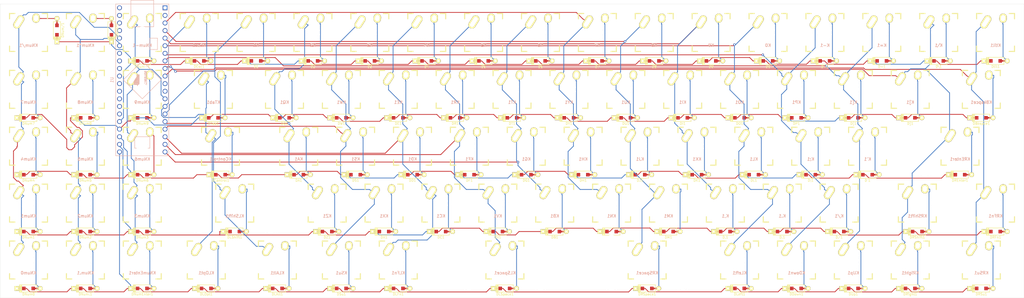
<source format=kicad_pcb>
(kicad_pcb (version 20171130) (host pcbnew "(5.1.6)-1")
  (layers (0 F.Cu signal) (31 B.Cu signal) (34 B.Paste user) (35 F.Paste user) (36 B.SilkS user) (37 F.SilkS user) (38 B.Mask user) (39 F.Mask user) (44 Edge.Cuts user))
  (net 0 "")
  (net 1 "Net-(D.1-Pad2)")
  (net 2 /row3)
  (net 3 "Net-(D0-Pad2)")
  (net 4 /row0)
  (net 5 "Net-(D,1-Pad2)")
  (net 6 "Net-(D1-Pad2)")
  (net 7 "Net-(D2-Pad2)")
  (net 8 "Net-(D3-Pad2)")
  (net 9 "Net-(D4-Pad2)")
  (net 10 "Net-(D5-Pad2)")
  (net 11 "Net-(D6-Pad2)")
  (net 12 "Net-(D7-Pad2)")
  (net 13 "Net-(D8-Pad2)")
  (net 14 "Net-(D9-Pad2)")
  (net 15 "Net-(D'1-Pad2)")
  (net 16 /row2)
  (net 17 "Net-(D-1-Pad2)")
  (net 18 "Net-(D/1-Pad2)")
  (net 19 "Net-(D;1-Pad2)")
  (net 20 "Net-(D=1-Pad2)")
  (net 21 "Net-(D[1-Pad2)")
  (net 22 /row1)
  (net 23 "Net-(D\\1-Pad2)")
  (net 24 "Net-(D]1-Pad2)")
  (net 25 "Net-(DA1-Pad2)")
  (net 26 "Net-(DB1-Pad2)")
  (net 27 "Net-(DBkspce1-Pad2)")
  (net 28 "Net-(DC1-Pad2)")
  (net 29 "Net-(DControl1-Pad2)")
  (net 30 "Net-(DD1-Pad2)")
  (net 31 "Net-(DDown1-Pad2)")
  (net 32 /row4)
  (net 33 "Net-(DE1-Pad2)")
  (net 34 "Net-(DEsc1-Pad2)")
  (net 35 "Net-(DF1-Pad2)")
  (net 36 "Net-(DG1-Pad2)")
  (net 37 "Net-(DH1-Pad2)")
  (net 38 "Net-(DI1-Pad2)")
  (net 39 "Net-(DJ1-Pad2)")
  (net 40 "Net-(DK1-Pad2)")
  (net 41 "Net-(DL1-Pad2)")
  (net 42 "Net-(DLAlt1-Pad2)")
  (net 43 "Net-(DLeft1-Pad2)")
  (net 44 "Net-(DLOpt1-Pad2)")
  (net 45 "Net-(DLShift1-Pad2)")
  (net 46 "Net-(DLSpace1-Pad2)")
  (net 47 "Net-(DM1-Pad2)")
  (net 48 "Net-(DN1-Pad2)")
  (net 49 "Net-(DNum.1-Pad2)")
  (net 50 "Net-(DNum0-Pad2)")
  (net 51 "Net-(DNum1-Pad2)")
  (net 52 "Net-(DNum2-Pad2)")
  (net 53 "Net-(DNum3-Pad2)")
  (net 54 "Net-(DNum4-Pad2)")
  (net 55 "Net-(DNum5-Pad2)")
  (net 56 "Net-(DNum6-Pad2)")
  (net 57 "Net-(DNum7-Pad2)")
  (net 58 "Net-(DNum8-Pad2)")
  (net 59 "Net-(DNum9-Pad2)")
  (net 60 "Net-(DNum*1-Pad2)")
  (net 61 "Net-(DNum-1-Pad2)")
  (net 62 "Net-(DNum/1-Pad2)")
  (net 63 "Net-(DNumEnter1-Pad2)")
  (net 64 "Net-(DO1-Pad2)")
  (net 65 "Net-(DP1-Pad2)")
  (net 66 "Net-(DQ1-Pad2)")
  (net 67 "Net-(DR1-Pad2)")
  (net 68 "Net-(DREnter1-Pad2)")
  (net 69 "Net-(DRFn1-Pad2)")
  (net 70 "Net-(DRight1-Pad2)")
  (net 71 "Net-(DRShift1-Pad2)")
  (net 72 "Net-(DRSpace1-Pad2)")
  (net 73 "Net-(DRSu1-Pad2)")
  (net 74 "Net-(DS1-Pad2)")
  (net 75 "Net-(DSu1-Pad2)")
  (net 76 "Net-(DT1-Pad2)")
  (net 77 "Net-(DTab1-Pad2)")
  (net 78 "Net-(Dtil1-Pad2)")
  (net 79 "Net-(DU1-Pad2)")
  (net 80 "Net-(DUp1-Pad2)")
  (net 81 "Net-(DV1-Pad2)")
  (net 82 "Net-(DW1-Pad2)")
  (net 83 /col6)
  (net 84 "Net-(DX1-Pad2)")
  (net 85 "Net-(DY1-Pad2)")
  (net 86 "Net-(DZ1-Pad2)")
  (net 87 /col13)
  (net 88 /col12)
  (net 89 /col4)
  (net 90 /col5)
  (net 91 /col7)
  (net 92 /col8)
  (net 93 /col9)
  (net 94 /col10)
  (net 95 /col11)
  (net 96 /col15)
  (net 97 /col14)
  (net 98 /col16)
  (net 99 /col17)
  (net 100 /col3)
  (net 101 /col0)
  (net 102 /col1)
  (net 103 /col2)
  (net 104 "Net-(U1-Pad11)")
  (net 105 "Net-(U1-Pad12)")
  (net 106 "Net-(U1-Pad29)")
  (net 107 "Net-(U1-Pad30)")
  (net 108 "Net-(U1-Pad31)")
  (net 109 "Net-(U1-Pad32)")
  (net 110 "Net-(U1-Pad40)")
  (net 111 "Net-(U1-Pad41)")
  (net 112 "Net-(U1-Pad42)")
  (net 113 "Net-(U1-Pad43)")
  (net 114 "Net-(DLFn1-Pad2)")
  (net 115 "Net-(U1-Pad35)")
  (net 116 "Net-(U1-Pad34)")
  (net 117 "Net-(U1-Pad33)")
  (net 118 "Net-(U1-Pad1)")
  (net 119 "Net-(U1-Pad37)")
  (net 120 "Net-(U1-Pad36)")
  (module teensy:Teensy2.0++ (layer B.Cu) (at 79.375 112.712 270)
    (fp_text reference U1 (at 0 10.16 270) (layer B.SilkS) (effects (justify mirror)))
    (fp_text value Teensy2.0++)
    (fp_text user 90USB1286 (at 0 -1.143 270) (layer B.SilkS) (effects (font (size 0.7 0.7)) (justify mirror)))
    (pad 43 thru_hole circle (at -24.13 7.62 270) (size 1.6 1.6) (drill 1.1) (layers *.Cu *.Mask) (net 113 "Net-(U1-Pad43)"))
    (pad 42 thru_hole circle (at -21.59 7.62 270) (size 1.6 1.6) (drill 1.1) (layers *.Cu *.Mask) (net 112 "Net-(U1-Pad42)"))
    (pad 41 thru_hole circle (at -19.05 7.62 270) (size 1.6 1.6) (drill 1.1) (layers *.Cu *.Mask) (net 111 "Net-(U1-Pad41)"))
    (pad 40 thru_hole circle (at -16.51 7.62 270) (size 1.6 1.6) (drill 1.1) (layers *.Cu *.Mask) (net 110 "Net-(U1-Pad40)"))
    (pad 39 thru_hole circle (at -13.97 7.62 270) (size 1.6 1.6) (drill 1.1) (layers *.Cu *.Mask) (net 101 /col0))
    (pad 38 thru_hole circle (at -11.43 7.62 270) (size 1.6 1.6) (drill 1.1) (layers *.Cu *.Mask) (net 102 /col1))
    (pad 37 thru_hole circle (at -8.89 7.62 270) (size 1.6 1.6) (drill 1.1) (layers *.Cu *.Mask) (net 119 "Net-(U1-Pad37)"))
    (pad 36 thru_hole circle (at -6.35 7.62 270) (size 1.6 1.6) (drill 1.1) (layers *.Cu *.Mask) (net 120 "Net-(U1-Pad36)"))
    (pad 35 thru_hole circle (at -3.81 7.62 270) (size 1.6 1.6) (drill 1.1) (layers *.Cu *.Mask) (net 115 "Net-(U1-Pad35)"))
    (pad 34 thru_hole circle (at -1.27 7.62 270) (size 1.6 1.6) (drill 1.1) (layers *.Cu *.Mask) (net 116 "Net-(U1-Pad34)"))
    (pad 33 thru_hole circle (at 1.27 7.62 270) (size 1.6 1.6) (drill 1.1) (layers *.Cu *.Mask) (net 117 "Net-(U1-Pad33)"))
    (pad 32 thru_hole circle (at 3.81 7.62 270) (size 1.6 1.6) (drill 1.1) (layers *.Cu *.Mask) (net 109 "Net-(U1-Pad32)"))
    (pad 31 thru_hole circle (at 6.35 7.62 270) (size 1.6 1.6) (drill 1.1) (layers *.Cu *.Mask) (net 108 "Net-(U1-Pad31)"))
    (pad 30 thru_hole circle (at 8.89 7.62 270) (size 1.6 1.6) (drill 1.1) (layers *.Cu *.Mask) (net 107 "Net-(U1-Pad30)"))
    (pad 29 thru_hole circle (at 11.43 7.62 270) (size 1.6 1.6) (drill 1.1) (layers *.Cu *.Mask) (net 106 "Net-(U1-Pad29)"))
    (pad 28 thru_hole circle (at 13.97 7.62 270) (size 1.6 1.6) (drill 1.1) (layers *.Cu *.Mask) (net 4 /row0))
    (pad 27 thru_hole circle (at 16.51 7.62 270) (size 1.6 1.6) (drill 1.1) (layers *.Cu *.Mask) (net 22 /row1))
    (pad 26 thru_hole circle (at 19.05 7.62 270) (size 1.6 1.6) (drill 1.1) (layers *.Cu *.Mask) (net 16 /row2))
    (pad 25 thru_hole circle (at 21.59 7.62 270) (size 1.6 1.6) (drill 1.1) (layers *.Cu *.Mask) (net 2 /row3))
    (pad 24 thru_hole circle (at 24.13 7.62 270) (size 1.6 1.6) (drill 1.1) (layers *.Cu *.Mask) (net 32 /row4))
    (pad 20 thru_hole circle (at 24.13 -7.62 270) (size 1.6 1.6) (drill 1.1) (layers *.Cu *.Mask) (net 93 /col9))
    (pad 19 thru_hole circle (at 21.59 -7.62 270) (size 1.6 1.6) (drill 1.1) (layers *.Cu *.Mask) (net 92 /col8))
    (pad 18 thru_hole circle (at 19.05 -7.62 270) (size 1.6 1.6) (drill 1.1) (layers *.Cu *.Mask) (net 91 /col7))
    (pad 17 thru_hole circle (at 16.51 -7.62 270) (size 1.6 1.6) (drill 1.1) (layers *.Cu *.Mask) (net 83 /col6))
    (pad 16 thru_hole circle (at 13.97 -7.62 270) (size 1.6 1.6) (drill 1.1) (layers *.Cu *.Mask) (net 90 /col5))
    (pad 15 thru_hole circle (at 11.43 -7.62 270) (size 1.6 1.6) (drill 1.1) (layers *.Cu *.Mask) (net 89 /col4))
    (pad 14 thru_hole circle (at 8.89 -7.62 270) (size 1.6 1.6) (drill 1.1) (layers *.Cu *.Mask) (net 100 /col3))
    (pad 13 thru_hole circle (at 6.35 -7.62 270) (size 1.6 1.6) (drill 1.1) (layers *.Cu *.Mask) (net 103 /col2))
    (pad 12 thru_hole circle (at 3.81 -7.62 270) (size 1.6 1.6) (drill 1.1) (layers *.Cu *.Mask) (net 105 "Net-(U1-Pad12)"))
    (pad 1 thru_hole rect (at -24.13 -7.62 270) (size 1.6 1.6) (drill 1.1) (layers *.Cu *.Mask) (net 118 "Net-(U1-Pad1)"))
    (pad 2 thru_hole circle (at -21.59 -7.62 270) (size 1.6 1.6) (drill 1.1) (layers *.Cu *.Mask))
    (pad 3 thru_hole circle (at -19.05 -7.62 270) (size 1.6 1.6) (drill 1.1) (layers *.Cu *.Mask) (net 94 /col10))
    (pad 4 thru_hole circle (at -16.51 -7.62 270) (size 1.6 1.6) (drill 1.1) (layers *.Cu *.Mask) (net 95 /col11))
    (pad 5 thru_hole circle (at -13.97 -7.62 270) (size 1.6 1.6) (drill 1.1) (layers *.Cu *.Mask) (net 88 /col12))
    (pad 6 thru_hole circle (at -11.43 -7.62 270) (size 1.6 1.6) (drill 1.1) (layers *.Cu *.Mask) (net 87 /col13))
    (pad 7 thru_hole circle (at -8.89 -7.62 270) (size 1.6 1.6) (drill 1.1) (layers *.Cu *.Mask) (net 97 /col14))
    (pad 8 thru_hole circle (at -6.35 -7.62 270) (size 1.6 1.6) (drill 1.1) (layers *.Cu *.Mask) (net 96 /col15))
    (pad 11 thru_hole circle (at 1.27 -7.62 270) (size 1.6 1.6) (drill 1.1) (layers *.Cu *.Mask) (net 104 "Net-(U1-Pad11)"))
    (pad 10 thru_hole circle (at -1.27 -7.62 270) (size 1.6 1.6) (drill 1.1) (layers *.Cu *.Mask) (net 99 /col17))
    (pad 9 thru_hole circle (at -3.81 -7.62 270) (size 1.6 1.6) (drill 1.1) (layers *.Cu *.Mask) (net 98 /col16))
  )
  (module keebs:Mx_Alps_100 (layer F.Cu) (at 298.45 115.888)
    (fp_text reference KP1 (at 0 4.318) (layer B.SilkS) (effects (font (thickness 0.2)) (justify mirror)))
    (fp_text value KEYSW hide)
    (pad 2 thru_hole oval (at 2.52 -4.79 356.1) (size 2.5 3.08) (drill oval 1.5 2.08) (layers *.Cu *.Mask F.SilkS) (net 65 "Net-(DP1-Pad2)"))
    (pad 1 thru_hole oval (at -3.255 -3.52 327.5) (size 2.5 4.75) (drill oval 1.5 3.75) (layers *.Cu *.Mask F.SilkS) (net 97 /col14))
    (pad HOLE np_thru_hole circle (at 5.08 0) (size 1.7018 1.7018) (drill 1.7018) (layers *.Cu))
    (pad HOLE np_thru_hole circle (at -5.08 0) (size 1.7018 1.7018) (drill 1.7018) (layers *.Cu))
    (pad HOLE np_thru_hole circle (at 0 0) (size 3.9878 3.9878) (drill 3.9878) (layers *.Cu))
  )
  (module keebs:Mx_Alps_100 (layer F.Cu) (at 365.125 153.988)
    (fp_text reference KRFn1 (at 0 4.318) (layer B.SilkS) (effects (font (thickness 0.2)) (justify mirror)))
    (fp_text value KEYSW hide)
    (pad 2 thru_hole oval (at 2.52 -4.79 356.1) (size 2.5 3.08) (drill oval 1.5 2.08) (layers *.Cu *.Mask F.SilkS) (net 69 "Net-(DRFn1-Pad2)"))
    (pad 1 thru_hole oval (at -3.255 -3.52 327.5) (size 2.5 4.75) (drill oval 1.5 3.75) (layers *.Cu *.Mask F.SilkS) (net 99 /col17))
    (pad HOLE np_thru_hole circle (at 5.08 0) (size 1.7018 1.7018) (drill 1.7018) (layers *.Cu))
    (pad HOLE np_thru_hole circle (at -5.08 0) (size 1.7018 1.7018) (drill 1.7018) (layers *.Cu))
    (pad HOLE np_thru_hole circle (at 0 0) (size 3.9878 3.9878) (drill 3.9878) (layers *.Cu))
  )
  (module keebs:Mx_Alps_100 (layer F.Cu) (at 165.1 173.038)
    (fp_text reference KLFn1 (at 0 4.318) (layer B.SilkS) (effects (font (thickness 0.2)) (justify mirror)))
    (fp_text value KEYSW hide)
    (pad 2 thru_hole oval (at 2.52 -4.79 356.1) (size 2.5 3.08) (drill oval 1.5 2.08) (layers *.Cu *.Mask F.SilkS) (net 114 "Net-(DLFn1-Pad2)"))
    (pad 1 thru_hole oval (at -3.255 -3.52 327.5) (size 2.5 4.75) (drill oval 1.5 3.75) (layers *.Cu *.Mask F.SilkS) (net 91 /col7))
    (pad HOLE np_thru_hole circle (at 5.08 0) (size 1.7018 1.7018) (drill 1.7018) (layers *.Cu))
    (pad HOLE np_thru_hole circle (at -5.08 0) (size 1.7018 1.7018) (drill 1.7018) (layers *.Cu))
    (pad HOLE np_thru_hole circle (at 0 0) (size 3.9878 3.9878) (drill 3.9878) (layers *.Cu))
  )
  (module keyboard_parts:D_SOD123_axial (layer F.Cu) (at 365.125 163.512)
    (fp_text reference DRFn1 (at 0 1.925) (layer F.SilkS) (effects (font (size 0.8 0.8))))
    (fp_text value D hide)
    (pad 2 smd rect (at 2.7 0) (size 2.5 0.5) (layers F.Cu) (net 69 "Net-(DRFn1-Pad2)"))
    (pad 1 smd rect (at -2.7 0) (size 2.5 0.5) (layers F.Cu) (net 2 /row3))
    (pad 2 thru_hole circle (at 3.9 0) (size 1.6 1.6) (drill 0.7) (layers *.Cu *.Mask F.SilkS) (net 69 "Net-(DRFn1-Pad2)"))
    (pad 1 thru_hole rect (at -3.9 0) (size 1.6 1.6) (drill 0.7) (layers *.Cu *.Mask F.SilkS) (net 2 /row3))
    (pad 1 smd rect (at -1.575 0) (size 1.2 1.2) (layers F.Cu F.Paste F.Mask) (net 2 /row3))
    (pad 2 smd rect (at 1.575 0) (size 1.2 1.2) (layers F.Cu F.Paste F.Mask) (net 69 "Net-(DRFn1-Pad2)"))
  )
  (module keyboard_parts:D_SOD123_axial (layer F.Cu) (at 165.1 182.562)
    (fp_text reference DLFn1 (at 0 1.925) (layer F.SilkS) (effects (font (size 0.8 0.8))))
    (fp_text value D hide)
    (pad 2 smd rect (at 2.7 0) (size 2.5 0.5) (layers F.Cu) (net 114 "Net-(DLFn1-Pad2)"))
    (pad 1 smd rect (at -2.7 0) (size 2.5 0.5) (layers F.Cu) (net 32 /row4))
    (pad 2 thru_hole circle (at 3.9 0) (size 1.6 1.6) (drill 0.7) (layers *.Cu *.Mask F.SilkS) (net 114 "Net-(DLFn1-Pad2)"))
    (pad 1 thru_hole rect (at -3.9 0) (size 1.6 1.6) (drill 0.7) (layers *.Cu *.Mask F.SilkS) (net 32 /row4))
    (pad 1 smd rect (at -1.575 0) (size 1.2 1.2) (layers F.Cu F.Paste F.Mask) (net 32 /row4))
    (pad 2 smd rect (at 1.575 0) (size 1.2 1.2) (layers F.Cu F.Paste F.Mask) (net 114 "Net-(DLFn1-Pad2)"))
  )
  (module keebs:Mx_Alps_100 (layer F.Cu) (at 146.05 115.888)
    (fp_text reference KW1 (at 0 4.318) (layer B.SilkS) (effects (font (thickness 0.2)) (justify mirror)))
    (fp_text value KEYSW hide)
    (pad 2 thru_hole oval (at 2.52 -4.79 356.1) (size 2.5 3.08) (drill oval 1.5 2.08) (layers *.Cu *.Mask F.SilkS) (net 82 "Net-(DW1-Pad2)"))
    (pad 1 thru_hole oval (at -3.255 -3.52 327.5) (size 2.5 4.75) (drill oval 1.5 3.75) (layers *.Cu *.Mask F.SilkS) (net 83 /col6))
    (pad HOLE np_thru_hole circle (at 5.08 0) (size 1.7018 1.7018) (drill 1.7018) (layers *.Cu))
    (pad HOLE np_thru_hole circle (at -5.08 0) (size 1.7018 1.7018) (drill 1.7018) (layers *.Cu))
    (pad HOLE np_thru_hole circle (at 0 0) (size 3.9878 3.9878) (drill 3.9878) (layers *.Cu))
  )
  (module keebs:Mx_Alps_100 (layer F.Cu) (at 141.288 153.988)
    (fp_text reference KZ1 (at 0 4.318) (layer B.SilkS) (effects (font (thickness 0.2)) (justify mirror)))
    (fp_text value KEYSW hide)
    (pad 2 thru_hole oval (at 2.52 -4.79 356.1) (size 2.5 3.08) (drill oval 1.5 2.08) (layers *.Cu *.Mask F.SilkS) (net 86 "Net-(DZ1-Pad2)"))
    (pad 1 thru_hole oval (at -3.255 -3.52 327.5) (size 2.5 4.75) (drill oval 1.5 3.75) (layers *.Cu *.Mask F.SilkS) (net 90 /col5))
    (pad HOLE np_thru_hole circle (at 5.08 0) (size 1.7018 1.7018) (drill 1.7018) (layers *.Cu))
    (pad HOLE np_thru_hole circle (at -5.08 0) (size 1.7018 1.7018) (drill 1.7018) (layers *.Cu))
    (pad HOLE np_thru_hole circle (at 0 0) (size 3.9878 3.9878) (drill 3.9878) (layers *.Cu))
  )
  (module keebs:Mx_Alps_100 (layer F.Cu) (at 222.25 115.888)
    (fp_text reference KY1 (at 0 4.318) (layer B.SilkS) (effects (font (thickness 0.2)) (justify mirror)))
    (fp_text value KEYSW hide)
    (pad 2 thru_hole oval (at 2.52 -4.79 356.1) (size 2.5 3.08) (drill oval 1.5 2.08) (layers *.Cu *.Mask F.SilkS) (net 85 "Net-(DY1-Pad2)"))
    (pad 1 thru_hole oval (at -3.255 -3.52 327.5) (size 2.5 4.75) (drill oval 1.5 3.75) (layers *.Cu *.Mask F.SilkS) (net 94 /col10))
    (pad HOLE np_thru_hole circle (at 5.08 0) (size 1.7018 1.7018) (drill 1.7018) (layers *.Cu))
    (pad HOLE np_thru_hole circle (at -5.08 0) (size 1.7018 1.7018) (drill 1.7018) (layers *.Cu))
    (pad HOLE np_thru_hole circle (at 0 0) (size 3.9878 3.9878) (drill 3.9878) (layers *.Cu))
  )
  (module keebs:Mx_Alps_100 (layer F.Cu) (at 160.338 153.988)
    (fp_text reference KX1 (at 0 4.318) (layer B.SilkS) (effects (font (thickness 0.2)) (justify mirror)))
    (fp_text value KEYSW hide)
    (pad 2 thru_hole oval (at 2.52 -4.79 356.1) (size 2.5 3.08) (drill oval 1.5 2.08) (layers *.Cu *.Mask F.SilkS) (net 84 "Net-(DX1-Pad2)"))
    (pad 1 thru_hole oval (at -3.255 -3.52 327.5) (size 2.5 4.75) (drill oval 1.5 3.75) (layers *.Cu *.Mask F.SilkS) (net 83 /col6))
    (pad HOLE np_thru_hole circle (at 5.08 0) (size 1.7018 1.7018) (drill 1.7018) (layers *.Cu))
    (pad HOLE np_thru_hole circle (at -5.08 0) (size 1.7018 1.7018) (drill 1.7018) (layers *.Cu))
    (pad HOLE np_thru_hole circle (at 0 0) (size 3.9878 3.9878) (drill 3.9878) (layers *.Cu))
  )
  (module keebs:Mx_Alps_100 (layer F.Cu) (at 198.438 153.988)
    (fp_text reference KV1 (at 0 4.318) (layer B.SilkS) (effects (font (thickness 0.2)) (justify mirror)))
    (fp_text value KEYSW hide)
    (pad 2 thru_hole oval (at 2.52 -4.79 356.1) (size 2.5 3.08) (drill oval 1.5 2.08) (layers *.Cu *.Mask F.SilkS) (net 81 "Net-(DV1-Pad2)"))
    (pad 1 thru_hole oval (at -3.255 -3.52 327.5) (size 2.5 4.75) (drill oval 1.5 3.75) (layers *.Cu *.Mask F.SilkS) (net 92 /col8))
    (pad HOLE np_thru_hole circle (at 5.08 0) (size 1.7018 1.7018) (drill 1.7018) (layers *.Cu))
    (pad HOLE np_thru_hole circle (at -5.08 0) (size 1.7018 1.7018) (drill 1.7018) (layers *.Cu))
    (pad HOLE np_thru_hole circle (at 0 0) (size 3.9878 3.9878) (drill 3.9878) (layers *.Cu))
  )
  (module keebs:Mx_Alps_100 (layer F.Cu) (at 317.5 173.038)
    (fp_text reference KUp1 (at 0 4.318) (layer B.SilkS) (effects (font (thickness 0.2)) (justify mirror)))
    (fp_text value KEYSW hide)
    (pad 2 thru_hole oval (at 2.52 -4.79 356.1) (size 2.5 3.08) (drill oval 1.5 2.08) (layers *.Cu *.Mask F.SilkS) (net 80 "Net-(DUp1-Pad2)"))
    (pad 1 thru_hole oval (at -3.255 -3.52 327.5) (size 2.5 4.75) (drill oval 1.5 3.75) (layers *.Cu *.Mask F.SilkS) (net 96 /col15))
    (pad HOLE np_thru_hole circle (at 5.08 0) (size 1.7018 1.7018) (drill 1.7018) (layers *.Cu))
    (pad HOLE np_thru_hole circle (at -5.08 0) (size 1.7018 1.7018) (drill 1.7018) (layers *.Cu))
    (pad HOLE np_thru_hole circle (at 0 0) (size 3.9878 3.9878) (drill 3.9878) (layers *.Cu))
  )
  (module keebs:Mx_Alps_100 (layer F.Cu) (at 241.3 115.888)
    (fp_text reference KU1 (at 0 4.318) (layer B.SilkS) (effects (font (thickness 0.2)) (justify mirror)))
    (fp_text value KEYSW hide)
    (pad 2 thru_hole oval (at 2.52 -4.79 356.1) (size 2.5 3.08) (drill oval 1.5 2.08) (layers *.Cu *.Mask F.SilkS) (net 79 "Net-(DU1-Pad2)"))
    (pad 1 thru_hole oval (at -3.255 -3.52 327.5) (size 2.5 4.75) (drill oval 1.5 3.75) (layers *.Cu *.Mask F.SilkS) (net 95 /col11))
    (pad HOLE np_thru_hole circle (at 5.08 0) (size 1.7018 1.7018) (drill 1.7018) (layers *.Cu))
    (pad HOLE np_thru_hole circle (at -5.08 0) (size 1.7018 1.7018) (drill 1.7018) (layers *.Cu))
    (pad HOLE np_thru_hole circle (at 0 0) (size 3.9878 3.9878) (drill 3.9878) (layers *.Cu))
  )
  (module keebs:Mx_Alps_100 (layer F.Cu) (at 365.125 96.8375)
    (fp_text reference Ktil1 (at 0 4.318) (layer B.SilkS) (effects (font (thickness 0.2)) (justify mirror)))
    (fp_text value KEYSW hide)
    (pad 2 thru_hole oval (at 2.52 -4.79 356.1) (size 2.5 3.08) (drill oval 1.5 2.08) (layers *.Cu *.Mask F.SilkS) (net 78 "Net-(Dtil1-Pad2)"))
    (pad 1 thru_hole oval (at -3.255 -3.52 327.5) (size 2.5 4.75) (drill oval 1.5 3.75) (layers *.Cu *.Mask F.SilkS) (net 99 /col17))
    (pad HOLE np_thru_hole circle (at 5.08 0) (size 1.7018 1.7018) (drill 1.7018) (layers *.Cu))
    (pad HOLE np_thru_hole circle (at -5.08 0) (size 1.7018 1.7018) (drill 1.7018) (layers *.Cu))
    (pad HOLE np_thru_hole circle (at 0 0) (size 3.9878 3.9878) (drill 3.9878) (layers *.Cu))
  )
  (module keebs:Mx_Alps_150 (layer F.Cu) (at 103.188 115.888)
    (fp_text reference KTab1 (at 0 4.318) (layer B.SilkS) (effects (font (thickness 0.2)) (justify mirror)))
    (fp_text value KEYSW hide)
    (pad 2 thru_hole oval (at 2.52 -4.79 356.1) (size 2.5 3.08) (drill oval 1.5 2.08) (layers *.Cu *.Mask F.SilkS) (net 77 "Net-(DTab1-Pad2)"))
    (pad 1 thru_hole oval (at -3.255 -3.52 327.5) (size 2.5 4.75) (drill oval 1.5 3.75) (layers *.Cu *.Mask F.SilkS) (net 100 /col3))
    (pad HOLE np_thru_hole circle (at 5.08 0) (size 1.7018 1.7018) (drill 1.7018) (layers *.Cu))
    (pad HOLE np_thru_hole circle (at -5.08 0) (size 1.7018 1.7018) (drill 1.7018) (layers *.Cu))
    (pad HOLE np_thru_hole circle (at 0 0) (size 3.9878 3.9878) (drill 3.9878) (layers *.Cu))
  )
  (module keebs:Mx_Alps_100 (layer F.Cu) (at 203.2 115.888)
    (fp_text reference KT1 (at 0 4.318) (layer B.SilkS) (effects (font (thickness 0.2)) (justify mirror)))
    (fp_text value KEYSW hide)
    (pad 2 thru_hole oval (at 2.52 -4.79 356.1) (size 2.5 3.08) (drill oval 1.5 2.08) (layers *.Cu *.Mask F.SilkS) (net 76 "Net-(DT1-Pad2)"))
    (pad 1 thru_hole oval (at -3.255 -3.52 327.5) (size 2.5 4.75) (drill oval 1.5 3.75) (layers *.Cu *.Mask F.SilkS) (net 93 /col9))
    (pad HOLE np_thru_hole circle (at 5.08 0) (size 1.7018 1.7018) (drill 1.7018) (layers *.Cu))
    (pad HOLE np_thru_hole circle (at -5.08 0) (size 1.7018 1.7018) (drill 1.7018) (layers *.Cu))
    (pad HOLE np_thru_hole circle (at 0 0) (size 3.9878 3.9878) (drill 3.9878) (layers *.Cu))
  )
  (module keebs:Mx_Alps_100 (layer F.Cu) (at 146.05 173.038)
    (fp_text reference KSu1 (at 0 4.318) (layer B.SilkS) (effects (font (thickness 0.2)) (justify mirror)))
    (fp_text value KEYSW hide)
    (pad 2 thru_hole oval (at 2.52 -4.79 356.1) (size 2.5 3.08) (drill oval 1.5 2.08) (layers *.Cu *.Mask F.SilkS) (net 75 "Net-(DSu1-Pad2)"))
    (pad 1 thru_hole oval (at -3.255 -3.52 327.5) (size 2.5 4.75) (drill oval 1.5 3.75) (layers *.Cu *.Mask F.SilkS) (net 83 /col6))
    (pad HOLE np_thru_hole circle (at 5.08 0) (size 1.7018 1.7018) (drill 1.7018) (layers *.Cu))
    (pad HOLE np_thru_hole circle (at -5.08 0) (size 1.7018 1.7018) (drill 1.7018) (layers *.Cu))
    (pad HOLE np_thru_hole circle (at 0 0) (size 3.9878 3.9878) (drill 3.9878) (layers *.Cu))
  )
  (module keebs:Mx_Alps_100 (layer F.Cu) (at 150.812 134.938)
    (fp_text reference KS1 (at 0 4.318) (layer B.SilkS) (effects (font (thickness 0.2)) (justify mirror)))
    (fp_text value KEYSW hide)
    (pad 2 thru_hole oval (at 2.52 -4.79 356.1) (size 2.5 3.08) (drill oval 1.5 2.08) (layers *.Cu *.Mask F.SilkS) (net 74 "Net-(DS1-Pad2)"))
    (pad 1 thru_hole oval (at -3.255 -3.52 327.5) (size 2.5 4.75) (drill oval 1.5 3.75) (layers *.Cu *.Mask F.SilkS) (net 83 /col6))
    (pad HOLE np_thru_hole circle (at 5.08 0) (size 1.7018 1.7018) (drill 1.7018) (layers *.Cu))
    (pad HOLE np_thru_hole circle (at -5.08 0) (size 1.7018 1.7018) (drill 1.7018) (layers *.Cu))
    (pad HOLE np_thru_hole circle (at 0 0) (size 3.9878 3.9878) (drill 3.9878) (layers *.Cu))
  )
  (module keebs:Mx_Alps_150 (layer F.Cu) (at 360.362 173.038)
    (fp_text reference KRSu1 (at 0 4.318) (layer B.SilkS) (effects (font (thickness 0.2)) (justify mirror)))
    (fp_text value KEYSW hide)
    (pad 2 thru_hole oval (at 2.52 -4.79 356.1) (size 2.5 3.08) (drill oval 1.5 2.08) (layers *.Cu *.Mask F.SilkS) (net 73 "Net-(DRSu1-Pad2)"))
    (pad 1 thru_hole oval (at -3.255 -3.52 327.5) (size 2.5 4.75) (drill oval 1.5 3.75) (layers *.Cu *.Mask F.SilkS) (net 99 /col17))
    (pad HOLE np_thru_hole circle (at 5.08 0) (size 1.7018 1.7018) (drill 1.7018) (layers *.Cu))
    (pad HOLE np_thru_hole circle (at -5.08 0) (size 1.7018 1.7018) (drill 1.7018) (layers *.Cu))
    (pad HOLE np_thru_hole circle (at 0 0) (size 3.9878 3.9878) (drill 3.9878) (layers *.Cu))
  )
  (module keebs:Mx_Alps_225 (layer F.Cu) (at 248.444 173.038)
    (fp_text reference KRSpace1 (at 0 4.318) (layer B.SilkS) (effects (font (thickness 0.2)) (justify mirror)))
    (fp_text value KEYSW hide)
    (pad 2 thru_hole oval (at 2.52 -4.79 356.1) (size 2.5 3.08) (drill oval 1.5 2.08) (layers *.Cu *.Mask F.SilkS) (net 72 "Net-(DRSpace1-Pad2)"))
    (pad 1 thru_hole oval (at -3.255 -3.52 327.5) (size 2.5 4.75) (drill oval 1.5 3.75) (layers *.Cu *.Mask F.SilkS) (net 95 /col11))
    (pad HOLE np_thru_hole circle (at 11.938 8.255) (size 3.9878 3.9878) (drill 3.9878) (layers *.Cu))
    (pad HOLE np_thru_hole circle (at -11.938 8.255) (size 3.9878 3.9878) (drill 3.9878) (layers *.Cu))
    (pad HOLE np_thru_hole circle (at 11.938 -6.985) (size 3.048 3.048) (drill 3.048) (layers *.Cu))
    (pad HOLE np_thru_hole circle (at -11.938 -6.985) (size 3.048 3.048) (drill 3.048) (layers *.Cu))
    (pad HOLE np_thru_hole circle (at 5.08 0) (size 1.7018 1.7018) (drill 1.7018) (layers *.Cu))
    (pad HOLE np_thru_hole circle (at -5.08 0) (size 1.7018 1.7018) (drill 1.7018) (layers *.Cu))
    (pad HOLE np_thru_hole circle (at 0 0) (size 3.9878 3.9878) (drill 3.9878) (layers *.Cu))
  )
  (module keebs:Mx_Alps_175 (layer F.Cu) (at 338.931 153.988)
    (fp_text reference KRShift1 (at 0 4.318) (layer B.SilkS) (effects (font (thickness 0.2)) (justify mirror)))
    (fp_text value KEYSW hide)
    (pad 2 thru_hole oval (at 2.52 -4.79 356.1) (size 2.5 3.08) (drill oval 1.5 2.08) (layers *.Cu *.Mask F.SilkS) (net 71 "Net-(DRShift1-Pad2)"))
    (pad 1 thru_hole oval (at -3.255 -3.52 327.5) (size 2.5 4.75) (drill oval 1.5 3.75) (layers *.Cu *.Mask F.SilkS) (net 98 /col16))
    (pad HOLE np_thru_hole circle (at 5.08 0) (size 1.7018 1.7018) (drill 1.7018) (layers *.Cu))
    (pad HOLE np_thru_hole circle (at -5.08 0) (size 1.7018 1.7018) (drill 1.7018) (layers *.Cu))
    (pad HOLE np_thru_hole circle (at 0 0) (size 3.9878 3.9878) (drill 3.9878) (layers *.Cu))
  )
  (module keebs:Mx_Alps_100 (layer F.Cu) (at 336.55 173.038)
    (fp_text reference KRight1 (at 0 4.318) (layer B.SilkS) (effects (font (thickness 0.2)) (justify mirror)))
    (fp_text value KEYSW hide)
    (pad 2 thru_hole oval (at 2.52 -4.79 356.1) (size 2.5 3.08) (drill oval 1.5 2.08) (layers *.Cu *.Mask F.SilkS) (net 70 "Net-(DRight1-Pad2)"))
    (pad 1 thru_hole oval (at -3.255 -3.52 327.5) (size 2.5 4.75) (drill oval 1.5 3.75) (layers *.Cu *.Mask F.SilkS) (net 98 /col16))
    (pad HOLE np_thru_hole circle (at 5.08 0) (size 1.7018 1.7018) (drill 1.7018) (layers *.Cu))
    (pad HOLE np_thru_hole circle (at -5.08 0) (size 1.7018 1.7018) (drill 1.7018) (layers *.Cu))
    (pad HOLE np_thru_hole circle (at 0 0) (size 3.9878 3.9878) (drill 3.9878) (layers *.Cu))
  )
  (module keebs:Mx_Alps_225 (layer F.Cu) (at 353.219 134.938)
    (fp_text reference KREnter1 (at 0 4.318) (layer B.SilkS) (effects (font (thickness 0.2)) (justify mirror)))
    (fp_text value KEYSW hide)
    (pad 2 thru_hole oval (at 2.52 -4.79 356.1) (size 2.5 3.08) (drill oval 1.5 2.08) (layers *.Cu *.Mask F.SilkS) (net 68 "Net-(DREnter1-Pad2)"))
    (pad 1 thru_hole oval (at -3.255 -3.52 327.5) (size 2.5 4.75) (drill oval 1.5 3.75) (layers *.Cu *.Mask F.SilkS) (net 98 /col16))
    (pad HOLE np_thru_hole circle (at 11.938 8.255) (size 3.9878 3.9878) (drill 3.9878) (layers *.Cu))
    (pad HOLE np_thru_hole circle (at -11.938 8.255) (size 3.9878 3.9878) (drill 3.9878) (layers *.Cu))
    (pad HOLE np_thru_hole circle (at 11.938 -6.985) (size 3.048 3.048) (drill 3.048) (layers *.Cu))
    (pad HOLE np_thru_hole circle (at -11.938 -6.985) (size 3.048 3.048) (drill 3.048) (layers *.Cu))
    (pad HOLE np_thru_hole circle (at 5.08 0) (size 1.7018 1.7018) (drill 1.7018) (layers *.Cu))
    (pad HOLE np_thru_hole circle (at -5.08 0) (size 1.7018 1.7018) (drill 1.7018) (layers *.Cu))
    (pad HOLE np_thru_hole circle (at 0 0) (size 3.9878 3.9878) (drill 3.9878) (layers *.Cu))
  )
  (module keebs:Mx_Alps_100 (layer F.Cu) (at 184.15 115.888)
    (fp_text reference KR1 (at 0 4.318) (layer B.SilkS) (effects (font (thickness 0.2)) (justify mirror)))
    (fp_text value KEYSW hide)
    (pad 2 thru_hole oval (at 2.52 -4.79 356.1) (size 2.5 3.08) (drill oval 1.5 2.08) (layers *.Cu *.Mask F.SilkS) (net 67 "Net-(DR1-Pad2)"))
    (pad 1 thru_hole oval (at -3.255 -3.52 327.5) (size 2.5 4.75) (drill oval 1.5 3.75) (layers *.Cu *.Mask F.SilkS) (net 92 /col8))
    (pad HOLE np_thru_hole circle (at 5.08 0) (size 1.7018 1.7018) (drill 1.7018) (layers *.Cu))
    (pad HOLE np_thru_hole circle (at -5.08 0) (size 1.7018 1.7018) (drill 1.7018) (layers *.Cu))
    (pad HOLE np_thru_hole circle (at 0 0) (size 3.9878 3.9878) (drill 3.9878) (layers *.Cu))
  )
  (module keebs:Mx_Alps_100 (layer F.Cu) (at 127 115.888)
    (fp_text reference KQ1 (at 0 4.318) (layer B.SilkS) (effects (font (thickness 0.2)) (justify mirror)))
    (fp_text value KEYSW hide)
    (pad 2 thru_hole oval (at 2.52 -4.79 356.1) (size 2.5 3.08) (drill oval 1.5 2.08) (layers *.Cu *.Mask F.SilkS) (net 66 "Net-(DQ1-Pad2)"))
    (pad 1 thru_hole oval (at -3.255 -3.52 327.5) (size 2.5 4.75) (drill oval 1.5 3.75) (layers *.Cu *.Mask F.SilkS) (net 90 /col5))
    (pad HOLE np_thru_hole circle (at 5.08 0) (size 1.7018 1.7018) (drill 1.7018) (layers *.Cu))
    (pad HOLE np_thru_hole circle (at -5.08 0) (size 1.7018 1.7018) (drill 1.7018) (layers *.Cu))
    (pad HOLE np_thru_hole circle (at 0 0) (size 3.9878 3.9878) (drill 3.9878) (layers *.Cu))
  )
  (module keebs:Mx_Alps_100 (layer F.Cu) (at 279.4 115.888)
    (fp_text reference KO1 (at 0 4.318) (layer B.SilkS) (effects (font (thickness 0.2)) (justify mirror)))
    (fp_text value KEYSW hide)
    (pad 2 thru_hole oval (at 2.52 -4.79 356.1) (size 2.5 3.08) (drill oval 1.5 2.08) (layers *.Cu *.Mask F.SilkS) (net 64 "Net-(DO1-Pad2)"))
    (pad 1 thru_hole oval (at -3.255 -3.52 327.5) (size 2.5 4.75) (drill oval 1.5 3.75) (layers *.Cu *.Mask F.SilkS) (net 87 /col13))
    (pad HOLE np_thru_hole circle (at 5.08 0) (size 1.7018 1.7018) (drill 1.7018) (layers *.Cu))
    (pad HOLE np_thru_hole circle (at -5.08 0) (size 1.7018 1.7018) (drill 1.7018) (layers *.Cu))
    (pad HOLE np_thru_hole circle (at 0 0) (size 3.9878 3.9878) (drill 3.9878) (layers *.Cu))
  )
  (module keebs:Mx_Alps_100 (layer F.Cu) (at 79.375 173.038)
    (fp_text reference KNumEnter1 (at 0 4.318) (layer B.SilkS) (effects (font (thickness 0.2)) (justify mirror)))
    (fp_text value KEYSW hide)
    (pad 2 thru_hole oval (at 2.52 -4.79 356.1) (size 2.5 3.08) (drill oval 1.5 2.08) (layers *.Cu *.Mask F.SilkS) (net 63 "Net-(DNumEnter1-Pad2)"))
    (pad 1 thru_hole oval (at -3.255 -3.52 327.5) (size 2.5 4.75) (drill oval 1.5 3.75) (layers *.Cu *.Mask F.SilkS) (net 103 /col2))
    (pad HOLE np_thru_hole circle (at 5.08 0) (size 1.7018 1.7018) (drill 1.7018) (layers *.Cu))
    (pad HOLE np_thru_hole circle (at -5.08 0) (size 1.7018 1.7018) (drill 1.7018) (layers *.Cu))
    (pad HOLE np_thru_hole circle (at 0 0) (size 3.9878 3.9878) (drill 3.9878) (layers *.Cu))
  )
  (module keebs:Mx_Alps_100 (layer F.Cu) (at 41.275 96.8375)
    (fp_text reference KNum/1 (at 0 4.318) (layer B.SilkS) (effects (font (thickness 0.2)) (justify mirror)))
    (fp_text value KEYSW hide)
    (pad 2 thru_hole oval (at 2.52 -4.79 356.1) (size 2.5 3.08) (drill oval 1.5 2.08) (layers *.Cu *.Mask F.SilkS) (net 62 "Net-(DNum/1-Pad2)"))
    (pad 1 thru_hole oval (at -3.255 -3.52 327.5) (size 2.5 4.75) (drill oval 1.5 3.75) (layers *.Cu *.Mask F.SilkS) (net 101 /col0))
    (pad HOLE np_thru_hole circle (at 5.08 0) (size 1.7018 1.7018) (drill 1.7018) (layers *.Cu))
    (pad HOLE np_thru_hole circle (at -5.08 0) (size 1.7018 1.7018) (drill 1.7018) (layers *.Cu))
    (pad HOLE np_thru_hole circle (at 0 0) (size 3.9878 3.9878) (drill 3.9878) (layers *.Cu))
  )
  (module keebs:Mx_Alps_100 (layer F.Cu) (at 79.375 96.8375)
    (fp_text reference KNum-1 (at 0 4.318) (layer B.SilkS) (effects (font (thickness 0.2)) (justify mirror)))
    (fp_text value KEYSW hide)
    (pad 2 thru_hole oval (at 2.52 -4.79 356.1) (size 2.5 3.08) (drill oval 1.5 2.08) (layers *.Cu *.Mask F.SilkS) (net 61 "Net-(DNum-1-Pad2)"))
    (pad 1 thru_hole oval (at -3.255 -3.52 327.5) (size 2.5 4.75) (drill oval 1.5 3.75) (layers *.Cu *.Mask F.SilkS) (net 103 /col2))
    (pad HOLE np_thru_hole circle (at 5.08 0) (size 1.7018 1.7018) (drill 1.7018) (layers *.Cu))
    (pad HOLE np_thru_hole circle (at -5.08 0) (size 1.7018 1.7018) (drill 1.7018) (layers *.Cu))
    (pad HOLE np_thru_hole circle (at 0 0) (size 3.9878 3.9878) (drill 3.9878) (layers *.Cu))
  )
  (module keebs:Mx_Alps_100 (layer F.Cu) (at 60.325 96.8375)
    (fp_text reference KNum*1 (at 0 4.318) (layer B.SilkS) (effects (font (thickness 0.2)) (justify mirror)))
    (fp_text value KEYSW hide)
    (pad 2 thru_hole oval (at 2.52 -4.79 356.1) (size 2.5 3.08) (drill oval 1.5 2.08) (layers *.Cu *.Mask F.SilkS) (net 60 "Net-(DNum*1-Pad2)"))
    (pad 1 thru_hole oval (at -3.255 -3.52 327.5) (size 2.5 4.75) (drill oval 1.5 3.75) (layers *.Cu *.Mask F.SilkS) (net 102 /col1))
    (pad HOLE np_thru_hole circle (at 5.08 0) (size 1.7018 1.7018) (drill 1.7018) (layers *.Cu))
    (pad HOLE np_thru_hole circle (at -5.08 0) (size 1.7018 1.7018) (drill 1.7018) (layers *.Cu))
    (pad HOLE np_thru_hole circle (at 0 0) (size 3.9878 3.9878) (drill 3.9878) (layers *.Cu))
  )
  (module keebs:Mx_Alps_100 (layer F.Cu) (at 79.375 115.888)
    (fp_text reference KNum9 (at 0 4.318) (layer B.SilkS) (effects (font (thickness 0.2)) (justify mirror)))
    (fp_text value KEYSW hide)
    (pad 2 thru_hole oval (at 2.52 -4.79 356.1) (size 2.5 3.08) (drill oval 1.5 2.08) (layers *.Cu *.Mask F.SilkS) (net 59 "Net-(DNum9-Pad2)"))
    (pad 1 thru_hole oval (at -3.255 -3.52 327.5) (size 2.5 4.75) (drill oval 1.5 3.75) (layers *.Cu *.Mask F.SilkS) (net 103 /col2))
    (pad HOLE np_thru_hole circle (at 5.08 0) (size 1.7018 1.7018) (drill 1.7018) (layers *.Cu))
    (pad HOLE np_thru_hole circle (at -5.08 0) (size 1.7018 1.7018) (drill 1.7018) (layers *.Cu))
    (pad HOLE np_thru_hole circle (at 0 0) (size 3.9878 3.9878) (drill 3.9878) (layers *.Cu))
  )
  (module keebs:Mx_Alps_100 (layer F.Cu) (at 60.325 115.888)
    (fp_text reference KNum8 (at 0 4.318) (layer B.SilkS) (effects (font (thickness 0.2)) (justify mirror)))
    (fp_text value KEYSW hide)
    (pad 2 thru_hole oval (at 2.52 -4.79 356.1) (size 2.5 3.08) (drill oval 1.5 2.08) (layers *.Cu *.Mask F.SilkS) (net 58 "Net-(DNum8-Pad2)"))
    (pad 1 thru_hole oval (at -3.255 -3.52 327.5) (size 2.5 4.75) (drill oval 1.5 3.75) (layers *.Cu *.Mask F.SilkS) (net 102 /col1))
    (pad HOLE np_thru_hole circle (at 5.08 0) (size 1.7018 1.7018) (drill 1.7018) (layers *.Cu))
    (pad HOLE np_thru_hole circle (at -5.08 0) (size 1.7018 1.7018) (drill 1.7018) (layers *.Cu))
    (pad HOLE np_thru_hole circle (at 0 0) (size 3.9878 3.9878) (drill 3.9878) (layers *.Cu))
  )
  (module keebs:Mx_Alps_100 (layer F.Cu) (at 41.275 115.888)
    (fp_text reference KNum7 (at 0 4.318) (layer B.SilkS) (effects (font (thickness 0.2)) (justify mirror)))
    (fp_text value KEYSW hide)
    (pad 2 thru_hole oval (at 2.52 -4.79 356.1) (size 2.5 3.08) (drill oval 1.5 2.08) (layers *.Cu *.Mask F.SilkS) (net 57 "Net-(DNum7-Pad2)"))
    (pad 1 thru_hole oval (at -3.255 -3.52 327.5) (size 2.5 4.75) (drill oval 1.5 3.75) (layers *.Cu *.Mask F.SilkS) (net 101 /col0))
    (pad HOLE np_thru_hole circle (at 5.08 0) (size 1.7018 1.7018) (drill 1.7018) (layers *.Cu))
    (pad HOLE np_thru_hole circle (at -5.08 0) (size 1.7018 1.7018) (drill 1.7018) (layers *.Cu))
    (pad HOLE np_thru_hole circle (at 0 0) (size 3.9878 3.9878) (drill 3.9878) (layers *.Cu))
  )
  (module keebs:Mx_Alps_100 (layer F.Cu) (at 79.375 134.938)
    (fp_text reference KNum6 (at 0 4.318) (layer B.SilkS) (effects (font (thickness 0.2)) (justify mirror)))
    (fp_text value KEYSW hide)
    (pad 2 thru_hole oval (at 2.52 -4.79 356.1) (size 2.5 3.08) (drill oval 1.5 2.08) (layers *.Cu *.Mask F.SilkS) (net 56 "Net-(DNum6-Pad2)"))
    (pad 1 thru_hole oval (at -3.255 -3.52 327.5) (size 2.5 4.75) (drill oval 1.5 3.75) (layers *.Cu *.Mask F.SilkS) (net 103 /col2))
    (pad HOLE np_thru_hole circle (at 5.08 0) (size 1.7018 1.7018) (drill 1.7018) (layers *.Cu))
    (pad HOLE np_thru_hole circle (at -5.08 0) (size 1.7018 1.7018) (drill 1.7018) (layers *.Cu))
    (pad HOLE np_thru_hole circle (at 0 0) (size 3.9878 3.9878) (drill 3.9878) (layers *.Cu))
  )
  (module keebs:Mx_Alps_100 (layer F.Cu) (at 60.325 134.938)
    (fp_text reference KNum5 (at 0 4.318) (layer B.SilkS) (effects (font (thickness 0.2)) (justify mirror)))
    (fp_text value KEYSW hide)
    (pad 2 thru_hole oval (at 2.52 -4.79 356.1) (size 2.5 3.08) (drill oval 1.5 2.08) (layers *.Cu *.Mask F.SilkS) (net 55 "Net-(DNum5-Pad2)"))
    (pad 1 thru_hole oval (at -3.255 -3.52 327.5) (size 2.5 4.75) (drill oval 1.5 3.75) (layers *.Cu *.Mask F.SilkS) (net 102 /col1))
    (pad HOLE np_thru_hole circle (at 5.08 0) (size 1.7018 1.7018) (drill 1.7018) (layers *.Cu))
    (pad HOLE np_thru_hole circle (at -5.08 0) (size 1.7018 1.7018) (drill 1.7018) (layers *.Cu))
    (pad HOLE np_thru_hole circle (at 0 0) (size 3.9878 3.9878) (drill 3.9878) (layers *.Cu))
  )
  (module keebs:Mx_Alps_100 (layer F.Cu) (at 41.275 134.938)
    (fp_text reference KNum4 (at 0 4.318) (layer B.SilkS) (effects (font (thickness 0.2)) (justify mirror)))
    (fp_text value KEYSW hide)
    (pad 2 thru_hole oval (at 2.52 -4.79 356.1) (size 2.5 3.08) (drill oval 1.5 2.08) (layers *.Cu *.Mask F.SilkS) (net 54 "Net-(DNum4-Pad2)"))
    (pad 1 thru_hole oval (at -3.255 -3.52 327.5) (size 2.5 4.75) (drill oval 1.5 3.75) (layers *.Cu *.Mask F.SilkS) (net 101 /col0))
    (pad HOLE np_thru_hole circle (at 5.08 0) (size 1.7018 1.7018) (drill 1.7018) (layers *.Cu))
    (pad HOLE np_thru_hole circle (at -5.08 0) (size 1.7018 1.7018) (drill 1.7018) (layers *.Cu))
    (pad HOLE np_thru_hole circle (at 0 0) (size 3.9878 3.9878) (drill 3.9878) (layers *.Cu))
  )
  (module keebs:Mx_Alps_100 (layer F.Cu) (at 79.375 153.988)
    (fp_text reference KNum3 (at 0 4.318) (layer B.SilkS) (effects (font (thickness 0.2)) (justify mirror)))
    (fp_text value KEYSW hide)
    (pad 2 thru_hole oval (at 2.52 -4.79 356.1) (size 2.5 3.08) (drill oval 1.5 2.08) (layers *.Cu *.Mask F.SilkS) (net 53 "Net-(DNum3-Pad2)"))
    (pad 1 thru_hole oval (at -3.255 -3.52 327.5) (size 2.5 4.75) (drill oval 1.5 3.75) (layers *.Cu *.Mask F.SilkS) (net 103 /col2))
    (pad HOLE np_thru_hole circle (at 5.08 0) (size 1.7018 1.7018) (drill 1.7018) (layers *.Cu))
    (pad HOLE np_thru_hole circle (at -5.08 0) (size 1.7018 1.7018) (drill 1.7018) (layers *.Cu))
    (pad HOLE np_thru_hole circle (at 0 0) (size 3.9878 3.9878) (drill 3.9878) (layers *.Cu))
  )
  (module keebs:Mx_Alps_100 (layer F.Cu) (at 60.325 153.988)
    (fp_text reference KNum2 (at 0 4.318) (layer B.SilkS) (effects (font (thickness 0.2)) (justify mirror)))
    (fp_text value KEYSW hide)
    (pad 2 thru_hole oval (at 2.52 -4.79 356.1) (size 2.5 3.08) (drill oval 1.5 2.08) (layers *.Cu *.Mask F.SilkS) (net 52 "Net-(DNum2-Pad2)"))
    (pad 1 thru_hole oval (at -3.255 -3.52 327.5) (size 2.5 4.75) (drill oval 1.5 3.75) (layers *.Cu *.Mask F.SilkS) (net 102 /col1))
    (pad HOLE np_thru_hole circle (at 5.08 0) (size 1.7018 1.7018) (drill 1.7018) (layers *.Cu))
    (pad HOLE np_thru_hole circle (at -5.08 0) (size 1.7018 1.7018) (drill 1.7018) (layers *.Cu))
    (pad HOLE np_thru_hole circle (at 0 0) (size 3.9878 3.9878) (drill 3.9878) (layers *.Cu))
  )
  (module keebs:Mx_Alps_100 (layer F.Cu) (at 41.275 153.988)
    (fp_text reference KNum1 (at 0 4.318) (layer B.SilkS) (effects (font (thickness 0.2)) (justify mirror)))
    (fp_text value KEYSW hide)
    (pad 2 thru_hole oval (at 2.52 -4.79 356.1) (size 2.5 3.08) (drill oval 1.5 2.08) (layers *.Cu *.Mask F.SilkS) (net 51 "Net-(DNum1-Pad2)"))
    (pad 1 thru_hole oval (at -3.255 -3.52 327.5) (size 2.5 4.75) (drill oval 1.5 3.75) (layers *.Cu *.Mask F.SilkS) (net 101 /col0))
    (pad HOLE np_thru_hole circle (at 5.08 0) (size 1.7018 1.7018) (drill 1.7018) (layers *.Cu))
    (pad HOLE np_thru_hole circle (at -5.08 0) (size 1.7018 1.7018) (drill 1.7018) (layers *.Cu))
    (pad HOLE np_thru_hole circle (at 0 0) (size 3.9878 3.9878) (drill 3.9878) (layers *.Cu))
  )
  (module keebs:Mx_Alps_100 (layer F.Cu) (at 41.275 173.038)
    (fp_text reference KNum0 (at 0 4.318) (layer B.SilkS) (effects (font (thickness 0.2)) (justify mirror)))
    (fp_text value KEYSW hide)
    (pad 2 thru_hole oval (at 2.52 -4.79 356.1) (size 2.5 3.08) (drill oval 1.5 2.08) (layers *.Cu *.Mask F.SilkS) (net 50 "Net-(DNum0-Pad2)"))
    (pad 1 thru_hole oval (at -3.255 -3.52 327.5) (size 2.5 4.75) (drill oval 1.5 3.75) (layers *.Cu *.Mask F.SilkS) (net 101 /col0))
    (pad HOLE np_thru_hole circle (at 5.08 0) (size 1.7018 1.7018) (drill 1.7018) (layers *.Cu))
    (pad HOLE np_thru_hole circle (at -5.08 0) (size 1.7018 1.7018) (drill 1.7018) (layers *.Cu))
    (pad HOLE np_thru_hole circle (at 0 0) (size 3.9878 3.9878) (drill 3.9878) (layers *.Cu))
  )
  (module keebs:Mx_Alps_100 (layer F.Cu) (at 60.325 173.038)
    (fp_text reference KNum.1 (at 0 4.318) (layer B.SilkS) (effects (font (thickness 0.2)) (justify mirror)))
    (fp_text value KEYSW hide)
    (pad 2 thru_hole oval (at 2.52 -4.79 356.1) (size 2.5 3.08) (drill oval 1.5 2.08) (layers *.Cu *.Mask F.SilkS) (net 49 "Net-(DNum.1-Pad2)"))
    (pad 1 thru_hole oval (at -3.255 -3.52 327.5) (size 2.5 4.75) (drill oval 1.5 3.75) (layers *.Cu *.Mask F.SilkS) (net 102 /col1))
    (pad HOLE np_thru_hole circle (at 5.08 0) (size 1.7018 1.7018) (drill 1.7018) (layers *.Cu))
    (pad HOLE np_thru_hole circle (at -5.08 0) (size 1.7018 1.7018) (drill 1.7018) (layers *.Cu))
    (pad HOLE np_thru_hole circle (at 0 0) (size 3.9878 3.9878) (drill 3.9878) (layers *.Cu))
  )
  (module keebs:Mx_Alps_100 (layer F.Cu) (at 236.538 153.988)
    (fp_text reference KN1 (at 0 4.318) (layer B.SilkS) (effects (font (thickness 0.2)) (justify mirror)))
    (fp_text value KEYSW hide)
    (pad 2 thru_hole oval (at 2.52 -4.79 356.1) (size 2.5 3.08) (drill oval 1.5 2.08) (layers *.Cu *.Mask F.SilkS) (net 48 "Net-(DN1-Pad2)"))
    (pad 1 thru_hole oval (at -3.255 -3.52 327.5) (size 2.5 4.75) (drill oval 1.5 3.75) (layers *.Cu *.Mask F.SilkS) (net 94 /col10))
    (pad HOLE np_thru_hole circle (at 5.08 0) (size 1.7018 1.7018) (drill 1.7018) (layers *.Cu))
    (pad HOLE np_thru_hole circle (at -5.08 0) (size 1.7018 1.7018) (drill 1.7018) (layers *.Cu))
    (pad HOLE np_thru_hole circle (at 0 0) (size 3.9878 3.9878) (drill 3.9878) (layers *.Cu))
  )
  (module keebs:Mx_Alps_100 (layer F.Cu) (at 255.588 153.988)
    (fp_text reference KM1 (at 0 4.318) (layer B.SilkS) (effects (font (thickness 0.2)) (justify mirror)))
    (fp_text value KEYSW hide)
    (pad 2 thru_hole oval (at 2.52 -4.79 356.1) (size 2.5 3.08) (drill oval 1.5 2.08) (layers *.Cu *.Mask F.SilkS) (net 47 "Net-(DM1-Pad2)"))
    (pad 1 thru_hole oval (at -3.255 -3.52 327.5) (size 2.5 4.75) (drill oval 1.5 3.75) (layers *.Cu *.Mask F.SilkS) (net 95 /col11))
    (pad HOLE np_thru_hole circle (at 5.08 0) (size 1.7018 1.7018) (drill 1.7018) (layers *.Cu))
    (pad HOLE np_thru_hole circle (at -5.08 0) (size 1.7018 1.7018) (drill 1.7018) (layers *.Cu))
    (pad HOLE np_thru_hole circle (at 0 0) (size 3.9878 3.9878) (drill 3.9878) (layers *.Cu))
  )
  (module keebs:Mx_Alps_275 (layer F.Cu) (at 200.819 173.038)
    (fp_text reference KLSpace1 (at 0 4.318) (layer B.SilkS) (effects (font (thickness 0.2)) (justify mirror)))
    (fp_text value KEYSW hide)
    (pad 2 thru_hole oval (at 2.52 -4.79 356.1) (size 2.5 3.08) (drill oval 1.5 2.08) (layers *.Cu *.Mask F.SilkS) (net 46 "Net-(DLSpace1-Pad2)"))
    (pad 1 thru_hole oval (at -3.255 -3.52 327.5) (size 2.5 4.75) (drill oval 1.5 3.75) (layers *.Cu *.Mask F.SilkS) (net 92 /col8))
    (pad HOLE np_thru_hole circle (at 11.938 8.255) (size 3.9878 3.9878) (drill 3.9878) (layers *.Cu))
    (pad HOLE np_thru_hole circle (at -11.938 8.255) (size 3.9878 3.9878) (drill 3.9878) (layers *.Cu))
    (pad HOLE np_thru_hole circle (at 11.938 -6.985) (size 3.048 3.048) (drill 3.048) (layers *.Cu))
    (pad HOLE np_thru_hole circle (at -11.938 -6.985) (size 3.048 3.048) (drill 3.048) (layers *.Cu))
    (pad HOLE np_thru_hole circle (at 5.08 0) (size 1.7018 1.7018) (drill 1.7018) (layers *.Cu))
    (pad HOLE np_thru_hole circle (at -5.08 0) (size 1.7018 1.7018) (drill 1.7018) (layers *.Cu))
    (pad HOLE np_thru_hole circle (at 0 0) (size 3.9878 3.9878) (drill 3.9878) (layers *.Cu))
  )
  (module keebs:Mx_Alps_225 (layer F.Cu) (at 110.331 153.988)
    (fp_text reference KLShift1 (at 0 4.318) (layer B.SilkS) (effects (font (thickness 0.2)) (justify mirror)))
    (fp_text value KEYSW hide)
    (pad 2 thru_hole oval (at 2.52 -4.79 356.1) (size 2.5 3.08) (drill oval 1.5 2.08) (layers *.Cu *.Mask F.SilkS) (net 45 "Net-(DLShift1-Pad2)"))
    (pad 1 thru_hole oval (at -3.255 -3.52 327.5) (size 2.5 4.75) (drill oval 1.5 3.75) (layers *.Cu *.Mask F.SilkS) (net 89 /col4))
    (pad HOLE np_thru_hole circle (at 11.938 8.255) (size 3.9878 3.9878) (drill 3.9878) (layers *.Cu))
    (pad HOLE np_thru_hole circle (at -11.938 8.255) (size 3.9878 3.9878) (drill 3.9878) (layers *.Cu))
    (pad HOLE np_thru_hole circle (at 11.938 -6.985) (size 3.048 3.048) (drill 3.048) (layers *.Cu))
    (pad HOLE np_thru_hole circle (at -11.938 -6.985) (size 3.048 3.048) (drill 3.048) (layers *.Cu))
    (pad HOLE np_thru_hole circle (at 5.08 0) (size 1.7018 1.7018) (drill 1.7018) (layers *.Cu))
    (pad HOLE np_thru_hole circle (at -5.08 0) (size 1.7018 1.7018) (drill 1.7018) (layers *.Cu))
    (pad HOLE np_thru_hole circle (at 0 0) (size 3.9878 3.9878) (drill 3.9878) (layers *.Cu))
  )
  (module keebs:Mx_Alps_125 (layer F.Cu) (at 100.806 173.038)
    (fp_text reference KLOpt1 (at 0 4.318) (layer B.SilkS) (effects (font (thickness 0.2)) (justify mirror)))
    (fp_text value KEYSW hide)
    (pad 2 thru_hole oval (at 2.52 -4.79 356.1) (size 2.5 3.08) (drill oval 1.5 2.08) (layers *.Cu *.Mask F.SilkS) (net 44 "Net-(DLOpt1-Pad2)"))
    (pad 1 thru_hole oval (at -3.255 -3.52 327.5) (size 2.5 4.75) (drill oval 1.5 3.75) (layers *.Cu *.Mask F.SilkS) (net 100 /col3))
    (pad HOLE np_thru_hole circle (at 5.08 0) (size 1.7018 1.7018) (drill 1.7018) (layers *.Cu))
    (pad HOLE np_thru_hole circle (at -5.08 0) (size 1.7018 1.7018) (drill 1.7018) (layers *.Cu))
    (pad HOLE np_thru_hole circle (at 0 0) (size 3.9878 3.9878) (drill 3.9878) (layers *.Cu))
  )
  (module keebs:Mx_Alps_100 (layer F.Cu) (at 279.4 173.038)
    (fp_text reference KLeft1 (at 0 4.318) (layer B.SilkS) (effects (font (thickness 0.2)) (justify mirror)))
    (fp_text value KEYSW hide)
    (pad 2 thru_hole oval (at 2.52 -4.79 356.1) (size 2.5 3.08) (drill oval 1.5 2.08) (layers *.Cu *.Mask F.SilkS) (net 43 "Net-(DLeft1-Pad2)"))
    (pad 1 thru_hole oval (at -3.255 -3.52 327.5) (size 2.5 4.75) (drill oval 1.5 3.75) (layers *.Cu *.Mask F.SilkS) (net 87 /col13))
    (pad HOLE np_thru_hole circle (at 5.08 0) (size 1.7018 1.7018) (drill 1.7018) (layers *.Cu))
    (pad HOLE np_thru_hole circle (at -5.08 0) (size 1.7018 1.7018) (drill 1.7018) (layers *.Cu))
    (pad HOLE np_thru_hole circle (at 0 0) (size 3.9878 3.9878) (drill 3.9878) (layers *.Cu))
  )
  (module keebs:Mx_Alps_125 (layer F.Cu) (at 124.619 173.038)
    (fp_text reference KLAlt1 (at 0 4.318) (layer B.SilkS) (effects (font (thickness 0.2)) (justify mirror)))
    (fp_text value KEYSW hide)
    (pad 2 thru_hole oval (at 2.52 -4.79 356.1) (size 2.5 3.08) (drill oval 1.5 2.08) (layers *.Cu *.Mask F.SilkS) (net 42 "Net-(DLAlt1-Pad2)"))
    (pad 1 thru_hole oval (at -3.255 -3.52 327.5) (size 2.5 4.75) (drill oval 1.5 3.75) (layers *.Cu *.Mask F.SilkS) (net 89 /col4))
    (pad HOLE np_thru_hole circle (at 5.08 0) (size 1.7018 1.7018) (drill 1.7018) (layers *.Cu))
    (pad HOLE np_thru_hole circle (at -5.08 0) (size 1.7018 1.7018) (drill 1.7018) (layers *.Cu))
    (pad HOLE np_thru_hole circle (at 0 0) (size 3.9878 3.9878) (drill 3.9878) (layers *.Cu))
  )
  (module keebs:Mx_Alps_100 (layer F.Cu) (at 284.162 134.938)
    (fp_text reference KL1 (at 0 4.318) (layer B.SilkS) (effects (font (thickness 0.2)) (justify mirror)))
    (fp_text value KEYSW hide)
    (pad 2 thru_hole oval (at 2.52 -4.79 356.1) (size 2.5 3.08) (drill oval 1.5 2.08) (layers *.Cu *.Mask F.SilkS) (net 41 "Net-(DL1-Pad2)"))
    (pad 1 thru_hole oval (at -3.255 -3.52 327.5) (size 2.5 4.75) (drill oval 1.5 3.75) (layers *.Cu *.Mask F.SilkS) (net 87 /col13))
    (pad HOLE np_thru_hole circle (at 5.08 0) (size 1.7018 1.7018) (drill 1.7018) (layers *.Cu))
    (pad HOLE np_thru_hole circle (at -5.08 0) (size 1.7018 1.7018) (drill 1.7018) (layers *.Cu))
    (pad HOLE np_thru_hole circle (at 0 0) (size 3.9878 3.9878) (drill 3.9878) (layers *.Cu))
  )
  (module keebs:Mx_Alps_100 (layer F.Cu) (at 265.112 134.938)
    (fp_text reference KK1 (at 0 4.318) (layer B.SilkS) (effects (font (thickness 0.2)) (justify mirror)))
    (fp_text value KEYSW hide)
    (pad 2 thru_hole oval (at 2.52 -4.79 356.1) (size 2.5 3.08) (drill oval 1.5 2.08) (layers *.Cu *.Mask F.SilkS) (net 40 "Net-(DK1-Pad2)"))
    (pad 1 thru_hole oval (at -3.255 -3.52 327.5) (size 2.5 4.75) (drill oval 1.5 3.75) (layers *.Cu *.Mask F.SilkS) (net 88 /col12))
    (pad HOLE np_thru_hole circle (at 5.08 0) (size 1.7018 1.7018) (drill 1.7018) (layers *.Cu))
    (pad HOLE np_thru_hole circle (at -5.08 0) (size 1.7018 1.7018) (drill 1.7018) (layers *.Cu))
    (pad HOLE np_thru_hole circle (at 0 0) (size 3.9878 3.9878) (drill 3.9878) (layers *.Cu))
  )
  (module keebs:Mx_Alps_100 (layer F.Cu) (at 246.062 134.938)
    (fp_text reference KJ1 (at 0 4.318) (layer B.SilkS) (effects (font (thickness 0.2)) (justify mirror)))
    (fp_text value KEYSW hide)
    (pad 2 thru_hole oval (at 2.52 -4.79 356.1) (size 2.5 3.08) (drill oval 1.5 2.08) (layers *.Cu *.Mask F.SilkS) (net 39 "Net-(DJ1-Pad2)"))
    (pad 1 thru_hole oval (at -3.255 -3.52 327.5) (size 2.5 4.75) (drill oval 1.5 3.75) (layers *.Cu *.Mask F.SilkS) (net 95 /col11))
    (pad HOLE np_thru_hole circle (at 5.08 0) (size 1.7018 1.7018) (drill 1.7018) (layers *.Cu))
    (pad HOLE np_thru_hole circle (at -5.08 0) (size 1.7018 1.7018) (drill 1.7018) (layers *.Cu))
    (pad HOLE np_thru_hole circle (at 0 0) (size 3.9878 3.9878) (drill 3.9878) (layers *.Cu))
  )
  (module keebs:Mx_Alps_100 (layer F.Cu) (at 260.35 115.888)
    (fp_text reference KI1 (at 0 4.318) (layer B.SilkS) (effects (font (thickness 0.2)) (justify mirror)))
    (fp_text value KEYSW hide)
    (pad 2 thru_hole oval (at 2.52 -4.79 356.1) (size 2.5 3.08) (drill oval 1.5 2.08) (layers *.Cu *.Mask F.SilkS) (net 38 "Net-(DI1-Pad2)"))
    (pad 1 thru_hole oval (at -3.255 -3.52 327.5) (size 2.5 4.75) (drill oval 1.5 3.75) (layers *.Cu *.Mask F.SilkS) (net 88 /col12))
    (pad HOLE np_thru_hole circle (at 5.08 0) (size 1.7018 1.7018) (drill 1.7018) (layers *.Cu))
    (pad HOLE np_thru_hole circle (at -5.08 0) (size 1.7018 1.7018) (drill 1.7018) (layers *.Cu))
    (pad HOLE np_thru_hole circle (at 0 0) (size 3.9878 3.9878) (drill 3.9878) (layers *.Cu))
  )
  (module keebs:Mx_Alps_100 (layer F.Cu) (at 227.012 134.938)
    (fp_text reference KH1 (at 0 4.318) (layer B.SilkS) (effects (font (thickness 0.2)) (justify mirror)))
    (fp_text value KEYSW hide)
    (pad 2 thru_hole oval (at 2.52 -4.79 356.1) (size 2.5 3.08) (drill oval 1.5 2.08) (layers *.Cu *.Mask F.SilkS) (net 37 "Net-(DH1-Pad2)"))
    (pad 1 thru_hole oval (at -3.255 -3.52 327.5) (size 2.5 4.75) (drill oval 1.5 3.75) (layers *.Cu *.Mask F.SilkS) (net 94 /col10))
    (pad HOLE np_thru_hole circle (at 5.08 0) (size 1.7018 1.7018) (drill 1.7018) (layers *.Cu))
    (pad HOLE np_thru_hole circle (at -5.08 0) (size 1.7018 1.7018) (drill 1.7018) (layers *.Cu))
    (pad HOLE np_thru_hole circle (at 0 0) (size 3.9878 3.9878) (drill 3.9878) (layers *.Cu))
  )
  (module keebs:Mx_Alps_100 (layer F.Cu) (at 207.962 134.938)
    (fp_text reference KG1 (at 0 4.318) (layer B.SilkS) (effects (font (thickness 0.2)) (justify mirror)))
    (fp_text value KEYSW hide)
    (pad 2 thru_hole oval (at 2.52 -4.79 356.1) (size 2.5 3.08) (drill oval 1.5 2.08) (layers *.Cu *.Mask F.SilkS) (net 36 "Net-(DG1-Pad2)"))
    (pad 1 thru_hole oval (at -3.255 -3.52 327.5) (size 2.5 4.75) (drill oval 1.5 3.75) (layers *.Cu *.Mask F.SilkS) (net 93 /col9))
    (pad HOLE np_thru_hole circle (at 5.08 0) (size 1.7018 1.7018) (drill 1.7018) (layers *.Cu))
    (pad HOLE np_thru_hole circle (at -5.08 0) (size 1.7018 1.7018) (drill 1.7018) (layers *.Cu))
    (pad HOLE np_thru_hole circle (at 0 0) (size 3.9878 3.9878) (drill 3.9878) (layers *.Cu))
  )
  (module keebs:Mx_Alps_100 (layer F.Cu) (at 188.912 134.938)
    (fp_text reference KF1 (at 0 4.318) (layer B.SilkS) (effects (font (thickness 0.2)) (justify mirror)))
    (fp_text value KEYSW hide)
    (pad 2 thru_hole oval (at 2.52 -4.79 356.1) (size 2.5 3.08) (drill oval 1.5 2.08) (layers *.Cu *.Mask F.SilkS) (net 35 "Net-(DF1-Pad2)"))
    (pad 1 thru_hole oval (at -3.255 -3.52 327.5) (size 2.5 4.75) (drill oval 1.5 3.75) (layers *.Cu *.Mask F.SilkS) (net 92 /col8))
    (pad HOLE np_thru_hole circle (at 5.08 0) (size 1.7018 1.7018) (drill 1.7018) (layers *.Cu))
    (pad HOLE np_thru_hole circle (at -5.08 0) (size 1.7018 1.7018) (drill 1.7018) (layers *.Cu))
    (pad HOLE np_thru_hole circle (at 0 0) (size 3.9878 3.9878) (drill 3.9878) (layers *.Cu))
  )
  (module keebs:Mx_Alps_100 (layer F.Cu) (at 98.425 96.8375)
    (fp_text reference KEsc1 (at 0 4.318) (layer B.SilkS) (effects (font (thickness 0.2)) (justify mirror)))
    (fp_text value KEYSW hide)
    (pad 2 thru_hole oval (at 2.52 -4.79 356.1) (size 2.5 3.08) (drill oval 1.5 2.08) (layers *.Cu *.Mask F.SilkS) (net 34 "Net-(DEsc1-Pad2)"))
    (pad 1 thru_hole oval (at -3.255 -3.52 327.5) (size 2.5 4.75) (drill oval 1.5 3.75) (layers *.Cu *.Mask F.SilkS) (net 100 /col3))
    (pad HOLE np_thru_hole circle (at 5.08 0) (size 1.7018 1.7018) (drill 1.7018) (layers *.Cu))
    (pad HOLE np_thru_hole circle (at -5.08 0) (size 1.7018 1.7018) (drill 1.7018) (layers *.Cu))
    (pad HOLE np_thru_hole circle (at 0 0) (size 3.9878 3.9878) (drill 3.9878) (layers *.Cu))
  )
  (module keebs:Mx_Alps_100 (layer F.Cu) (at 165.1 115.888)
    (fp_text reference KE1 (at 0 4.318) (layer B.SilkS) (effects (font (thickness 0.2)) (justify mirror)))
    (fp_text value KEYSW hide)
    (pad 2 thru_hole oval (at 2.52 -4.79 356.1) (size 2.5 3.08) (drill oval 1.5 2.08) (layers *.Cu *.Mask F.SilkS) (net 33 "Net-(DE1-Pad2)"))
    (pad 1 thru_hole oval (at -3.255 -3.52 327.5) (size 2.5 4.75) (drill oval 1.5 3.75) (layers *.Cu *.Mask F.SilkS) (net 91 /col7))
    (pad HOLE np_thru_hole circle (at 5.08 0) (size 1.7018 1.7018) (drill 1.7018) (layers *.Cu))
    (pad HOLE np_thru_hole circle (at -5.08 0) (size 1.7018 1.7018) (drill 1.7018) (layers *.Cu))
    (pad HOLE np_thru_hole circle (at 0 0) (size 3.9878 3.9878) (drill 3.9878) (layers *.Cu))
  )
  (module keebs:Mx_Alps_100 (layer F.Cu) (at 298.45 173.038)
    (fp_text reference KDown1 (at 0 4.318) (layer B.SilkS) (effects (font (thickness 0.2)) (justify mirror)))
    (fp_text value KEYSW hide)
    (pad 2 thru_hole oval (at 2.52 -4.79 356.1) (size 2.5 3.08) (drill oval 1.5 2.08) (layers *.Cu *.Mask F.SilkS) (net 31 "Net-(DDown1-Pad2)"))
    (pad 1 thru_hole oval (at -3.255 -3.52 327.5) (size 2.5 4.75) (drill oval 1.5 3.75) (layers *.Cu *.Mask F.SilkS) (net 97 /col14))
    (pad HOLE np_thru_hole circle (at 5.08 0) (size 1.7018 1.7018) (drill 1.7018) (layers *.Cu))
    (pad HOLE np_thru_hole circle (at -5.08 0) (size 1.7018 1.7018) (drill 1.7018) (layers *.Cu))
    (pad HOLE np_thru_hole circle (at 0 0) (size 3.9878 3.9878) (drill 3.9878) (layers *.Cu))
  )
  (module keebs:Mx_Alps_100 (layer F.Cu) (at 169.862 134.938)
    (fp_text reference KD1 (at 0 4.318) (layer B.SilkS) (effects (font (thickness 0.2)) (justify mirror)))
    (fp_text value KEYSW hide)
    (pad 2 thru_hole oval (at 2.52 -4.79 356.1) (size 2.5 3.08) (drill oval 1.5 2.08) (layers *.Cu *.Mask F.SilkS) (net 30 "Net-(DD1-Pad2)"))
    (pad 1 thru_hole oval (at -3.255 -3.52 327.5) (size 2.5 4.75) (drill oval 1.5 3.75) (layers *.Cu *.Mask F.SilkS) (net 91 /col7))
    (pad HOLE np_thru_hole circle (at 5.08 0) (size 1.7018 1.7018) (drill 1.7018) (layers *.Cu))
    (pad HOLE np_thru_hole circle (at -5.08 0) (size 1.7018 1.7018) (drill 1.7018) (layers *.Cu))
    (pad HOLE np_thru_hole circle (at 0 0) (size 3.9878 3.9878) (drill 3.9878) (layers *.Cu))
  )
  (module keebs:Mx_Alps_175 (layer F.Cu) (at 105.569 134.938)
    (fp_text reference KControl1 (at 0 4.318) (layer B.SilkS) (effects (font (thickness 0.2)) (justify mirror)))
    (fp_text value KEYSW hide)
    (pad 2 thru_hole oval (at 2.52 -4.79 356.1) (size 2.5 3.08) (drill oval 1.5 2.08) (layers *.Cu *.Mask F.SilkS) (net 29 "Net-(DControl1-Pad2)"))
    (pad 1 thru_hole oval (at -3.255 -3.52 327.5) (size 2.5 4.75) (drill oval 1.5 3.75) (layers *.Cu *.Mask F.SilkS) (net 100 /col3))
    (pad HOLE np_thru_hole circle (at 5.08 0) (size 1.7018 1.7018) (drill 1.7018) (layers *.Cu))
    (pad HOLE np_thru_hole circle (at -5.08 0) (size 1.7018 1.7018) (drill 1.7018) (layers *.Cu))
    (pad HOLE np_thru_hole circle (at 0 0) (size 3.9878 3.9878) (drill 3.9878) (layers *.Cu))
  )
  (module keebs:Mx_Alps_100 (layer F.Cu) (at 179.388 153.988)
    (fp_text reference KC1 (at 0 4.318) (layer B.SilkS) (effects (font (thickness 0.2)) (justify mirror)))
    (fp_text value KEYSW hide)
    (pad 2 thru_hole oval (at 2.52 -4.79 356.1) (size 2.5 3.08) (drill oval 1.5 2.08) (layers *.Cu *.Mask F.SilkS) (net 28 "Net-(DC1-Pad2)"))
    (pad 1 thru_hole oval (at -3.255 -3.52 327.5) (size 2.5 4.75) (drill oval 1.5 3.75) (layers *.Cu *.Mask F.SilkS) (net 91 /col7))
    (pad HOLE np_thru_hole circle (at 5.08 0) (size 1.7018 1.7018) (drill 1.7018) (layers *.Cu))
    (pad HOLE np_thru_hole circle (at -5.08 0) (size 1.7018 1.7018) (drill 1.7018) (layers *.Cu))
    (pad HOLE np_thru_hole circle (at 0 0) (size 3.9878 3.9878) (drill 3.9878) (layers *.Cu))
  )
  (module keebs:Mx_Alps_150 (layer F.Cu) (at 360.362 115.888)
    (fp_text reference KBkspce1 (at 0 4.318) (layer B.SilkS) (effects (font (thickness 0.2)) (justify mirror)))
    (fp_text value KEYSW hide)
    (pad 2 thru_hole oval (at 2.52 -4.79 356.1) (size 2.5 3.08) (drill oval 1.5 2.08) (layers *.Cu *.Mask F.SilkS) (net 27 "Net-(DBkspce1-Pad2)"))
    (pad 1 thru_hole oval (at -3.255 -3.52 327.5) (size 2.5 4.75) (drill oval 1.5 3.75) (layers *.Cu *.Mask F.SilkS) (net 99 /col17))
    (pad HOLE np_thru_hole circle (at 5.08 0) (size 1.7018 1.7018) (drill 1.7018) (layers *.Cu))
    (pad HOLE np_thru_hole circle (at -5.08 0) (size 1.7018 1.7018) (drill 1.7018) (layers *.Cu))
    (pad HOLE np_thru_hole circle (at 0 0) (size 3.9878 3.9878) (drill 3.9878) (layers *.Cu))
  )
  (module keebs:Mx_Alps_100 (layer F.Cu) (at 217.488 153.988)
    (fp_text reference KB1 (at 0 4.318) (layer B.SilkS) (effects (font (thickness 0.2)) (justify mirror)))
    (fp_text value KEYSW hide)
    (pad 2 thru_hole oval (at 2.52 -4.79 356.1) (size 2.5 3.08) (drill oval 1.5 2.08) (layers *.Cu *.Mask F.SilkS) (net 26 "Net-(DB1-Pad2)"))
    (pad 1 thru_hole oval (at -3.255 -3.52 327.5) (size 2.5 4.75) (drill oval 1.5 3.75) (layers *.Cu *.Mask F.SilkS) (net 93 /col9))
    (pad HOLE np_thru_hole circle (at 5.08 0) (size 1.7018 1.7018) (drill 1.7018) (layers *.Cu))
    (pad HOLE np_thru_hole circle (at -5.08 0) (size 1.7018 1.7018) (drill 1.7018) (layers *.Cu))
    (pad HOLE np_thru_hole circle (at 0 0) (size 3.9878 3.9878) (drill 3.9878) (layers *.Cu))
  )
  (module keebs:Mx_Alps_100 (layer F.Cu) (at 131.762 134.938)
    (fp_text reference KA1 (at 0 4.318) (layer B.SilkS) (effects (font (thickness 0.2)) (justify mirror)))
    (fp_text value KEYSW hide)
    (pad 2 thru_hole oval (at 2.52 -4.79 356.1) (size 2.5 3.08) (drill oval 1.5 2.08) (layers *.Cu *.Mask F.SilkS) (net 25 "Net-(DA1-Pad2)"))
    (pad 1 thru_hole oval (at -3.255 -3.52 327.5) (size 2.5 4.75) (drill oval 1.5 3.75) (layers *.Cu *.Mask F.SilkS) (net 90 /col5))
    (pad HOLE np_thru_hole circle (at 5.08 0) (size 1.7018 1.7018) (drill 1.7018) (layers *.Cu))
    (pad HOLE np_thru_hole circle (at -5.08 0) (size 1.7018 1.7018) (drill 1.7018) (layers *.Cu))
    (pad HOLE np_thru_hole circle (at 0 0) (size 3.9878 3.9878) (drill 3.9878) (layers *.Cu))
  )
  (module keebs:Mx_Alps_100 (layer F.Cu) (at 336.55 115.888)
    (fp_text reference K]1 (at 0 4.318) (layer B.SilkS) (effects (font (thickness 0.2)) (justify mirror)))
    (fp_text value KEYSW hide)
    (pad 2 thru_hole oval (at 2.52 -4.79 356.1) (size 2.5 3.08) (drill oval 1.5 2.08) (layers *.Cu *.Mask F.SilkS) (net 24 "Net-(D]1-Pad2)"))
    (pad 1 thru_hole oval (at -3.255 -3.52 327.5) (size 2.5 4.75) (drill oval 1.5 3.75) (layers *.Cu *.Mask F.SilkS) (net 98 /col16))
    (pad HOLE np_thru_hole circle (at 5.08 0) (size 1.7018 1.7018) (drill 1.7018) (layers *.Cu))
    (pad HOLE np_thru_hole circle (at -5.08 0) (size 1.7018 1.7018) (drill 1.7018) (layers *.Cu))
    (pad HOLE np_thru_hole circle (at 0 0) (size 3.9878 3.9878) (drill 3.9878) (layers *.Cu))
  )
  (module keebs:Mx_Alps_100 (layer F.Cu) (at 346.075 96.8375)
    (fp_text reference K\1 (at 0 4.318) (layer B.SilkS) (effects (font (thickness 0.2)) (justify mirror)))
    (fp_text value KEYSW hide)
    (pad 2 thru_hole oval (at 2.52 -4.79 356.1) (size 2.5 3.08) (drill oval 1.5 2.08) (layers *.Cu *.Mask F.SilkS) (net 23 "Net-(D\\1-Pad2)"))
    (pad 1 thru_hole oval (at -3.255 -3.52 327.5) (size 2.5 4.75) (drill oval 1.5 3.75) (layers *.Cu *.Mask F.SilkS) (net 98 /col16))
    (pad HOLE np_thru_hole circle (at 5.08 0) (size 1.7018 1.7018) (drill 1.7018) (layers *.Cu))
    (pad HOLE np_thru_hole circle (at -5.08 0) (size 1.7018 1.7018) (drill 1.7018) (layers *.Cu))
    (pad HOLE np_thru_hole circle (at 0 0) (size 3.9878 3.9878) (drill 3.9878) (layers *.Cu))
  )
  (module keebs:Mx_Alps_100 (layer F.Cu) (at 317.5 115.888)
    (fp_text reference K[1 (at 0 4.318) (layer B.SilkS) (effects (font (thickness 0.2)) (justify mirror)))
    (fp_text value KEYSW hide)
    (pad 2 thru_hole oval (at 2.52 -4.79 356.1) (size 2.5 3.08) (drill oval 1.5 2.08) (layers *.Cu *.Mask F.SilkS) (net 21 "Net-(D[1-Pad2)"))
    (pad 1 thru_hole oval (at -3.255 -3.52 327.5) (size 2.5 4.75) (drill oval 1.5 3.75) (layers *.Cu *.Mask F.SilkS) (net 96 /col15))
    (pad HOLE np_thru_hole circle (at 5.08 0) (size 1.7018 1.7018) (drill 1.7018) (layers *.Cu))
    (pad HOLE np_thru_hole circle (at -5.08 0) (size 1.7018 1.7018) (drill 1.7018) (layers *.Cu))
    (pad HOLE np_thru_hole circle (at 0 0) (size 3.9878 3.9878) (drill 3.9878) (layers *.Cu))
  )
  (module keebs:Mx_Alps_100 (layer F.Cu) (at 327.025 96.8375)
    (fp_text reference K=1 (at 0 4.318) (layer B.SilkS) (effects (font (thickness 0.2)) (justify mirror)))
    (fp_text value KEYSW hide)
    (pad 2 thru_hole oval (at 2.52 -4.79 356.1) (size 2.5 3.08) (drill oval 1.5 2.08) (layers *.Cu *.Mask F.SilkS) (net 20 "Net-(D=1-Pad2)"))
    (pad 1 thru_hole oval (at -3.255 -3.52 327.5) (size 2.5 4.75) (drill oval 1.5 3.75) (layers *.Cu *.Mask F.SilkS) (net 96 /col15))
    (pad HOLE np_thru_hole circle (at 5.08 0) (size 1.7018 1.7018) (drill 1.7018) (layers *.Cu))
    (pad HOLE np_thru_hole circle (at -5.08 0) (size 1.7018 1.7018) (drill 1.7018) (layers *.Cu))
    (pad HOLE np_thru_hole circle (at 0 0) (size 3.9878 3.9878) (drill 3.9878) (layers *.Cu))
  )
  (module keebs:Mx_Alps_100 (layer F.Cu) (at 303.212 134.938)
    (fp_text reference K;1 (at 0 4.318) (layer B.SilkS) (effects (font (thickness 0.2)) (justify mirror)))
    (fp_text value KEYSW hide)
    (pad 2 thru_hole oval (at 2.52 -4.79 356.1) (size 2.5 3.08) (drill oval 1.5 2.08) (layers *.Cu *.Mask F.SilkS) (net 19 "Net-(D;1-Pad2)"))
    (pad 1 thru_hole oval (at -3.255 -3.52 327.5) (size 2.5 4.75) (drill oval 1.5 3.75) (layers *.Cu *.Mask F.SilkS) (net 97 /col14))
    (pad HOLE np_thru_hole circle (at 5.08 0) (size 1.7018 1.7018) (drill 1.7018) (layers *.Cu))
    (pad HOLE np_thru_hole circle (at -5.08 0) (size 1.7018 1.7018) (drill 1.7018) (layers *.Cu))
    (pad HOLE np_thru_hole circle (at 0 0) (size 3.9878 3.9878) (drill 3.9878) (layers *.Cu))
  )
  (module keebs:Mx_Alps_100 (layer F.Cu) (at 312.738 153.988)
    (fp_text reference K/1 (at 0 4.318) (layer B.SilkS) (effects (font (thickness 0.2)) (justify mirror)))
    (fp_text value KEYSW hide)
    (pad 2 thru_hole oval (at 2.52 -4.79 356.1) (size 2.5 3.08) (drill oval 1.5 2.08) (layers *.Cu *.Mask F.SilkS) (net 18 "Net-(D/1-Pad2)"))
    (pad 1 thru_hole oval (at -3.255 -3.52 327.5) (size 2.5 4.75) (drill oval 1.5 3.75) (layers *.Cu *.Mask F.SilkS) (net 97 /col14))
    (pad HOLE np_thru_hole circle (at 5.08 0) (size 1.7018 1.7018) (drill 1.7018) (layers *.Cu))
    (pad HOLE np_thru_hole circle (at -5.08 0) (size 1.7018 1.7018) (drill 1.7018) (layers *.Cu))
    (pad HOLE np_thru_hole circle (at 0 0) (size 3.9878 3.9878) (drill 3.9878) (layers *.Cu))
  )
  (module keebs:Mx_Alps_100 (layer F.Cu) (at 307.975 96.8375)
    (fp_text reference K-1 (at 0 4.318) (layer B.SilkS) (effects (font (thickness 0.2)) (justify mirror)))
    (fp_text value KEYSW hide)
    (pad 2 thru_hole oval (at 2.52 -4.79 356.1) (size 2.5 3.08) (drill oval 1.5 2.08) (layers *.Cu *.Mask F.SilkS) (net 17 "Net-(D-1-Pad2)"))
    (pad 1 thru_hole oval (at -3.255 -3.52 327.5) (size 2.5 4.75) (drill oval 1.5 3.75) (layers *.Cu *.Mask F.SilkS) (net 97 /col14))
    (pad HOLE np_thru_hole circle (at 5.08 0) (size 1.7018 1.7018) (drill 1.7018) (layers *.Cu))
    (pad HOLE np_thru_hole circle (at -5.08 0) (size 1.7018 1.7018) (drill 1.7018) (layers *.Cu))
    (pad HOLE np_thru_hole circle (at 0 0) (size 3.9878 3.9878) (drill 3.9878) (layers *.Cu))
  )
  (module keebs:Mx_Alps_100 (layer F.Cu) (at 322.262 134.938)
    (fp_text reference K'1 (at 0 4.318) (layer B.SilkS) (effects (font (thickness 0.2)) (justify mirror)))
    (fp_text value KEYSW hide)
    (pad 2 thru_hole oval (at 2.52 -4.79 356.1) (size 2.5 3.08) (drill oval 1.5 2.08) (layers *.Cu *.Mask F.SilkS) (net 15 "Net-(D'1-Pad2)"))
    (pad 1 thru_hole oval (at -3.255 -3.52 327.5) (size 2.5 4.75) (drill oval 1.5 3.75) (layers *.Cu *.Mask F.SilkS) (net 96 /col15))
    (pad HOLE np_thru_hole circle (at 5.08 0) (size 1.7018 1.7018) (drill 1.7018) (layers *.Cu))
    (pad HOLE np_thru_hole circle (at -5.08 0) (size 1.7018 1.7018) (drill 1.7018) (layers *.Cu))
    (pad HOLE np_thru_hole circle (at 0 0) (size 3.9878 3.9878) (drill 3.9878) (layers *.Cu))
  )
  (module keebs:Mx_Alps_100 (layer F.Cu) (at 269.875 96.8375)
    (fp_text reference K9 (at 0 4.318) (layer B.SilkS) (effects (font (thickness 0.2)) (justify mirror)))
    (fp_text value KEYSW hide)
    (pad 2 thru_hole oval (at 2.52 -4.79 356.1) (size 2.5 3.08) (drill oval 1.5 2.08) (layers *.Cu *.Mask F.SilkS) (net 14 "Net-(D9-Pad2)"))
    (pad 1 thru_hole oval (at -3.255 -3.52 327.5) (size 2.5 4.75) (drill oval 1.5 3.75) (layers *.Cu *.Mask F.SilkS) (net 88 /col12))
    (pad HOLE np_thru_hole circle (at 5.08 0) (size 1.7018 1.7018) (drill 1.7018) (layers *.Cu))
    (pad HOLE np_thru_hole circle (at -5.08 0) (size 1.7018 1.7018) (drill 1.7018) (layers *.Cu))
    (pad HOLE np_thru_hole circle (at 0 0) (size 3.9878 3.9878) (drill 3.9878) (layers *.Cu))
  )
  (module keebs:Mx_Alps_100 (layer F.Cu) (at 250.825 96.8375)
    (fp_text reference K8 (at 0 4.318) (layer B.SilkS) (effects (font (thickness 0.2)) (justify mirror)))
    (fp_text value KEYSW hide)
    (pad 2 thru_hole oval (at 2.52 -4.79 356.1) (size 2.5 3.08) (drill oval 1.5 2.08) (layers *.Cu *.Mask F.SilkS) (net 13 "Net-(D8-Pad2)"))
    (pad 1 thru_hole oval (at -3.255 -3.52 327.5) (size 2.5 4.75) (drill oval 1.5 3.75) (layers *.Cu *.Mask F.SilkS) (net 95 /col11))
    (pad HOLE np_thru_hole circle (at 5.08 0) (size 1.7018 1.7018) (drill 1.7018) (layers *.Cu))
    (pad HOLE np_thru_hole circle (at -5.08 0) (size 1.7018 1.7018) (drill 1.7018) (layers *.Cu))
    (pad HOLE np_thru_hole circle (at 0 0) (size 3.9878 3.9878) (drill 3.9878) (layers *.Cu))
  )
  (module keebs:Mx_Alps_100 (layer F.Cu) (at 231.775 96.8375)
    (fp_text reference K7 (at 0 4.318) (layer B.SilkS) (effects (font (thickness 0.2)) (justify mirror)))
    (fp_text value KEYSW hide)
    (pad 2 thru_hole oval (at 2.52 -4.79 356.1) (size 2.5 3.08) (drill oval 1.5 2.08) (layers *.Cu *.Mask F.SilkS) (net 12 "Net-(D7-Pad2)"))
    (pad 1 thru_hole oval (at -3.255 -3.52 327.5) (size 2.5 4.75) (drill oval 1.5 3.75) (layers *.Cu *.Mask F.SilkS) (net 94 /col10))
    (pad HOLE np_thru_hole circle (at 5.08 0) (size 1.7018 1.7018) (drill 1.7018) (layers *.Cu))
    (pad HOLE np_thru_hole circle (at -5.08 0) (size 1.7018 1.7018) (drill 1.7018) (layers *.Cu))
    (pad HOLE np_thru_hole circle (at 0 0) (size 3.9878 3.9878) (drill 3.9878) (layers *.Cu))
  )
  (module keebs:Mx_Alps_100 (layer F.Cu) (at 212.725 96.8375)
    (fp_text reference K6 (at 0 4.318) (layer B.SilkS) (effects (font (thickness 0.2)) (justify mirror)))
    (fp_text value KEYSW hide)
    (pad 2 thru_hole oval (at 2.52 -4.79 356.1) (size 2.5 3.08) (drill oval 1.5 2.08) (layers *.Cu *.Mask F.SilkS) (net 11 "Net-(D6-Pad2)"))
    (pad 1 thru_hole oval (at -3.255 -3.52 327.5) (size 2.5 4.75) (drill oval 1.5 3.75) (layers *.Cu *.Mask F.SilkS) (net 93 /col9))
    (pad HOLE np_thru_hole circle (at 5.08 0) (size 1.7018 1.7018) (drill 1.7018) (layers *.Cu))
    (pad HOLE np_thru_hole circle (at -5.08 0) (size 1.7018 1.7018) (drill 1.7018) (layers *.Cu))
    (pad HOLE np_thru_hole circle (at 0 0) (size 3.9878 3.9878) (drill 3.9878) (layers *.Cu))
  )
  (module keebs:Mx_Alps_100 (layer F.Cu) (at 193.675 96.8375)
    (fp_text reference K5 (at 0 4.318) (layer B.SilkS) (effects (font (thickness 0.2)) (justify mirror)))
    (fp_text value KEYSW hide)
    (pad 2 thru_hole oval (at 2.52 -4.79 356.1) (size 2.5 3.08) (drill oval 1.5 2.08) (layers *.Cu *.Mask F.SilkS) (net 10 "Net-(D5-Pad2)"))
    (pad 1 thru_hole oval (at -3.255 -3.52 327.5) (size 2.5 4.75) (drill oval 1.5 3.75) (layers *.Cu *.Mask F.SilkS) (net 92 /col8))
    (pad HOLE np_thru_hole circle (at 5.08 0) (size 1.7018 1.7018) (drill 1.7018) (layers *.Cu))
    (pad HOLE np_thru_hole circle (at -5.08 0) (size 1.7018 1.7018) (drill 1.7018) (layers *.Cu))
    (pad HOLE np_thru_hole circle (at 0 0) (size 3.9878 3.9878) (drill 3.9878) (layers *.Cu))
  )
  (module keebs:Mx_Alps_100 (layer F.Cu) (at 174.625 96.8375)
    (fp_text reference K4 (at 0 4.318) (layer B.SilkS) (effects (font (thickness 0.2)) (justify mirror)))
    (fp_text value KEYSW hide)
    (pad 2 thru_hole oval (at 2.52 -4.79 356.1) (size 2.5 3.08) (drill oval 1.5 2.08) (layers *.Cu *.Mask F.SilkS) (net 9 "Net-(D4-Pad2)"))
    (pad 1 thru_hole oval (at -3.255 -3.52 327.5) (size 2.5 4.75) (drill oval 1.5 3.75) (layers *.Cu *.Mask F.SilkS) (net 91 /col7))
    (pad HOLE np_thru_hole circle (at 5.08 0) (size 1.7018 1.7018) (drill 1.7018) (layers *.Cu))
    (pad HOLE np_thru_hole circle (at -5.08 0) (size 1.7018 1.7018) (drill 1.7018) (layers *.Cu))
    (pad HOLE np_thru_hole circle (at 0 0) (size 3.9878 3.9878) (drill 3.9878) (layers *.Cu))
  )
  (module keebs:Mx_Alps_100 (layer F.Cu) (at 155.575 96.8375)
    (fp_text reference K3 (at 0 4.318) (layer B.SilkS) (effects (font (thickness 0.2)) (justify mirror)))
    (fp_text value KEYSW hide)
    (pad 2 thru_hole oval (at 2.52 -4.79 356.1) (size 2.5 3.08) (drill oval 1.5 2.08) (layers *.Cu *.Mask F.SilkS) (net 8 "Net-(D3-Pad2)"))
    (pad 1 thru_hole oval (at -3.255 -3.52 327.5) (size 2.5 4.75) (drill oval 1.5 3.75) (layers *.Cu *.Mask F.SilkS) (net 83 /col6))
    (pad HOLE np_thru_hole circle (at 5.08 0) (size 1.7018 1.7018) (drill 1.7018) (layers *.Cu))
    (pad HOLE np_thru_hole circle (at -5.08 0) (size 1.7018 1.7018) (drill 1.7018) (layers *.Cu))
    (pad HOLE np_thru_hole circle (at 0 0) (size 3.9878 3.9878) (drill 3.9878) (layers *.Cu))
  )
  (module keebs:Mx_Alps_100 (layer F.Cu) (at 136.525 96.8375)
    (fp_text reference K2 (at 0 4.318) (layer B.SilkS) (effects (font (thickness 0.2)) (justify mirror)))
    (fp_text value KEYSW hide)
    (pad 2 thru_hole oval (at 2.52 -4.79 356.1) (size 2.5 3.08) (drill oval 1.5 2.08) (layers *.Cu *.Mask F.SilkS) (net 7 "Net-(D2-Pad2)"))
    (pad 1 thru_hole oval (at -3.255 -3.52 327.5) (size 2.5 4.75) (drill oval 1.5 3.75) (layers *.Cu *.Mask F.SilkS) (net 90 /col5))
    (pad HOLE np_thru_hole circle (at 5.08 0) (size 1.7018 1.7018) (drill 1.7018) (layers *.Cu))
    (pad HOLE np_thru_hole circle (at -5.08 0) (size 1.7018 1.7018) (drill 1.7018) (layers *.Cu))
    (pad HOLE np_thru_hole circle (at 0 0) (size 3.9878 3.9878) (drill 3.9878) (layers *.Cu))
  )
  (module keebs:Mx_Alps_100 (layer F.Cu) (at 117.475 96.8375)
    (fp_text reference K1 (at 0 4.318) (layer B.SilkS) (effects (font (thickness 0.2)) (justify mirror)))
    (fp_text value KEYSW hide)
    (pad 2 thru_hole oval (at 2.52 -4.79 356.1) (size 2.5 3.08) (drill oval 1.5 2.08) (layers *.Cu *.Mask F.SilkS) (net 6 "Net-(D1-Pad2)"))
    (pad 1 thru_hole oval (at -3.255 -3.52 327.5) (size 2.5 4.75) (drill oval 1.5 3.75) (layers *.Cu *.Mask F.SilkS) (net 89 /col4))
    (pad HOLE np_thru_hole circle (at 5.08 0) (size 1.7018 1.7018) (drill 1.7018) (layers *.Cu))
    (pad HOLE np_thru_hole circle (at -5.08 0) (size 1.7018 1.7018) (drill 1.7018) (layers *.Cu))
    (pad HOLE np_thru_hole circle (at 0 0) (size 3.9878 3.9878) (drill 3.9878) (layers *.Cu))
  )
  (module keebs:Mx_Alps_100 (layer F.Cu) (at 274.638 153.988)
    (fp_text reference K,1 (at 0 4.318) (layer B.SilkS) (effects (font (thickness 0.2)) (justify mirror)))
    (fp_text value KEYSW hide)
    (pad 2 thru_hole oval (at 2.52 -4.79 356.1) (size 2.5 3.08) (drill oval 1.5 2.08) (layers *.Cu *.Mask F.SilkS) (net 5 "Net-(D,1-Pad2)"))
    (pad 1 thru_hole oval (at -3.255 -3.52 327.5) (size 2.5 4.75) (drill oval 1.5 3.75) (layers *.Cu *.Mask F.SilkS) (net 88 /col12))
    (pad HOLE np_thru_hole circle (at 5.08 0) (size 1.7018 1.7018) (drill 1.7018) (layers *.Cu))
    (pad HOLE np_thru_hole circle (at -5.08 0) (size 1.7018 1.7018) (drill 1.7018) (layers *.Cu))
    (pad HOLE np_thru_hole circle (at 0 0) (size 3.9878 3.9878) (drill 3.9878) (layers *.Cu))
  )
  (module keebs:Mx_Alps_100 (layer F.Cu) (at 293.688 153.988)
    (fp_text reference K.1 (at 0 4.318) (layer B.SilkS) (effects (font (thickness 0.2)) (justify mirror)))
    (fp_text value KEYSW hide)
    (pad 2 thru_hole oval (at 2.52 -4.79 356.1) (size 2.5 3.08) (drill oval 1.5 2.08) (layers *.Cu *.Mask F.SilkS) (net 1 "Net-(D.1-Pad2)"))
    (pad 1 thru_hole oval (at -3.255 -3.52 327.5) (size 2.5 4.75) (drill oval 1.5 3.75) (layers *.Cu *.Mask F.SilkS) (net 87 /col13))
    (pad HOLE np_thru_hole circle (at 5.08 0) (size 1.7018 1.7018) (drill 1.7018) (layers *.Cu))
    (pad HOLE np_thru_hole circle (at -5.08 0) (size 1.7018 1.7018) (drill 1.7018) (layers *.Cu))
    (pad HOLE np_thru_hole circle (at 0 0) (size 3.9878 3.9878) (drill 3.9878) (layers *.Cu))
  )
  (module keebs:Mx_Alps_100 (layer F.Cu) (at 288.925 96.8375)
    (fp_text reference K0 (at 0 4.318) (layer B.SilkS) (effects (font (thickness 0.2)) (justify mirror)))
    (fp_text value KEYSW hide)
    (pad 2 thru_hole oval (at 2.52 -4.79 356.1) (size 2.5 3.08) (drill oval 1.5 2.08) (layers *.Cu *.Mask F.SilkS) (net 3 "Net-(D0-Pad2)"))
    (pad 1 thru_hole oval (at -3.255 -3.52 327.5) (size 2.5 4.75) (drill oval 1.5 3.75) (layers *.Cu *.Mask F.SilkS) (net 87 /col13))
    (pad HOLE np_thru_hole circle (at 5.08 0) (size 1.7018 1.7018) (drill 1.7018) (layers *.Cu))
    (pad HOLE np_thru_hole circle (at -5.08 0) (size 1.7018 1.7018) (drill 1.7018) (layers *.Cu))
    (pad HOLE np_thru_hole circle (at 0 0) (size 3.9878 3.9878) (drill 3.9878) (layers *.Cu))
  )
  (module keyboard_parts:D_SOD123_axial (layer F.Cu) (at 141.288 163.512)
    (fp_text reference DZ1 (at 0 1.925) (layer F.SilkS) (effects (font (size 0.8 0.8))))
    (fp_text value D hide)
    (pad 2 smd rect (at 2.7 0) (size 2.5 0.5) (layers F.Cu) (net 86 "Net-(DZ1-Pad2)"))
    (pad 1 smd rect (at -2.7 0) (size 2.5 0.5) (layers F.Cu) (net 2 /row3))
    (pad 2 thru_hole circle (at 3.9 0) (size 1.6 1.6) (drill 0.7) (layers *.Cu *.Mask F.SilkS) (net 86 "Net-(DZ1-Pad2)"))
    (pad 1 thru_hole rect (at -3.9 0) (size 1.6 1.6) (drill 0.7) (layers *.Cu *.Mask F.SilkS) (net 2 /row3))
    (pad 1 smd rect (at -1.575 0) (size 1.2 1.2) (layers F.Cu F.Paste F.Mask) (net 2 /row3))
    (pad 2 smd rect (at 1.575 0) (size 1.2 1.2) (layers F.Cu F.Paste F.Mask) (net 86 "Net-(DZ1-Pad2)"))
  )
  (module keyboard_parts:D_SOD123_axial (layer F.Cu) (at 222.25 125.412)
    (fp_text reference DY1 (at 0 1.925) (layer F.SilkS) (effects (font (size 0.8 0.8))))
    (fp_text value D hide)
    (pad 2 smd rect (at 2.7 0) (size 2.5 0.5) (layers F.Cu) (net 85 "Net-(DY1-Pad2)"))
    (pad 1 smd rect (at -2.7 0) (size 2.5 0.5) (layers F.Cu) (net 22 /row1))
    (pad 2 thru_hole circle (at 3.9 0) (size 1.6 1.6) (drill 0.7) (layers *.Cu *.Mask F.SilkS) (net 85 "Net-(DY1-Pad2)"))
    (pad 1 thru_hole rect (at -3.9 0) (size 1.6 1.6) (drill 0.7) (layers *.Cu *.Mask F.SilkS) (net 22 /row1))
    (pad 1 smd rect (at -1.575 0) (size 1.2 1.2) (layers F.Cu F.Paste F.Mask) (net 22 /row1))
    (pad 2 smd rect (at 1.575 0) (size 1.2 1.2) (layers F.Cu F.Paste F.Mask) (net 85 "Net-(DY1-Pad2)"))
  )
  (module keyboard_parts:D_SOD123_axial (layer F.Cu) (at 160.338 163.512)
    (fp_text reference DX1 (at 0 1.925) (layer F.SilkS) (effects (font (size 0.8 0.8))))
    (fp_text value D hide)
    (pad 2 smd rect (at 2.7 0) (size 2.5 0.5) (layers F.Cu) (net 84 "Net-(DX1-Pad2)"))
    (pad 1 smd rect (at -2.7 0) (size 2.5 0.5) (layers F.Cu) (net 2 /row3))
    (pad 2 thru_hole circle (at 3.9 0) (size 1.6 1.6) (drill 0.7) (layers *.Cu *.Mask F.SilkS) (net 84 "Net-(DX1-Pad2)"))
    (pad 1 thru_hole rect (at -3.9 0) (size 1.6 1.6) (drill 0.7) (layers *.Cu *.Mask F.SilkS) (net 2 /row3))
    (pad 1 smd rect (at -1.575 0) (size 1.2 1.2) (layers F.Cu F.Paste F.Mask) (net 2 /row3))
    (pad 2 smd rect (at 1.575 0) (size 1.2 1.2) (layers F.Cu F.Paste F.Mask) (net 84 "Net-(DX1-Pad2)"))
  )
  (module keyboard_parts:D_SOD123_axial (layer F.Cu) (at 146.05 125.412)
    (fp_text reference DW1 (at 0 1.925) (layer F.SilkS) (effects (font (size 0.8 0.8))))
    (fp_text value D hide)
    (pad 2 smd rect (at 2.7 0) (size 2.5 0.5) (layers F.Cu) (net 82 "Net-(DW1-Pad2)"))
    (pad 1 smd rect (at -2.7 0) (size 2.5 0.5) (layers F.Cu) (net 22 /row1))
    (pad 2 thru_hole circle (at 3.9 0) (size 1.6 1.6) (drill 0.7) (layers *.Cu *.Mask F.SilkS) (net 82 "Net-(DW1-Pad2)"))
    (pad 1 thru_hole rect (at -3.9 0) (size 1.6 1.6) (drill 0.7) (layers *.Cu *.Mask F.SilkS) (net 22 /row1))
    (pad 1 smd rect (at -1.575 0) (size 1.2 1.2) (layers F.Cu F.Paste F.Mask) (net 22 /row1))
    (pad 2 smd rect (at 1.575 0) (size 1.2 1.2) (layers F.Cu F.Paste F.Mask) (net 82 "Net-(DW1-Pad2)"))
  )
  (module keyboard_parts:D_SOD123_axial (layer F.Cu) (at 198.438 163.512)
    (fp_text reference DV1 (at 0 1.925) (layer F.SilkS) (effects (font (size 0.8 0.8))))
    (fp_text value D hide)
    (pad 2 smd rect (at 2.7 0) (size 2.5 0.5) (layers F.Cu) (net 81 "Net-(DV1-Pad2)"))
    (pad 1 smd rect (at -2.7 0) (size 2.5 0.5) (layers F.Cu) (net 2 /row3))
    (pad 2 thru_hole circle (at 3.9 0) (size 1.6 1.6) (drill 0.7) (layers *.Cu *.Mask F.SilkS) (net 81 "Net-(DV1-Pad2)"))
    (pad 1 thru_hole rect (at -3.9 0) (size 1.6 1.6) (drill 0.7) (layers *.Cu *.Mask F.SilkS) (net 2 /row3))
    (pad 1 smd rect (at -1.575 0) (size 1.2 1.2) (layers F.Cu F.Paste F.Mask) (net 2 /row3))
    (pad 2 smd rect (at 1.575 0) (size 1.2 1.2) (layers F.Cu F.Paste F.Mask) (net 81 "Net-(DV1-Pad2)"))
  )
  (module keyboard_parts:D_SOD123_axial (layer F.Cu) (at 317.5 182.562)
    (fp_text reference DUp1 (at 0 1.925) (layer F.SilkS) (effects (font (size 0.8 0.8))))
    (fp_text value D hide)
    (pad 2 smd rect (at 2.7 0) (size 2.5 0.5) (layers F.Cu) (net 80 "Net-(DUp1-Pad2)"))
    (pad 1 smd rect (at -2.7 0) (size 2.5 0.5) (layers F.Cu) (net 32 /row4))
    (pad 2 thru_hole circle (at 3.9 0) (size 1.6 1.6) (drill 0.7) (layers *.Cu *.Mask F.SilkS) (net 80 "Net-(DUp1-Pad2)"))
    (pad 1 thru_hole rect (at -3.9 0) (size 1.6 1.6) (drill 0.7) (layers *.Cu *.Mask F.SilkS) (net 32 /row4))
    (pad 1 smd rect (at -1.575 0) (size 1.2 1.2) (layers F.Cu F.Paste F.Mask) (net 32 /row4))
    (pad 2 smd rect (at 1.575 0) (size 1.2 1.2) (layers F.Cu F.Paste F.Mask) (net 80 "Net-(DUp1-Pad2)"))
  )
  (module keyboard_parts:D_SOD123_axial (layer F.Cu) (at 241.3 125.412)
    (fp_text reference DU1 (at 0 1.925) (layer F.SilkS) (effects (font (size 0.8 0.8))))
    (fp_text value D hide)
    (pad 2 smd rect (at 2.7 0) (size 2.5 0.5) (layers F.Cu) (net 79 "Net-(DU1-Pad2)"))
    (pad 1 smd rect (at -2.7 0) (size 2.5 0.5) (layers F.Cu) (net 22 /row1))
    (pad 2 thru_hole circle (at 3.9 0) (size 1.6 1.6) (drill 0.7) (layers *.Cu *.Mask F.SilkS) (net 79 "Net-(DU1-Pad2)"))
    (pad 1 thru_hole rect (at -3.9 0) (size 1.6 1.6) (drill 0.7) (layers *.Cu *.Mask F.SilkS) (net 22 /row1))
    (pad 1 smd rect (at -1.575 0) (size 1.2 1.2) (layers F.Cu F.Paste F.Mask) (net 22 /row1))
    (pad 2 smd rect (at 1.575 0) (size 1.2 1.2) (layers F.Cu F.Paste F.Mask) (net 79 "Net-(DU1-Pad2)"))
  )
  (module keyboard_parts:D_SOD123_axial (layer F.Cu) (at 365.125 106.362)
    (fp_text reference Dtil1 (at 0 1.925) (layer F.SilkS) (effects (font (size 0.8 0.8))))
    (fp_text value D hide)
    (pad 2 smd rect (at 2.7 0) (size 2.5 0.5) (layers F.Cu) (net 78 "Net-(Dtil1-Pad2)"))
    (pad 1 smd rect (at -2.7 0) (size 2.5 0.5) (layers F.Cu) (net 4 /row0))
    (pad 2 thru_hole circle (at 3.9 0) (size 1.6 1.6) (drill 0.7) (layers *.Cu *.Mask F.SilkS) (net 78 "Net-(Dtil1-Pad2)"))
    (pad 1 thru_hole rect (at -3.9 0) (size 1.6 1.6) (drill 0.7) (layers *.Cu *.Mask F.SilkS) (net 4 /row0))
    (pad 1 smd rect (at -1.575 0) (size 1.2 1.2) (layers F.Cu F.Paste F.Mask) (net 4 /row0))
    (pad 2 smd rect (at 1.575 0) (size 1.2 1.2) (layers F.Cu F.Paste F.Mask) (net 78 "Net-(Dtil1-Pad2)"))
  )
  (module keyboard_parts:D_SOD123_axial (layer F.Cu) (at 103.188 125.412)
    (fp_text reference DTab1 (at 0 1.925) (layer F.SilkS) (effects (font (size 0.8 0.8))))
    (fp_text value D hide)
    (pad 2 smd rect (at 2.7 0) (size 2.5 0.5) (layers F.Cu) (net 77 "Net-(DTab1-Pad2)"))
    (pad 1 smd rect (at -2.7 0) (size 2.5 0.5) (layers F.Cu) (net 22 /row1))
    (pad 2 thru_hole circle (at 3.9 0) (size 1.6 1.6) (drill 0.7) (layers *.Cu *.Mask F.SilkS) (net 77 "Net-(DTab1-Pad2)"))
    (pad 1 thru_hole rect (at -3.9 0) (size 1.6 1.6) (drill 0.7) (layers *.Cu *.Mask F.SilkS) (net 22 /row1))
    (pad 1 smd rect (at -1.575 0) (size 1.2 1.2) (layers F.Cu F.Paste F.Mask) (net 22 /row1))
    (pad 2 smd rect (at 1.575 0) (size 1.2 1.2) (layers F.Cu F.Paste F.Mask) (net 77 "Net-(DTab1-Pad2)"))
  )
  (module keyboard_parts:D_SOD123_axial (layer F.Cu) (at 203.2 125.412)
    (fp_text reference DT1 (at 0 1.925) (layer F.SilkS) (effects (font (size 0.8 0.8))))
    (fp_text value D hide)
    (pad 2 smd rect (at 2.7 0) (size 2.5 0.5) (layers F.Cu) (net 76 "Net-(DT1-Pad2)"))
    (pad 1 smd rect (at -2.7 0) (size 2.5 0.5) (layers F.Cu) (net 22 /row1))
    (pad 2 thru_hole circle (at 3.9 0) (size 1.6 1.6) (drill 0.7) (layers *.Cu *.Mask F.SilkS) (net 76 "Net-(DT1-Pad2)"))
    (pad 1 thru_hole rect (at -3.9 0) (size 1.6 1.6) (drill 0.7) (layers *.Cu *.Mask F.SilkS) (net 22 /row1))
    (pad 1 smd rect (at -1.575 0) (size 1.2 1.2) (layers F.Cu F.Paste F.Mask) (net 22 /row1))
    (pad 2 smd rect (at 1.575 0) (size 1.2 1.2) (layers F.Cu F.Paste F.Mask) (net 76 "Net-(DT1-Pad2)"))
  )
  (module keyboard_parts:D_SOD123_axial (layer F.Cu) (at 146.05 182.562)
    (fp_text reference DSu1 (at 0 1.925) (layer F.SilkS) (effects (font (size 0.8 0.8))))
    (fp_text value D hide)
    (pad 2 smd rect (at 2.7 0) (size 2.5 0.5) (layers F.Cu) (net 75 "Net-(DSu1-Pad2)"))
    (pad 1 smd rect (at -2.7 0) (size 2.5 0.5) (layers F.Cu) (net 32 /row4))
    (pad 2 thru_hole circle (at 3.9 0) (size 1.6 1.6) (drill 0.7) (layers *.Cu *.Mask F.SilkS) (net 75 "Net-(DSu1-Pad2)"))
    (pad 1 thru_hole rect (at -3.9 0) (size 1.6 1.6) (drill 0.7) (layers *.Cu *.Mask F.SilkS) (net 32 /row4))
    (pad 1 smd rect (at -1.575 0) (size 1.2 1.2) (layers F.Cu F.Paste F.Mask) (net 32 /row4))
    (pad 2 smd rect (at 1.575 0) (size 1.2 1.2) (layers F.Cu F.Paste F.Mask) (net 75 "Net-(DSu1-Pad2)"))
  )
  (module keyboard_parts:D_SOD123_axial (layer F.Cu) (at 150.812 144.462)
    (fp_text reference DS1 (at 0 1.925) (layer F.SilkS) (effects (font (size 0.8 0.8))))
    (fp_text value D hide)
    (pad 2 smd rect (at 2.7 0) (size 2.5 0.5) (layers F.Cu) (net 74 "Net-(DS1-Pad2)"))
    (pad 1 smd rect (at -2.7 0) (size 2.5 0.5) (layers F.Cu) (net 16 /row2))
    (pad 2 thru_hole circle (at 3.9 0) (size 1.6 1.6) (drill 0.7) (layers *.Cu *.Mask F.SilkS) (net 74 "Net-(DS1-Pad2)"))
    (pad 1 thru_hole rect (at -3.9 0) (size 1.6 1.6) (drill 0.7) (layers *.Cu *.Mask F.SilkS) (net 16 /row2))
    (pad 1 smd rect (at -1.575 0) (size 1.2 1.2) (layers F.Cu F.Paste F.Mask) (net 16 /row2))
    (pad 2 smd rect (at 1.575 0) (size 1.2 1.2) (layers F.Cu F.Paste F.Mask) (net 74 "Net-(DS1-Pad2)"))
  )
  (module keyboard_parts:D_SOD123_axial (layer F.Cu) (at 360.362 182.562)
    (fp_text reference DRSu1 (at 0 1.925) (layer F.SilkS) (effects (font (size 0.8 0.8))))
    (fp_text value D hide)
    (pad 2 smd rect (at 2.7 0) (size 2.5 0.5) (layers F.Cu) (net 73 "Net-(DRSu1-Pad2)"))
    (pad 1 smd rect (at -2.7 0) (size 2.5 0.5) (layers F.Cu) (net 32 /row4))
    (pad 2 thru_hole circle (at 3.9 0) (size 1.6 1.6) (drill 0.7) (layers *.Cu *.Mask F.SilkS) (net 73 "Net-(DRSu1-Pad2)"))
    (pad 1 thru_hole rect (at -3.9 0) (size 1.6 1.6) (drill 0.7) (layers *.Cu *.Mask F.SilkS) (net 32 /row4))
    (pad 1 smd rect (at -1.575 0) (size 1.2 1.2) (layers F.Cu F.Paste F.Mask) (net 32 /row4))
    (pad 2 smd rect (at 1.575 0) (size 1.2 1.2) (layers F.Cu F.Paste F.Mask) (net 73 "Net-(DRSu1-Pad2)"))
  )
  (module keyboard_parts:D_SOD123_axial (layer F.Cu) (at 248.444 182.562)
    (fp_text reference DRSpace1 (at 0 1.925) (layer F.SilkS) (effects (font (size 0.8 0.8))))
    (fp_text value D hide)
    (pad 2 smd rect (at 2.7 0) (size 2.5 0.5) (layers F.Cu) (net 72 "Net-(DRSpace1-Pad2)"))
    (pad 1 smd rect (at -2.7 0) (size 2.5 0.5) (layers F.Cu) (net 32 /row4))
    (pad 2 thru_hole circle (at 3.9 0) (size 1.6 1.6) (drill 0.7) (layers *.Cu *.Mask F.SilkS) (net 72 "Net-(DRSpace1-Pad2)"))
    (pad 1 thru_hole rect (at -3.9 0) (size 1.6 1.6) (drill 0.7) (layers *.Cu *.Mask F.SilkS) (net 32 /row4))
    (pad 1 smd rect (at -1.575 0) (size 1.2 1.2) (layers F.Cu F.Paste F.Mask) (net 32 /row4))
    (pad 2 smd rect (at 1.575 0) (size 1.2 1.2) (layers F.Cu F.Paste F.Mask) (net 72 "Net-(DRSpace1-Pad2)"))
  )
  (module keyboard_parts:D_SOD123_axial (layer F.Cu) (at 338.931 163.512)
    (fp_text reference DRShift1 (at 0 1.925) (layer F.SilkS) (effects (font (size 0.8 0.8))))
    (fp_text value D hide)
    (pad 2 smd rect (at 2.7 0) (size 2.5 0.5) (layers F.Cu) (net 71 "Net-(DRShift1-Pad2)"))
    (pad 1 smd rect (at -2.7 0) (size 2.5 0.5) (layers F.Cu) (net 2 /row3))
    (pad 2 thru_hole circle (at 3.9 0) (size 1.6 1.6) (drill 0.7) (layers *.Cu *.Mask F.SilkS) (net 71 "Net-(DRShift1-Pad2)"))
    (pad 1 thru_hole rect (at -3.9 0) (size 1.6 1.6) (drill 0.7) (layers *.Cu *.Mask F.SilkS) (net 2 /row3))
    (pad 1 smd rect (at -1.575 0) (size 1.2 1.2) (layers F.Cu F.Paste F.Mask) (net 2 /row3))
    (pad 2 smd rect (at 1.575 0) (size 1.2 1.2) (layers F.Cu F.Paste F.Mask) (net 71 "Net-(DRShift1-Pad2)"))
  )
  (module keyboard_parts:D_SOD123_axial (layer F.Cu) (at 336.55 182.562)
    (fp_text reference DRight1 (at 0 1.925) (layer F.SilkS) (effects (font (size 0.8 0.8))))
    (fp_text value D hide)
    (pad 2 smd rect (at 2.7 0) (size 2.5 0.5) (layers F.Cu) (net 70 "Net-(DRight1-Pad2)"))
    (pad 1 smd rect (at -2.7 0) (size 2.5 0.5) (layers F.Cu) (net 32 /row4))
    (pad 2 thru_hole circle (at 3.9 0) (size 1.6 1.6) (drill 0.7) (layers *.Cu *.Mask F.SilkS) (net 70 "Net-(DRight1-Pad2)"))
    (pad 1 thru_hole rect (at -3.9 0) (size 1.6 1.6) (drill 0.7) (layers *.Cu *.Mask F.SilkS) (net 32 /row4))
    (pad 1 smd rect (at -1.575 0) (size 1.2 1.2) (layers F.Cu F.Paste F.Mask) (net 32 /row4))
    (pad 2 smd rect (at 1.575 0) (size 1.2 1.2) (layers F.Cu F.Paste F.Mask) (net 70 "Net-(DRight1-Pad2)"))
  )
  (module keyboard_parts:D_SOD123_axial (layer F.Cu) (at 353.219 144.462)
    (fp_text reference DREnter1 (at 0 1.925) (layer F.SilkS) (effects (font (size 0.8 0.8))))
    (fp_text value D hide)
    (pad 2 smd rect (at 2.7 0) (size 2.5 0.5) (layers F.Cu) (net 68 "Net-(DREnter1-Pad2)"))
    (pad 1 smd rect (at -2.7 0) (size 2.5 0.5) (layers F.Cu) (net 16 /row2))
    (pad 2 thru_hole circle (at 3.9 0) (size 1.6 1.6) (drill 0.7) (layers *.Cu *.Mask F.SilkS) (net 68 "Net-(DREnter1-Pad2)"))
    (pad 1 thru_hole rect (at -3.9 0) (size 1.6 1.6) (drill 0.7) (layers *.Cu *.Mask F.SilkS) (net 16 /row2))
    (pad 1 smd rect (at -1.575 0) (size 1.2 1.2) (layers F.Cu F.Paste F.Mask) (net 16 /row2))
    (pad 2 smd rect (at 1.575 0) (size 1.2 1.2) (layers F.Cu F.Paste F.Mask) (net 68 "Net-(DREnter1-Pad2)"))
  )
  (module keyboard_parts:D_SOD123_axial (layer F.Cu) (at 184.15 125.412)
    (fp_text reference DR1 (at 0 1.925) (layer F.SilkS) (effects (font (size 0.8 0.8))))
    (fp_text value D hide)
    (pad 2 smd rect (at 2.7 0) (size 2.5 0.5) (layers F.Cu) (net 67 "Net-(DR1-Pad2)"))
    (pad 1 smd rect (at -2.7 0) (size 2.5 0.5) (layers F.Cu) (net 22 /row1))
    (pad 2 thru_hole circle (at 3.9 0) (size 1.6 1.6) (drill 0.7) (layers *.Cu *.Mask F.SilkS) (net 67 "Net-(DR1-Pad2)"))
    (pad 1 thru_hole rect (at -3.9 0) (size 1.6 1.6) (drill 0.7) (layers *.Cu *.Mask F.SilkS) (net 22 /row1))
    (pad 1 smd rect (at -1.575 0) (size 1.2 1.2) (layers F.Cu F.Paste F.Mask) (net 22 /row1))
    (pad 2 smd rect (at 1.575 0) (size 1.2 1.2) (layers F.Cu F.Paste F.Mask) (net 67 "Net-(DR1-Pad2)"))
  )
  (module keyboard_parts:D_SOD123_axial (layer F.Cu) (at 127 125.412)
    (fp_text reference DQ1 (at 0 1.925) (layer F.SilkS) (effects (font (size 0.8 0.8))))
    (fp_text value D hide)
    (pad 2 smd rect (at 2.7 0) (size 2.5 0.5) (layers F.Cu) (net 66 "Net-(DQ1-Pad2)"))
    (pad 1 smd rect (at -2.7 0) (size 2.5 0.5) (layers F.Cu) (net 22 /row1))
    (pad 2 thru_hole circle (at 3.9 0) (size 1.6 1.6) (drill 0.7) (layers *.Cu *.Mask F.SilkS) (net 66 "Net-(DQ1-Pad2)"))
    (pad 1 thru_hole rect (at -3.9 0) (size 1.6 1.6) (drill 0.7) (layers *.Cu *.Mask F.SilkS) (net 22 /row1))
    (pad 1 smd rect (at -1.575 0) (size 1.2 1.2) (layers F.Cu F.Paste F.Mask) (net 22 /row1))
    (pad 2 smd rect (at 1.575 0) (size 1.2 1.2) (layers F.Cu F.Paste F.Mask) (net 66 "Net-(DQ1-Pad2)"))
  )
  (module keyboard_parts:D_SOD123_axial (layer F.Cu) (at 298.45 125.412)
    (fp_text reference DP1 (at 0 1.925) (layer F.SilkS) (effects (font (size 0.8 0.8))))
    (fp_text value D hide)
    (pad 2 smd rect (at 2.7 0) (size 2.5 0.5) (layers F.Cu) (net 65 "Net-(DP1-Pad2)"))
    (pad 1 smd rect (at -2.7 0) (size 2.5 0.5) (layers F.Cu) (net 22 /row1))
    (pad 2 thru_hole circle (at 3.9 0) (size 1.6 1.6) (drill 0.7) (layers *.Cu *.Mask F.SilkS) (net 65 "Net-(DP1-Pad2)"))
    (pad 1 thru_hole rect (at -3.9 0) (size 1.6 1.6) (drill 0.7) (layers *.Cu *.Mask F.SilkS) (net 22 /row1))
    (pad 1 smd rect (at -1.575 0) (size 1.2 1.2) (layers F.Cu F.Paste F.Mask) (net 22 /row1))
    (pad 2 smd rect (at 1.575 0) (size 1.2 1.2) (layers F.Cu F.Paste F.Mask) (net 65 "Net-(DP1-Pad2)"))
  )
  (module keyboard_parts:D_SOD123_axial (layer F.Cu) (at 279.4 125.412)
    (fp_text reference DO1 (at 0 1.925) (layer F.SilkS) (effects (font (size 0.8 0.8))))
    (fp_text value D hide)
    (pad 2 smd rect (at 2.7 0) (size 2.5 0.5) (layers F.Cu) (net 64 "Net-(DO1-Pad2)"))
    (pad 1 smd rect (at -2.7 0) (size 2.5 0.5) (layers F.Cu) (net 22 /row1))
    (pad 2 thru_hole circle (at 3.9 0) (size 1.6 1.6) (drill 0.7) (layers *.Cu *.Mask F.SilkS) (net 64 "Net-(DO1-Pad2)"))
    (pad 1 thru_hole rect (at -3.9 0) (size 1.6 1.6) (drill 0.7) (layers *.Cu *.Mask F.SilkS) (net 22 /row1))
    (pad 1 smd rect (at -1.575 0) (size 1.2 1.2) (layers F.Cu F.Paste F.Mask) (net 22 /row1))
    (pad 2 smd rect (at 1.575 0) (size 1.2 1.2) (layers F.Cu F.Paste F.Mask) (net 64 "Net-(DO1-Pad2)"))
  )
  (module keyboard_parts:D_SOD123_axial (layer F.Cu) (at 79.375 182.562)
    (fp_text reference DNumEnter1 (at 0 1.925) (layer F.SilkS) (effects (font (size 0.8 0.8))))
    (fp_text value D hide)
    (pad 2 smd rect (at 2.7 0) (size 2.5 0.5) (layers F.Cu) (net 63 "Net-(DNumEnter1-Pad2)"))
    (pad 1 smd rect (at -2.7 0) (size 2.5 0.5) (layers F.Cu) (net 32 /row4))
    (pad 2 thru_hole circle (at 3.9 0) (size 1.6 1.6) (drill 0.7) (layers *.Cu *.Mask F.SilkS) (net 63 "Net-(DNumEnter1-Pad2)"))
    (pad 1 thru_hole rect (at -3.9 0) (size 1.6 1.6) (drill 0.7) (layers *.Cu *.Mask F.SilkS) (net 32 /row4))
    (pad 1 smd rect (at -1.575 0) (size 1.2 1.2) (layers F.Cu F.Paste F.Mask) (net 32 /row4))
    (pad 2 smd rect (at 1.575 0) (size 1.2 1.2) (layers F.Cu F.Paste F.Mask) (net 63 "Net-(DNumEnter1-Pad2)"))
  )
  (module keyboard_parts:D_SOD123_axial (layer F.Cu) (at 50.8 96.0438 90)
    (fp_text reference DNum/1 (at 0 1.925 90) (layer F.SilkS) (effects (font (size 0.8 0.8))))
    (fp_text value D hide)
    (pad 2 smd rect (at 2.7 0 90) (size 2.5 0.5) (layers F.Cu) (net 62 "Net-(DNum/1-Pad2)"))
    (pad 1 smd rect (at -2.7 0 90) (size 2.5 0.5) (layers F.Cu) (net 4 /row0))
    (pad 2 thru_hole circle (at 3.9 0 90) (size 1.6 1.6) (drill 0.7) (layers *.Cu *.Mask F.SilkS) (net 62 "Net-(DNum/1-Pad2)"))
    (pad 1 thru_hole rect (at -3.9 0 90) (size 1.6 1.6) (drill 0.7) (layers *.Cu *.Mask F.SilkS) (net 4 /row0))
    (pad 1 smd rect (at -1.575 0 90) (size 1.2 1.2) (layers F.Cu F.Paste F.Mask) (net 4 /row0))
    (pad 2 smd rect (at 1.575 0 90) (size 1.2 1.2) (layers F.Cu F.Paste F.Mask) (net 62 "Net-(DNum/1-Pad2)"))
  )
  (module keyboard_parts:D_SOD123_axial (layer F.Cu) (at 79.375 106.362)
    (fp_text reference DNum-1 (at 0 1.925) (layer F.SilkS) (effects (font (size 0.8 0.8))))
    (fp_text value D hide)
    (pad 2 smd rect (at 2.7 0) (size 2.5 0.5) (layers F.Cu) (net 61 "Net-(DNum-1-Pad2)"))
    (pad 1 smd rect (at -2.7 0) (size 2.5 0.5) (layers F.Cu) (net 4 /row0))
    (pad 2 thru_hole circle (at 3.9 0) (size 1.6 1.6) (drill 0.7) (layers *.Cu *.Mask F.SilkS) (net 61 "Net-(DNum-1-Pad2)"))
    (pad 1 thru_hole rect (at -3.9 0) (size 1.6 1.6) (drill 0.7) (layers *.Cu *.Mask F.SilkS) (net 4 /row0))
    (pad 1 smd rect (at -1.575 0) (size 1.2 1.2) (layers F.Cu F.Paste F.Mask) (net 4 /row0))
    (pad 2 smd rect (at 1.575 0) (size 1.2 1.2) (layers F.Cu F.Paste F.Mask) (net 61 "Net-(DNum-1-Pad2)"))
  )
  (module keyboard_parts:D_SOD123_axial (layer F.Cu) (at 69.0562 96.0438 90)
    (fp_text reference DNum*1 (at 0 1.925 90) (layer F.SilkS) (effects (font (size 0.8 0.8))))
    (fp_text value D hide)
    (pad 2 smd rect (at 2.7 0 90) (size 2.5 0.5) (layers F.Cu) (net 60 "Net-(DNum*1-Pad2)"))
    (pad 1 smd rect (at -2.7 0 90) (size 2.5 0.5) (layers F.Cu) (net 4 /row0))
    (pad 2 thru_hole circle (at 3.9 0 90) (size 1.6 1.6) (drill 0.7) (layers *.Cu *.Mask F.SilkS) (net 60 "Net-(DNum*1-Pad2)"))
    (pad 1 thru_hole rect (at -3.9 0 90) (size 1.6 1.6) (drill 0.7) (layers *.Cu *.Mask F.SilkS) (net 4 /row0))
    (pad 1 smd rect (at -1.575 0 90) (size 1.2 1.2) (layers F.Cu F.Paste F.Mask) (net 4 /row0))
    (pad 2 smd rect (at 1.575 0 90) (size 1.2 1.2) (layers F.Cu F.Paste F.Mask) (net 60 "Net-(DNum*1-Pad2)"))
  )
  (module keyboard_parts:D_SOD123_axial (layer F.Cu) (at 79.375 125.412)
    (fp_text reference DNum9 (at 0 1.925) (layer F.SilkS) (effects (font (size 0.8 0.8))))
    (fp_text value D hide)
    (pad 2 smd rect (at 2.7 0) (size 2.5 0.5) (layers F.Cu) (net 59 "Net-(DNum9-Pad2)"))
    (pad 1 smd rect (at -2.7 0) (size 2.5 0.5) (layers F.Cu) (net 22 /row1))
    (pad 2 thru_hole circle (at 3.9 0) (size 1.6 1.6) (drill 0.7) (layers *.Cu *.Mask F.SilkS) (net 59 "Net-(DNum9-Pad2)"))
    (pad 1 thru_hole rect (at -3.9 0) (size 1.6 1.6) (drill 0.7) (layers *.Cu *.Mask F.SilkS) (net 22 /row1))
    (pad 1 smd rect (at -1.575 0) (size 1.2 1.2) (layers F.Cu F.Paste F.Mask) (net 22 /row1))
    (pad 2 smd rect (at 1.575 0) (size 1.2 1.2) (layers F.Cu F.Paste F.Mask) (net 59 "Net-(DNum9-Pad2)"))
  )
  (module keyboard_parts:D_SOD123_axial (layer F.Cu) (at 60.325 125.412)
    (fp_text reference DNum8 (at 0 1.925) (layer F.SilkS) (effects (font (size 0.8 0.8))))
    (fp_text value D hide)
    (pad 2 smd rect (at 2.7 0) (size 2.5 0.5) (layers F.Cu) (net 58 "Net-(DNum8-Pad2)"))
    (pad 1 smd rect (at -2.7 0) (size 2.5 0.5) (layers F.Cu) (net 22 /row1))
    (pad 2 thru_hole circle (at 3.9 0) (size 1.6 1.6) (drill 0.7) (layers *.Cu *.Mask F.SilkS) (net 58 "Net-(DNum8-Pad2)"))
    (pad 1 thru_hole rect (at -3.9 0) (size 1.6 1.6) (drill 0.7) (layers *.Cu *.Mask F.SilkS) (net 22 /row1))
    (pad 1 smd rect (at -1.575 0) (size 1.2 1.2) (layers F.Cu F.Paste F.Mask) (net 22 /row1))
    (pad 2 smd rect (at 1.575 0) (size 1.2 1.2) (layers F.Cu F.Paste F.Mask) (net 58 "Net-(DNum8-Pad2)"))
  )
  (module keyboard_parts:D_SOD123_axial (layer F.Cu) (at 41.275 125.412)
    (fp_text reference DNum7 (at 0 1.925) (layer F.SilkS) (effects (font (size 0.8 0.8))))
    (fp_text value D hide)
    (pad 2 smd rect (at 2.7 0) (size 2.5 0.5) (layers F.Cu) (net 57 "Net-(DNum7-Pad2)"))
    (pad 1 smd rect (at -2.7 0) (size 2.5 0.5) (layers F.Cu) (net 22 /row1))
    (pad 2 thru_hole circle (at 3.9 0) (size 1.6 1.6) (drill 0.7) (layers *.Cu *.Mask F.SilkS) (net 57 "Net-(DNum7-Pad2)"))
    (pad 1 thru_hole rect (at -3.9 0) (size 1.6 1.6) (drill 0.7) (layers *.Cu *.Mask F.SilkS) (net 22 /row1))
    (pad 1 smd rect (at -1.575 0) (size 1.2 1.2) (layers F.Cu F.Paste F.Mask) (net 22 /row1))
    (pad 2 smd rect (at 1.575 0) (size 1.2 1.2) (layers F.Cu F.Paste F.Mask) (net 57 "Net-(DNum7-Pad2)"))
  )
  (module keyboard_parts:D_SOD123_axial (layer F.Cu) (at 79.375 144.462)
    (fp_text reference DNum6 (at 0 1.925) (layer F.SilkS) (effects (font (size 0.8 0.8))))
    (fp_text value D hide)
    (pad 2 smd rect (at 2.7 0) (size 2.5 0.5) (layers F.Cu) (net 56 "Net-(DNum6-Pad2)"))
    (pad 1 smd rect (at -2.7 0) (size 2.5 0.5) (layers F.Cu) (net 16 /row2))
    (pad 2 thru_hole circle (at 3.9 0) (size 1.6 1.6) (drill 0.7) (layers *.Cu *.Mask F.SilkS) (net 56 "Net-(DNum6-Pad2)"))
    (pad 1 thru_hole rect (at -3.9 0) (size 1.6 1.6) (drill 0.7) (layers *.Cu *.Mask F.SilkS) (net 16 /row2))
    (pad 1 smd rect (at -1.575 0) (size 1.2 1.2) (layers F.Cu F.Paste F.Mask) (net 16 /row2))
    (pad 2 smd rect (at 1.575 0) (size 1.2 1.2) (layers F.Cu F.Paste F.Mask) (net 56 "Net-(DNum6-Pad2)"))
  )
  (module keyboard_parts:D_SOD123_axial (layer F.Cu) (at 60.325 144.462)
    (fp_text reference DNum5 (at 0 1.925) (layer F.SilkS) (effects (font (size 0.8 0.8))))
    (fp_text value D hide)
    (pad 2 smd rect (at 2.7 0) (size 2.5 0.5) (layers F.Cu) (net 55 "Net-(DNum5-Pad2)"))
    (pad 1 smd rect (at -2.7 0) (size 2.5 0.5) (layers F.Cu) (net 16 /row2))
    (pad 2 thru_hole circle (at 3.9 0) (size 1.6 1.6) (drill 0.7) (layers *.Cu *.Mask F.SilkS) (net 55 "Net-(DNum5-Pad2)"))
    (pad 1 thru_hole rect (at -3.9 0) (size 1.6 1.6) (drill 0.7) (layers *.Cu *.Mask F.SilkS) (net 16 /row2))
    (pad 1 smd rect (at -1.575 0) (size 1.2 1.2) (layers F.Cu F.Paste F.Mask) (net 16 /row2))
    (pad 2 smd rect (at 1.575 0) (size 1.2 1.2) (layers F.Cu F.Paste F.Mask) (net 55 "Net-(DNum5-Pad2)"))
  )
  (module keyboard_parts:D_SOD123_axial (layer F.Cu) (at 41.275 144.462)
    (fp_text reference DNum4 (at 0 1.925) (layer F.SilkS) (effects (font (size 0.8 0.8))))
    (fp_text value D hide)
    (pad 2 smd rect (at 2.7 0) (size 2.5 0.5) (layers F.Cu) (net 54 "Net-(DNum4-Pad2)"))
    (pad 1 smd rect (at -2.7 0) (size 2.5 0.5) (layers F.Cu) (net 16 /row2))
    (pad 2 thru_hole circle (at 3.9 0) (size 1.6 1.6) (drill 0.7) (layers *.Cu *.Mask F.SilkS) (net 54 "Net-(DNum4-Pad2)"))
    (pad 1 thru_hole rect (at -3.9 0) (size 1.6 1.6) (drill 0.7) (layers *.Cu *.Mask F.SilkS) (net 16 /row2))
    (pad 1 smd rect (at -1.575 0) (size 1.2 1.2) (layers F.Cu F.Paste F.Mask) (net 16 /row2))
    (pad 2 smd rect (at 1.575 0) (size 1.2 1.2) (layers F.Cu F.Paste F.Mask) (net 54 "Net-(DNum4-Pad2)"))
  )
  (module keyboard_parts:D_SOD123_axial (layer F.Cu) (at 79.375 163.512)
    (fp_text reference DNum3 (at 0 1.925) (layer F.SilkS) (effects (font (size 0.8 0.8))))
    (fp_text value D hide)
    (pad 2 smd rect (at 2.7 0) (size 2.5 0.5) (layers F.Cu) (net 53 "Net-(DNum3-Pad2)"))
    (pad 1 smd rect (at -2.7 0) (size 2.5 0.5) (layers F.Cu) (net 2 /row3))
    (pad 2 thru_hole circle (at 3.9 0) (size 1.6 1.6) (drill 0.7) (layers *.Cu *.Mask F.SilkS) (net 53 "Net-(DNum3-Pad2)"))
    (pad 1 thru_hole rect (at -3.9 0) (size 1.6 1.6) (drill 0.7) (layers *.Cu *.Mask F.SilkS) (net 2 /row3))
    (pad 1 smd rect (at -1.575 0) (size 1.2 1.2) (layers F.Cu F.Paste F.Mask) (net 2 /row3))
    (pad 2 smd rect (at 1.575 0) (size 1.2 1.2) (layers F.Cu F.Paste F.Mask) (net 53 "Net-(DNum3-Pad2)"))
  )
  (module keyboard_parts:D_SOD123_axial (layer F.Cu) (at 60.325 163.512)
    (fp_text reference DNum2 (at 0 1.925) (layer F.SilkS) (effects (font (size 0.8 0.8))))
    (fp_text value D hide)
    (pad 2 smd rect (at 2.7 0) (size 2.5 0.5) (layers F.Cu) (net 52 "Net-(DNum2-Pad2)"))
    (pad 1 smd rect (at -2.7 0) (size 2.5 0.5) (layers F.Cu) (net 2 /row3))
    (pad 2 thru_hole circle (at 3.9 0) (size 1.6 1.6) (drill 0.7) (layers *.Cu *.Mask F.SilkS) (net 52 "Net-(DNum2-Pad2)"))
    (pad 1 thru_hole rect (at -3.9 0) (size 1.6 1.6) (drill 0.7) (layers *.Cu *.Mask F.SilkS) (net 2 /row3))
    (pad 1 smd rect (at -1.575 0) (size 1.2 1.2) (layers F.Cu F.Paste F.Mask) (net 2 /row3))
    (pad 2 smd rect (at 1.575 0) (size 1.2 1.2) (layers F.Cu F.Paste F.Mask) (net 52 "Net-(DNum2-Pad2)"))
  )
  (module keyboard_parts:D_SOD123_axial (layer F.Cu) (at 41.275 163.512)
    (fp_text reference DNum1 (at 0 1.925) (layer F.SilkS) (effects (font (size 0.8 0.8))))
    (fp_text value D hide)
    (pad 2 smd rect (at 2.7 0) (size 2.5 0.5) (layers F.Cu) (net 51 "Net-(DNum1-Pad2)"))
    (pad 1 smd rect (at -2.7 0) (size 2.5 0.5) (layers F.Cu) (net 2 /row3))
    (pad 2 thru_hole circle (at 3.9 0) (size 1.6 1.6) (drill 0.7) (layers *.Cu *.Mask F.SilkS) (net 51 "Net-(DNum1-Pad2)"))
    (pad 1 thru_hole rect (at -3.9 0) (size 1.6 1.6) (drill 0.7) (layers *.Cu *.Mask F.SilkS) (net 2 /row3))
    (pad 1 smd rect (at -1.575 0) (size 1.2 1.2) (layers F.Cu F.Paste F.Mask) (net 2 /row3))
    (pad 2 smd rect (at 1.575 0) (size 1.2 1.2) (layers F.Cu F.Paste F.Mask) (net 51 "Net-(DNum1-Pad2)"))
  )
  (module keyboard_parts:D_SOD123_axial (layer F.Cu) (at 41.275 182.562)
    (fp_text reference DNum0 (at 0 1.925) (layer F.SilkS) (effects (font (size 0.8 0.8))))
    (fp_text value D hide)
    (pad 2 smd rect (at 2.7 0) (size 2.5 0.5) (layers F.Cu) (net 50 "Net-(DNum0-Pad2)"))
    (pad 1 smd rect (at -2.7 0) (size 2.5 0.5) (layers F.Cu) (net 32 /row4))
    (pad 2 thru_hole circle (at 3.9 0) (size 1.6 1.6) (drill 0.7) (layers *.Cu *.Mask F.SilkS) (net 50 "Net-(DNum0-Pad2)"))
    (pad 1 thru_hole rect (at -3.9 0) (size 1.6 1.6) (drill 0.7) (layers *.Cu *.Mask F.SilkS) (net 32 /row4))
    (pad 1 smd rect (at -1.575 0) (size 1.2 1.2) (layers F.Cu F.Paste F.Mask) (net 32 /row4))
    (pad 2 smd rect (at 1.575 0) (size 1.2 1.2) (layers F.Cu F.Paste F.Mask) (net 50 "Net-(DNum0-Pad2)"))
  )
  (module keyboard_parts:D_SOD123_axial (layer F.Cu) (at 60.325 182.562)
    (fp_text reference DNum.1 (at 0 1.925) (layer F.SilkS) (effects (font (size 0.8 0.8))))
    (fp_text value D hide)
    (pad 2 smd rect (at 2.7 0) (size 2.5 0.5) (layers F.Cu) (net 49 "Net-(DNum.1-Pad2)"))
    (pad 1 smd rect (at -2.7 0) (size 2.5 0.5) (layers F.Cu) (net 32 /row4))
    (pad 2 thru_hole circle (at 3.9 0) (size 1.6 1.6) (drill 0.7) (layers *.Cu *.Mask F.SilkS) (net 49 "Net-(DNum.1-Pad2)"))
    (pad 1 thru_hole rect (at -3.9 0) (size 1.6 1.6) (drill 0.7) (layers *.Cu *.Mask F.SilkS) (net 32 /row4))
    (pad 1 smd rect (at -1.575 0) (size 1.2 1.2) (layers F.Cu F.Paste F.Mask) (net 32 /row4))
    (pad 2 smd rect (at 1.575 0) (size 1.2 1.2) (layers F.Cu F.Paste F.Mask) (net 49 "Net-(DNum.1-Pad2)"))
  )
  (module keyboard_parts:D_SOD123_axial (layer F.Cu) (at 236.538 163.512)
    (fp_text reference DN1 (at 0 1.925) (layer F.SilkS) (effects (font (size 0.8 0.8))))
    (fp_text value D hide)
    (pad 2 smd rect (at 2.7 0) (size 2.5 0.5) (layers F.Cu) (net 48 "Net-(DN1-Pad2)"))
    (pad 1 smd rect (at -2.7 0) (size 2.5 0.5) (layers F.Cu) (net 2 /row3))
    (pad 2 thru_hole circle (at 3.9 0) (size 1.6 1.6) (drill 0.7) (layers *.Cu *.Mask F.SilkS) (net 48 "Net-(DN1-Pad2)"))
    (pad 1 thru_hole rect (at -3.9 0) (size 1.6 1.6) (drill 0.7) (layers *.Cu *.Mask F.SilkS) (net 2 /row3))
    (pad 1 smd rect (at -1.575 0) (size 1.2 1.2) (layers F.Cu F.Paste F.Mask) (net 2 /row3))
    (pad 2 smd rect (at 1.575 0) (size 1.2 1.2) (layers F.Cu F.Paste F.Mask) (net 48 "Net-(DN1-Pad2)"))
  )
  (module keyboard_parts:D_SOD123_axial (layer F.Cu) (at 255.588 163.512)
    (fp_text reference DM1 (at 0 1.925) (layer F.SilkS) (effects (font (size 0.8 0.8))))
    (fp_text value D hide)
    (pad 2 smd rect (at 2.7 0) (size 2.5 0.5) (layers F.Cu) (net 47 "Net-(DM1-Pad2)"))
    (pad 1 smd rect (at -2.7 0) (size 2.5 0.5) (layers F.Cu) (net 2 /row3))
    (pad 2 thru_hole circle (at 3.9 0) (size 1.6 1.6) (drill 0.7) (layers *.Cu *.Mask F.SilkS) (net 47 "Net-(DM1-Pad2)"))
    (pad 1 thru_hole rect (at -3.9 0) (size 1.6 1.6) (drill 0.7) (layers *.Cu *.Mask F.SilkS) (net 2 /row3))
    (pad 1 smd rect (at -1.575 0) (size 1.2 1.2) (layers F.Cu F.Paste F.Mask) (net 2 /row3))
    (pad 2 smd rect (at 1.575 0) (size 1.2 1.2) (layers F.Cu F.Paste F.Mask) (net 47 "Net-(DM1-Pad2)"))
  )
  (module keyboard_parts:D_SOD123_axial (layer F.Cu) (at 200.819 182.562)
    (fp_text reference DLSpace1 (at 0 1.925) (layer F.SilkS) (effects (font (size 0.8 0.8))))
    (fp_text value D hide)
    (pad 2 smd rect (at 2.7 0) (size 2.5 0.5) (layers F.Cu) (net 46 "Net-(DLSpace1-Pad2)"))
    (pad 1 smd rect (at -2.7 0) (size 2.5 0.5) (layers F.Cu) (net 32 /row4))
    (pad 2 thru_hole circle (at 3.9 0) (size 1.6 1.6) (drill 0.7) (layers *.Cu *.Mask F.SilkS) (net 46 "Net-(DLSpace1-Pad2)"))
    (pad 1 thru_hole rect (at -3.9 0) (size 1.6 1.6) (drill 0.7) (layers *.Cu *.Mask F.SilkS) (net 32 /row4))
    (pad 1 smd rect (at -1.575 0) (size 1.2 1.2) (layers F.Cu F.Paste F.Mask) (net 32 /row4))
    (pad 2 smd rect (at 1.575 0) (size 1.2 1.2) (layers F.Cu F.Paste F.Mask) (net 46 "Net-(DLSpace1-Pad2)"))
  )
  (module keyboard_parts:D_SOD123_axial (layer F.Cu) (at 110.331 163.512)
    (fp_text reference DLShift1 (at 0 1.925) (layer F.SilkS) (effects (font (size 0.8 0.8))))
    (fp_text value D hide)
    (pad 2 smd rect (at 2.7 0) (size 2.5 0.5) (layers F.Cu) (net 45 "Net-(DLShift1-Pad2)"))
    (pad 1 smd rect (at -2.7 0) (size 2.5 0.5) (layers F.Cu) (net 2 /row3))
    (pad 2 thru_hole circle (at 3.9 0) (size 1.6 1.6) (drill 0.7) (layers *.Cu *.Mask F.SilkS) (net 45 "Net-(DLShift1-Pad2)"))
    (pad 1 thru_hole rect (at -3.9 0) (size 1.6 1.6) (drill 0.7) (layers *.Cu *.Mask F.SilkS) (net 2 /row3))
    (pad 1 smd rect (at -1.575 0) (size 1.2 1.2) (layers F.Cu F.Paste F.Mask) (net 2 /row3))
    (pad 2 smd rect (at 1.575 0) (size 1.2 1.2) (layers F.Cu F.Paste F.Mask) (net 45 "Net-(DLShift1-Pad2)"))
  )
  (module keyboard_parts:D_SOD123_axial (layer F.Cu) (at 100.806 182.562)
    (fp_text reference DLOpt1 (at 0 1.925) (layer F.SilkS) (effects (font (size 0.8 0.8))))
    (fp_text value D hide)
    (pad 2 smd rect (at 2.7 0) (size 2.5 0.5) (layers F.Cu) (net 44 "Net-(DLOpt1-Pad2)"))
    (pad 1 smd rect (at -2.7 0) (size 2.5 0.5) (layers F.Cu) (net 32 /row4))
    (pad 2 thru_hole circle (at 3.9 0) (size 1.6 1.6) (drill 0.7) (layers *.Cu *.Mask F.SilkS) (net 44 "Net-(DLOpt1-Pad2)"))
    (pad 1 thru_hole rect (at -3.9 0) (size 1.6 1.6) (drill 0.7) (layers *.Cu *.Mask F.SilkS) (net 32 /row4))
    (pad 1 smd rect (at -1.575 0) (size 1.2 1.2) (layers F.Cu F.Paste F.Mask) (net 32 /row4))
    (pad 2 smd rect (at 1.575 0) (size 1.2 1.2) (layers F.Cu F.Paste F.Mask) (net 44 "Net-(DLOpt1-Pad2)"))
  )
  (module keyboard_parts:D_SOD123_axial (layer F.Cu) (at 279.4 182.562)
    (fp_text reference DLeft1 (at 0 1.925) (layer F.SilkS) (effects (font (size 0.8 0.8))))
    (fp_text value D hide)
    (pad 2 smd rect (at 2.7 0) (size 2.5 0.5) (layers F.Cu) (net 43 "Net-(DLeft1-Pad2)"))
    (pad 1 smd rect (at -2.7 0) (size 2.5 0.5) (layers F.Cu) (net 32 /row4))
    (pad 2 thru_hole circle (at 3.9 0) (size 1.6 1.6) (drill 0.7) (layers *.Cu *.Mask F.SilkS) (net 43 "Net-(DLeft1-Pad2)"))
    (pad 1 thru_hole rect (at -3.9 0) (size 1.6 1.6) (drill 0.7) (layers *.Cu *.Mask F.SilkS) (net 32 /row4))
    (pad 1 smd rect (at -1.575 0) (size 1.2 1.2) (layers F.Cu F.Paste F.Mask) (net 32 /row4))
    (pad 2 smd rect (at 1.575 0) (size 1.2 1.2) (layers F.Cu F.Paste F.Mask) (net 43 "Net-(DLeft1-Pad2)"))
  )
  (module keyboard_parts:D_SOD123_axial (layer F.Cu) (at 124.619 182.562)
    (fp_text reference DLAlt1 (at 0 1.925) (layer F.SilkS) (effects (font (size 0.8 0.8))))
    (fp_text value D hide)
    (pad 2 smd rect (at 2.7 0) (size 2.5 0.5) (layers F.Cu) (net 42 "Net-(DLAlt1-Pad2)"))
    (pad 1 smd rect (at -2.7 0) (size 2.5 0.5) (layers F.Cu) (net 32 /row4))
    (pad 2 thru_hole circle (at 3.9 0) (size 1.6 1.6) (drill 0.7) (layers *.Cu *.Mask F.SilkS) (net 42 "Net-(DLAlt1-Pad2)"))
    (pad 1 thru_hole rect (at -3.9 0) (size 1.6 1.6) (drill 0.7) (layers *.Cu *.Mask F.SilkS) (net 32 /row4))
    (pad 1 smd rect (at -1.575 0) (size 1.2 1.2) (layers F.Cu F.Paste F.Mask) (net 32 /row4))
    (pad 2 smd rect (at 1.575 0) (size 1.2 1.2) (layers F.Cu F.Paste F.Mask) (net 42 "Net-(DLAlt1-Pad2)"))
  )
  (module keyboard_parts:D_SOD123_axial (layer F.Cu) (at 284.162 144.462)
    (fp_text reference DL1 (at 0 1.925) (layer F.SilkS) (effects (font (size 0.8 0.8))))
    (fp_text value D hide)
    (pad 2 smd rect (at 2.7 0) (size 2.5 0.5) (layers F.Cu) (net 41 "Net-(DL1-Pad2)"))
    (pad 1 smd rect (at -2.7 0) (size 2.5 0.5) (layers F.Cu) (net 16 /row2))
    (pad 2 thru_hole circle (at 3.9 0) (size 1.6 1.6) (drill 0.7) (layers *.Cu *.Mask F.SilkS) (net 41 "Net-(DL1-Pad2)"))
    (pad 1 thru_hole rect (at -3.9 0) (size 1.6 1.6) (drill 0.7) (layers *.Cu *.Mask F.SilkS) (net 16 /row2))
    (pad 1 smd rect (at -1.575 0) (size 1.2 1.2) (layers F.Cu F.Paste F.Mask) (net 16 /row2))
    (pad 2 smd rect (at 1.575 0) (size 1.2 1.2) (layers F.Cu F.Paste F.Mask) (net 41 "Net-(DL1-Pad2)"))
  )
  (module keyboard_parts:D_SOD123_axial (layer F.Cu) (at 265.112 144.462)
    (fp_text reference DK1 (at 0 1.925) (layer F.SilkS) (effects (font (size 0.8 0.8))))
    (fp_text value D hide)
    (pad 2 smd rect (at 2.7 0) (size 2.5 0.5) (layers F.Cu) (net 40 "Net-(DK1-Pad2)"))
    (pad 1 smd rect (at -2.7 0) (size 2.5 0.5) (layers F.Cu) (net 16 /row2))
    (pad 2 thru_hole circle (at 3.9 0) (size 1.6 1.6) (drill 0.7) (layers *.Cu *.Mask F.SilkS) (net 40 "Net-(DK1-Pad2)"))
    (pad 1 thru_hole rect (at -3.9 0) (size 1.6 1.6) (drill 0.7) (layers *.Cu *.Mask F.SilkS) (net 16 /row2))
    (pad 1 smd rect (at -1.575 0) (size 1.2 1.2) (layers F.Cu F.Paste F.Mask) (net 16 /row2))
    (pad 2 smd rect (at 1.575 0) (size 1.2 1.2) (layers F.Cu F.Paste F.Mask) (net 40 "Net-(DK1-Pad2)"))
  )
  (module keyboard_parts:D_SOD123_axial (layer F.Cu) (at 246.062 144.462)
    (fp_text reference DJ1 (at 0 1.925) (layer F.SilkS) (effects (font (size 0.8 0.8))))
    (fp_text value D hide)
    (pad 2 smd rect (at 2.7 0) (size 2.5 0.5) (layers F.Cu) (net 39 "Net-(DJ1-Pad2)"))
    (pad 1 smd rect (at -2.7 0) (size 2.5 0.5) (layers F.Cu) (net 16 /row2))
    (pad 2 thru_hole circle (at 3.9 0) (size 1.6 1.6) (drill 0.7) (layers *.Cu *.Mask F.SilkS) (net 39 "Net-(DJ1-Pad2)"))
    (pad 1 thru_hole rect (at -3.9 0) (size 1.6 1.6) (drill 0.7) (layers *.Cu *.Mask F.SilkS) (net 16 /row2))
    (pad 1 smd rect (at -1.575 0) (size 1.2 1.2) (layers F.Cu F.Paste F.Mask) (net 16 /row2))
    (pad 2 smd rect (at 1.575 0) (size 1.2 1.2) (layers F.Cu F.Paste F.Mask) (net 39 "Net-(DJ1-Pad2)"))
  )
  (module keyboard_parts:D_SOD123_axial (layer F.Cu) (at 260.35 125.412)
    (fp_text reference DI1 (at 0 1.925) (layer F.SilkS) (effects (font (size 0.8 0.8))))
    (fp_text value D hide)
    (pad 2 smd rect (at 2.7 0) (size 2.5 0.5) (layers F.Cu) (net 38 "Net-(DI1-Pad2)"))
    (pad 1 smd rect (at -2.7 0) (size 2.5 0.5) (layers F.Cu) (net 22 /row1))
    (pad 2 thru_hole circle (at 3.9 0) (size 1.6 1.6) (drill 0.7) (layers *.Cu *.Mask F.SilkS) (net 38 "Net-(DI1-Pad2)"))
    (pad 1 thru_hole rect (at -3.9 0) (size 1.6 1.6) (drill 0.7) (layers *.Cu *.Mask F.SilkS) (net 22 /row1))
    (pad 1 smd rect (at -1.575 0) (size 1.2 1.2) (layers F.Cu F.Paste F.Mask) (net 22 /row1))
    (pad 2 smd rect (at 1.575 0) (size 1.2 1.2) (layers F.Cu F.Paste F.Mask) (net 38 "Net-(DI1-Pad2)"))
  )
  (module keyboard_parts:D_SOD123_axial (layer F.Cu) (at 227.012 144.462)
    (fp_text reference DH1 (at 0 1.925) (layer F.SilkS) (effects (font (size 0.8 0.8))))
    (fp_text value D hide)
    (pad 2 smd rect (at 2.7 0) (size 2.5 0.5) (layers F.Cu) (net 37 "Net-(DH1-Pad2)"))
    (pad 1 smd rect (at -2.7 0) (size 2.5 0.5) (layers F.Cu) (net 16 /row2))
    (pad 2 thru_hole circle (at 3.9 0) (size 1.6 1.6) (drill 0.7) (layers *.Cu *.Mask F.SilkS) (net 37 "Net-(DH1-Pad2)"))
    (pad 1 thru_hole rect (at -3.9 0) (size 1.6 1.6) (drill 0.7) (layers *.Cu *.Mask F.SilkS) (net 16 /row2))
    (pad 1 smd rect (at -1.575 0) (size 1.2 1.2) (layers F.Cu F.Paste F.Mask) (net 16 /row2))
    (pad 2 smd rect (at 1.575 0) (size 1.2 1.2) (layers F.Cu F.Paste F.Mask) (net 37 "Net-(DH1-Pad2)"))
  )
  (module keyboard_parts:D_SOD123_axial (layer F.Cu) (at 207.962 144.462)
    (fp_text reference DG1 (at 0 1.925) (layer F.SilkS) (effects (font (size 0.8 0.8))))
    (fp_text value D hide)
    (pad 2 smd rect (at 2.7 0) (size 2.5 0.5) (layers F.Cu) (net 36 "Net-(DG1-Pad2)"))
    (pad 1 smd rect (at -2.7 0) (size 2.5 0.5) (layers F.Cu) (net 16 /row2))
    (pad 2 thru_hole circle (at 3.9 0) (size 1.6 1.6) (drill 0.7) (layers *.Cu *.Mask F.SilkS) (net 36 "Net-(DG1-Pad2)"))
    (pad 1 thru_hole rect (at -3.9 0) (size 1.6 1.6) (drill 0.7) (layers *.Cu *.Mask F.SilkS) (net 16 /row2))
    (pad 1 smd rect (at -1.575 0) (size 1.2 1.2) (layers F.Cu F.Paste F.Mask) (net 16 /row2))
    (pad 2 smd rect (at 1.575 0) (size 1.2 1.2) (layers F.Cu F.Paste F.Mask) (net 36 "Net-(DG1-Pad2)"))
  )
  (module keyboard_parts:D_SOD123_axial (layer F.Cu) (at 188.912 144.462)
    (fp_text reference DF1 (at 0 1.925) (layer F.SilkS) (effects (font (size 0.8 0.8))))
    (fp_text value D hide)
    (pad 2 smd rect (at 2.7 0) (size 2.5 0.5) (layers F.Cu) (net 35 "Net-(DF1-Pad2)"))
    (pad 1 smd rect (at -2.7 0) (size 2.5 0.5) (layers F.Cu) (net 16 /row2))
    (pad 2 thru_hole circle (at 3.9 0) (size 1.6 1.6) (drill 0.7) (layers *.Cu *.Mask F.SilkS) (net 35 "Net-(DF1-Pad2)"))
    (pad 1 thru_hole rect (at -3.9 0) (size 1.6 1.6) (drill 0.7) (layers *.Cu *.Mask F.SilkS) (net 16 /row2))
    (pad 1 smd rect (at -1.575 0) (size 1.2 1.2) (layers F.Cu F.Paste F.Mask) (net 16 /row2))
    (pad 2 smd rect (at 1.575 0) (size 1.2 1.2) (layers F.Cu F.Paste F.Mask) (net 35 "Net-(DF1-Pad2)"))
  )
  (module keyboard_parts:D_SOD123_axial (layer F.Cu) (at 98.425 106.362)
    (fp_text reference DEsc1 (at 0 1.925) (layer F.SilkS) (effects (font (size 0.8 0.8))))
    (fp_text value D hide)
    (pad 2 smd rect (at 2.7 0) (size 2.5 0.5) (layers F.Cu) (net 34 "Net-(DEsc1-Pad2)"))
    (pad 1 smd rect (at -2.7 0) (size 2.5 0.5) (layers F.Cu) (net 4 /row0))
    (pad 2 thru_hole circle (at 3.9 0) (size 1.6 1.6) (drill 0.7) (layers *.Cu *.Mask F.SilkS) (net 34 "Net-(DEsc1-Pad2)"))
    (pad 1 thru_hole rect (at -3.9 0) (size 1.6 1.6) (drill 0.7) (layers *.Cu *.Mask F.SilkS) (net 4 /row0))
    (pad 1 smd rect (at -1.575 0) (size 1.2 1.2) (layers F.Cu F.Paste F.Mask) (net 4 /row0))
    (pad 2 smd rect (at 1.575 0) (size 1.2 1.2) (layers F.Cu F.Paste F.Mask) (net 34 "Net-(DEsc1-Pad2)"))
  )
  (module keyboard_parts:D_SOD123_axial (layer F.Cu) (at 165.1 125.412)
    (fp_text reference DE1 (at 0 1.925) (layer F.SilkS) (effects (font (size 0.8 0.8))))
    (fp_text value D hide)
    (pad 2 smd rect (at 2.7 0) (size 2.5 0.5) (layers F.Cu) (net 33 "Net-(DE1-Pad2)"))
    (pad 1 smd rect (at -2.7 0) (size 2.5 0.5) (layers F.Cu) (net 22 /row1))
    (pad 2 thru_hole circle (at 3.9 0) (size 1.6 1.6) (drill 0.7) (layers *.Cu *.Mask F.SilkS) (net 33 "Net-(DE1-Pad2)"))
    (pad 1 thru_hole rect (at -3.9 0) (size 1.6 1.6) (drill 0.7) (layers *.Cu *.Mask F.SilkS) (net 22 /row1))
    (pad 1 smd rect (at -1.575 0) (size 1.2 1.2) (layers F.Cu F.Paste F.Mask) (net 22 /row1))
    (pad 2 smd rect (at 1.575 0) (size 1.2 1.2) (layers F.Cu F.Paste F.Mask) (net 33 "Net-(DE1-Pad2)"))
  )
  (module keyboard_parts:D_SOD123_axial (layer F.Cu) (at 298.45 182.562)
    (fp_text reference DDown1 (at 0 1.925) (layer F.SilkS) (effects (font (size 0.8 0.8))))
    (fp_text value D hide)
    (pad 2 smd rect (at 2.7 0) (size 2.5 0.5) (layers F.Cu) (net 31 "Net-(DDown1-Pad2)"))
    (pad 1 smd rect (at -2.7 0) (size 2.5 0.5) (layers F.Cu) (net 32 /row4))
    (pad 2 thru_hole circle (at 3.9 0) (size 1.6 1.6) (drill 0.7) (layers *.Cu *.Mask F.SilkS) (net 31 "Net-(DDown1-Pad2)"))
    (pad 1 thru_hole rect (at -3.9 0) (size 1.6 1.6) (drill 0.7) (layers *.Cu *.Mask F.SilkS) (net 32 /row4))
    (pad 1 smd rect (at -1.575 0) (size 1.2 1.2) (layers F.Cu F.Paste F.Mask) (net 32 /row4))
    (pad 2 smd rect (at 1.575 0) (size 1.2 1.2) (layers F.Cu F.Paste F.Mask) (net 31 "Net-(DDown1-Pad2)"))
  )
  (module keyboard_parts:D_SOD123_axial (layer F.Cu) (at 169.862 144.462)
    (fp_text reference DD1 (at 0 1.925) (layer F.SilkS) (effects (font (size 0.8 0.8))))
    (fp_text value D hide)
    (pad 2 smd rect (at 2.7 0) (size 2.5 0.5) (layers F.Cu) (net 30 "Net-(DD1-Pad2)"))
    (pad 1 smd rect (at -2.7 0) (size 2.5 0.5) (layers F.Cu) (net 16 /row2))
    (pad 2 thru_hole circle (at 3.9 0) (size 1.6 1.6) (drill 0.7) (layers *.Cu *.Mask F.SilkS) (net 30 "Net-(DD1-Pad2)"))
    (pad 1 thru_hole rect (at -3.9 0) (size 1.6 1.6) (drill 0.7) (layers *.Cu *.Mask F.SilkS) (net 16 /row2))
    (pad 1 smd rect (at -1.575 0) (size 1.2 1.2) (layers F.Cu F.Paste F.Mask) (net 16 /row2))
    (pad 2 smd rect (at 1.575 0) (size 1.2 1.2) (layers F.Cu F.Paste F.Mask) (net 30 "Net-(DD1-Pad2)"))
  )
  (module keyboard_parts:D_SOD123_axial (layer F.Cu) (at 105.569 144.462)
    (fp_text reference DControl1 (at 0 1.925) (layer F.SilkS) (effects (font (size 0.8 0.8))))
    (fp_text value D hide)
    (pad 2 smd rect (at 2.7 0) (size 2.5 0.5) (layers F.Cu) (net 29 "Net-(DControl1-Pad2)"))
    (pad 1 smd rect (at -2.7 0) (size 2.5 0.5) (layers F.Cu) (net 16 /row2))
    (pad 2 thru_hole circle (at 3.9 0) (size 1.6 1.6) (drill 0.7) (layers *.Cu *.Mask F.SilkS) (net 29 "Net-(DControl1-Pad2)"))
    (pad 1 thru_hole rect (at -3.9 0) (size 1.6 1.6) (drill 0.7) (layers *.Cu *.Mask F.SilkS) (net 16 /row2))
    (pad 1 smd rect (at -1.575 0) (size 1.2 1.2) (layers F.Cu F.Paste F.Mask) (net 16 /row2))
    (pad 2 smd rect (at 1.575 0) (size 1.2 1.2) (layers F.Cu F.Paste F.Mask) (net 29 "Net-(DControl1-Pad2)"))
  )
  (module keyboard_parts:D_SOD123_axial (layer F.Cu) (at 179.4 163.512)
    (fp_text reference DC1 (at 0 1.925) (layer F.SilkS) (effects (font (size 0.8 0.8))))
    (fp_text value D hide)
    (pad 2 smd rect (at 2.7 0) (size 2.5 0.5) (layers F.Cu) (net 28 "Net-(DC1-Pad2)"))
    (pad 1 smd rect (at -2.7 0) (size 2.5 0.5) (layers F.Cu) (net 2 /row3))
    (pad 2 thru_hole circle (at 3.9 0) (size 1.6 1.6) (drill 0.7) (layers *.Cu *.Mask F.SilkS) (net 28 "Net-(DC1-Pad2)"))
    (pad 1 thru_hole rect (at -3.9 0) (size 1.6 1.6) (drill 0.7) (layers *.Cu *.Mask F.SilkS) (net 2 /row3))
    (pad 1 smd rect (at -1.575 0) (size 1.2 1.2) (layers F.Cu F.Paste F.Mask) (net 2 /row3))
    (pad 2 smd rect (at 1.575 0) (size 1.2 1.2) (layers F.Cu F.Paste F.Mask) (net 28 "Net-(DC1-Pad2)"))
  )
  (module keyboard_parts:D_SOD123_axial (layer F.Cu) (at 360.362 125.412)
    (fp_text reference DBkspce1 (at 0 1.925) (layer F.SilkS) (effects (font (size 0.8 0.8))))
    (fp_text value D hide)
    (pad 2 smd rect (at 2.7 0) (size 2.5 0.5) (layers F.Cu) (net 27 "Net-(DBkspce1-Pad2)"))
    (pad 1 smd rect (at -2.7 0) (size 2.5 0.5) (layers F.Cu) (net 22 /row1))
    (pad 2 thru_hole circle (at 3.9 0) (size 1.6 1.6) (drill 0.7) (layers *.Cu *.Mask F.SilkS) (net 27 "Net-(DBkspce1-Pad2)"))
    (pad 1 thru_hole rect (at -3.9 0) (size 1.6 1.6) (drill 0.7) (layers *.Cu *.Mask F.SilkS) (net 22 /row1))
    (pad 1 smd rect (at -1.575 0) (size 1.2 1.2) (layers F.Cu F.Paste F.Mask) (net 22 /row1))
    (pad 2 smd rect (at 1.575 0) (size 1.2 1.2) (layers F.Cu F.Paste F.Mask) (net 27 "Net-(DBkspce1-Pad2)"))
  )
  (module keyboard_parts:D_SOD123_axial (layer F.Cu) (at 217.488 163.512)
    (fp_text reference DB1 (at 0 1.925) (layer F.SilkS) (effects (font (size 0.8 0.8))))
    (fp_text value D hide)
    (pad 2 smd rect (at 2.7 0) (size 2.5 0.5) (layers F.Cu) (net 26 "Net-(DB1-Pad2)"))
    (pad 1 smd rect (at -2.7 0) (size 2.5 0.5) (layers F.Cu) (net 2 /row3))
    (pad 2 thru_hole circle (at 3.9 0) (size 1.6 1.6) (drill 0.7) (layers *.Cu *.Mask F.SilkS) (net 26 "Net-(DB1-Pad2)"))
    (pad 1 thru_hole rect (at -3.9 0) (size 1.6 1.6) (drill 0.7) (layers *.Cu *.Mask F.SilkS) (net 2 /row3))
    (pad 1 smd rect (at -1.575 0) (size 1.2 1.2) (layers F.Cu F.Paste F.Mask) (net 2 /row3))
    (pad 2 smd rect (at 1.575 0) (size 1.2 1.2) (layers F.Cu F.Paste F.Mask) (net 26 "Net-(DB1-Pad2)"))
  )
  (module keyboard_parts:D_SOD123_axial (layer F.Cu) (at 131.762 144.462)
    (fp_text reference DA1 (at 0 1.925) (layer F.SilkS) (effects (font (size 0.8 0.8))))
    (fp_text value D hide)
    (pad 2 smd rect (at 2.7 0) (size 2.5 0.5) (layers F.Cu) (net 25 "Net-(DA1-Pad2)"))
    (pad 1 smd rect (at -2.7 0) (size 2.5 0.5) (layers F.Cu) (net 16 /row2))
    (pad 2 thru_hole circle (at 3.9 0) (size 1.6 1.6) (drill 0.7) (layers *.Cu *.Mask F.SilkS) (net 25 "Net-(DA1-Pad2)"))
    (pad 1 thru_hole rect (at -3.9 0) (size 1.6 1.6) (drill 0.7) (layers *.Cu *.Mask F.SilkS) (net 16 /row2))
    (pad 1 smd rect (at -1.575 0) (size 1.2 1.2) (layers F.Cu F.Paste F.Mask) (net 16 /row2))
    (pad 2 smd rect (at 1.575 0) (size 1.2 1.2) (layers F.Cu F.Paste F.Mask) (net 25 "Net-(DA1-Pad2)"))
  )
  (module keyboard_parts:D_SOD123_axial (layer F.Cu) (at 336.55 125.412)
    (fp_text reference D]1 (at 0 1.925) (layer F.SilkS) (effects (font (size 0.8 0.8))))
    (fp_text value D hide)
    (pad 2 smd rect (at 2.7 0) (size 2.5 0.5) (layers F.Cu) (net 24 "Net-(D]1-Pad2)"))
    (pad 1 smd rect (at -2.7 0) (size 2.5 0.5) (layers F.Cu) (net 22 /row1))
    (pad 2 thru_hole circle (at 3.9 0) (size 1.6 1.6) (drill 0.7) (layers *.Cu *.Mask F.SilkS) (net 24 "Net-(D]1-Pad2)"))
    (pad 1 thru_hole rect (at -3.9 0) (size 1.6 1.6) (drill 0.7) (layers *.Cu *.Mask F.SilkS) (net 22 /row1))
    (pad 1 smd rect (at -1.575 0) (size 1.2 1.2) (layers F.Cu F.Paste F.Mask) (net 22 /row1))
    (pad 2 smd rect (at 1.575 0) (size 1.2 1.2) (layers F.Cu F.Paste F.Mask) (net 24 "Net-(D]1-Pad2)"))
  )
  (module keyboard_parts:D_SOD123_axial (layer F.Cu) (at 346.075 106.362)
    (fp_text reference D\1 (at 0 1.925) (layer F.SilkS) (effects (font (size 0.8 0.8))))
    (fp_text value D hide)
    (pad 2 smd rect (at 2.7 0) (size 2.5 0.5) (layers F.Cu) (net 23 "Net-(D\\1-Pad2)"))
    (pad 1 smd rect (at -2.7 0) (size 2.5 0.5) (layers F.Cu) (net 4 /row0))
    (pad 2 thru_hole circle (at 3.9 0) (size 1.6 1.6) (drill 0.7) (layers *.Cu *.Mask F.SilkS) (net 23 "Net-(D\\1-Pad2)"))
    (pad 1 thru_hole rect (at -3.9 0) (size 1.6 1.6) (drill 0.7) (layers *.Cu *.Mask F.SilkS) (net 4 /row0))
    (pad 1 smd rect (at -1.575 0) (size 1.2 1.2) (layers F.Cu F.Paste F.Mask) (net 4 /row0))
    (pad 2 smd rect (at 1.575 0) (size 1.2 1.2) (layers F.Cu F.Paste F.Mask) (net 23 "Net-(D\\1-Pad2)"))
  )
  (module keyboard_parts:D_SOD123_axial (layer F.Cu) (at 317.5 125.412)
    (fp_text reference D[1 (at 0 1.925) (layer F.SilkS) (effects (font (size 0.8 0.8))))
    (fp_text value D hide)
    (pad 2 smd rect (at 2.7 0) (size 2.5 0.5) (layers F.Cu) (net 21 "Net-(D[1-Pad2)"))
    (pad 1 smd rect (at -2.7 0) (size 2.5 0.5) (layers F.Cu) (net 22 /row1))
    (pad 2 thru_hole circle (at 3.9 0) (size 1.6 1.6) (drill 0.7) (layers *.Cu *.Mask F.SilkS) (net 21 "Net-(D[1-Pad2)"))
    (pad 1 thru_hole rect (at -3.9 0) (size 1.6 1.6) (drill 0.7) (layers *.Cu *.Mask F.SilkS) (net 22 /row1))
    (pad 1 smd rect (at -1.575 0) (size 1.2 1.2) (layers F.Cu F.Paste F.Mask) (net 22 /row1))
    (pad 2 smd rect (at 1.575 0) (size 1.2 1.2) (layers F.Cu F.Paste F.Mask) (net 21 "Net-(D[1-Pad2)"))
  )
  (module keyboard_parts:D_SOD123_axial (layer F.Cu) (at 327.038 106.362)
    (fp_text reference D=1 (at 0 1.925) (layer F.SilkS) (effects (font (size 0.8 0.8))))
    (fp_text value D hide)
    (pad 2 smd rect (at 2.7 0) (size 2.5 0.5) (layers F.Cu) (net 20 "Net-(D=1-Pad2)"))
    (pad 1 smd rect (at -2.7 0) (size 2.5 0.5) (layers F.Cu) (net 4 /row0))
    (pad 2 thru_hole circle (at 3.9 0) (size 1.6 1.6) (drill 0.7) (layers *.Cu *.Mask F.SilkS) (net 20 "Net-(D=1-Pad2)"))
    (pad 1 thru_hole rect (at -3.9 0) (size 1.6 1.6) (drill 0.7) (layers *.Cu *.Mask F.SilkS) (net 4 /row0))
    (pad 1 smd rect (at -1.575 0) (size 1.2 1.2) (layers F.Cu F.Paste F.Mask) (net 4 /row0))
    (pad 2 smd rect (at 1.575 0) (size 1.2 1.2) (layers F.Cu F.Paste F.Mask) (net 20 "Net-(D=1-Pad2)"))
  )
  (module keyboard_parts:D_SOD123_axial (layer F.Cu) (at 303.212 144.462)
    (fp_text reference D;1 (at 0 1.925) (layer F.SilkS) (effects (font (size 0.8 0.8))))
    (fp_text value D hide)
    (pad 2 smd rect (at 2.7 0) (size 2.5 0.5) (layers F.Cu) (net 19 "Net-(D;1-Pad2)"))
    (pad 1 smd rect (at -2.7 0) (size 2.5 0.5) (layers F.Cu) (net 16 /row2))
    (pad 2 thru_hole circle (at 3.9 0) (size 1.6 1.6) (drill 0.7) (layers *.Cu *.Mask F.SilkS) (net 19 "Net-(D;1-Pad2)"))
    (pad 1 thru_hole rect (at -3.9 0) (size 1.6 1.6) (drill 0.7) (layers *.Cu *.Mask F.SilkS) (net 16 /row2))
    (pad 1 smd rect (at -1.575 0) (size 1.2 1.2) (layers F.Cu F.Paste F.Mask) (net 16 /row2))
    (pad 2 smd rect (at 1.575 0) (size 1.2 1.2) (layers F.Cu F.Paste F.Mask) (net 19 "Net-(D;1-Pad2)"))
  )
  (module keyboard_parts:D_SOD123_axial (layer F.Cu) (at 312.738 163.512)
    (fp_text reference D/1 (at 0 1.925) (layer F.SilkS) (effects (font (size 0.8 0.8))))
    (fp_text value D hide)
    (pad 2 smd rect (at 2.7 0) (size 2.5 0.5) (layers F.Cu) (net 18 "Net-(D/1-Pad2)"))
    (pad 1 smd rect (at -2.7 0) (size 2.5 0.5) (layers F.Cu) (net 2 /row3))
    (pad 2 thru_hole circle (at 3.9 0) (size 1.6 1.6) (drill 0.7) (layers *.Cu *.Mask F.SilkS) (net 18 "Net-(D/1-Pad2)"))
    (pad 1 thru_hole rect (at -3.9 0) (size 1.6 1.6) (drill 0.7) (layers *.Cu *.Mask F.SilkS) (net 2 /row3))
    (pad 1 smd rect (at -1.575 0) (size 1.2 1.2) (layers F.Cu F.Paste F.Mask) (net 2 /row3))
    (pad 2 smd rect (at 1.575 0) (size 1.2 1.2) (layers F.Cu F.Paste F.Mask) (net 18 "Net-(D/1-Pad2)"))
  )
  (module keyboard_parts:D_SOD123_axial (layer F.Cu) (at 307.975 106.362)
    (fp_text reference D-1 (at 0 1.925) (layer F.SilkS) (effects (font (size 0.8 0.8))))
    (fp_text value D hide)
    (pad 2 smd rect (at 2.7 0) (size 2.5 0.5) (layers F.Cu) (net 17 "Net-(D-1-Pad2)"))
    (pad 1 smd rect (at -2.7 0) (size 2.5 0.5) (layers F.Cu) (net 4 /row0))
    (pad 2 thru_hole circle (at 3.9 0) (size 1.6 1.6) (drill 0.7) (layers *.Cu *.Mask F.SilkS) (net 17 "Net-(D-1-Pad2)"))
    (pad 1 thru_hole rect (at -3.9 0) (size 1.6 1.6) (drill 0.7) (layers *.Cu *.Mask F.SilkS) (net 4 /row0))
    (pad 1 smd rect (at -1.575 0) (size 1.2 1.2) (layers F.Cu F.Paste F.Mask) (net 4 /row0))
    (pad 2 smd rect (at 1.575 0) (size 1.2 1.2) (layers F.Cu F.Paste F.Mask) (net 17 "Net-(D-1-Pad2)"))
  )
  (module keyboard_parts:D_SOD123_axial (layer F.Cu) (at 322.262 144.462)
    (fp_text reference D'1 (at 0 1.925) (layer F.SilkS) (effects (font (size 0.8 0.8))))
    (fp_text value D hide)
    (pad 2 smd rect (at 2.7 0) (size 2.5 0.5) (layers F.Cu) (net 15 "Net-(D'1-Pad2)"))
    (pad 1 smd rect (at -2.7 0) (size 2.5 0.5) (layers F.Cu) (net 16 /row2))
    (pad 2 thru_hole circle (at 3.9 0) (size 1.6 1.6) (drill 0.7) (layers *.Cu *.Mask F.SilkS) (net 15 "Net-(D'1-Pad2)"))
    (pad 1 thru_hole rect (at -3.9 0) (size 1.6 1.6) (drill 0.7) (layers *.Cu *.Mask F.SilkS) (net 16 /row2))
    (pad 1 smd rect (at -1.575 0) (size 1.2 1.2) (layers F.Cu F.Paste F.Mask) (net 16 /row2))
    (pad 2 smd rect (at 1.575 0) (size 1.2 1.2) (layers F.Cu F.Paste F.Mask) (net 15 "Net-(D'1-Pad2)"))
  )
  (module keyboard_parts:D_SOD123_axial (layer F.Cu) (at 269.875 106.362)
    (fp_text reference D9 (at 0 1.925) (layer F.SilkS) (effects (font (size 0.8 0.8))))
    (fp_text value D hide)
    (pad 2 smd rect (at 2.7 0) (size 2.5 0.5) (layers F.Cu) (net 14 "Net-(D9-Pad2)"))
    (pad 1 smd rect (at -2.7 0) (size 2.5 0.5) (layers F.Cu) (net 4 /row0))
    (pad 2 thru_hole circle (at 3.9 0) (size 1.6 1.6) (drill 0.7) (layers *.Cu *.Mask F.SilkS) (net 14 "Net-(D9-Pad2)"))
    (pad 1 thru_hole rect (at -3.9 0) (size 1.6 1.6) (drill 0.7) (layers *.Cu *.Mask F.SilkS) (net 4 /row0))
    (pad 1 smd rect (at -1.575 0) (size 1.2 1.2) (layers F.Cu F.Paste F.Mask) (net 4 /row0))
    (pad 2 smd rect (at 1.575 0) (size 1.2 1.2) (layers F.Cu F.Paste F.Mask) (net 14 "Net-(D9-Pad2)"))
  )
  (module keyboard_parts:D_SOD123_axial (layer F.Cu) (at 250.825 106.362)
    (fp_text reference D8 (at 0 1.925) (layer F.SilkS) (effects (font (size 0.8 0.8))))
    (fp_text value D hide)
    (pad 2 smd rect (at 2.7 0) (size 2.5 0.5) (layers F.Cu) (net 13 "Net-(D8-Pad2)"))
    (pad 1 smd rect (at -2.7 0) (size 2.5 0.5) (layers F.Cu) (net 4 /row0))
    (pad 2 thru_hole circle (at 3.9 0) (size 1.6 1.6) (drill 0.7) (layers *.Cu *.Mask F.SilkS) (net 13 "Net-(D8-Pad2)"))
    (pad 1 thru_hole rect (at -3.9 0) (size 1.6 1.6) (drill 0.7) (layers *.Cu *.Mask F.SilkS) (net 4 /row0))
    (pad 1 smd rect (at -1.575 0) (size 1.2 1.2) (layers F.Cu F.Paste F.Mask) (net 4 /row0))
    (pad 2 smd rect (at 1.575 0) (size 1.2 1.2) (layers F.Cu F.Paste F.Mask) (net 13 "Net-(D8-Pad2)"))
  )
  (module keyboard_parts:D_SOD123_axial (layer F.Cu) (at 231.775 106.362)
    (fp_text reference D7 (at 0 1.925) (layer F.SilkS) (effects (font (size 0.8 0.8))))
    (fp_text value D hide)
    (pad 2 smd rect (at 2.7 0) (size 2.5 0.5) (layers F.Cu) (net 12 "Net-(D7-Pad2)"))
    (pad 1 smd rect (at -2.7 0) (size 2.5 0.5) (layers F.Cu) (net 4 /row0))
    (pad 2 thru_hole circle (at 3.9 0) (size 1.6 1.6) (drill 0.7) (layers *.Cu *.Mask F.SilkS) (net 12 "Net-(D7-Pad2)"))
    (pad 1 thru_hole rect (at -3.9 0) (size 1.6 1.6) (drill 0.7) (layers *.Cu *.Mask F.SilkS) (net 4 /row0))
    (pad 1 smd rect (at -1.575 0) (size 1.2 1.2) (layers F.Cu F.Paste F.Mask) (net 4 /row0))
    (pad 2 smd rect (at 1.575 0) (size 1.2 1.2) (layers F.Cu F.Paste F.Mask) (net 12 "Net-(D7-Pad2)"))
  )
  (module keyboard_parts:D_SOD123_axial (layer F.Cu) (at 212.725 106.362)
    (fp_text reference D6 (at 0 1.925) (layer F.SilkS) (effects (font (size 0.8 0.8))))
    (fp_text value D hide)
    (pad 2 smd rect (at 2.7 0) (size 2.5 0.5) (layers F.Cu) (net 11 "Net-(D6-Pad2)"))
    (pad 1 smd rect (at -2.7 0) (size 2.5 0.5) (layers F.Cu) (net 4 /row0))
    (pad 2 thru_hole circle (at 3.9 0) (size 1.6 1.6) (drill 0.7) (layers *.Cu *.Mask F.SilkS) (net 11 "Net-(D6-Pad2)"))
    (pad 1 thru_hole rect (at -3.9 0) (size 1.6 1.6) (drill 0.7) (layers *.Cu *.Mask F.SilkS) (net 4 /row0))
    (pad 1 smd rect (at -1.575 0) (size 1.2 1.2) (layers F.Cu F.Paste F.Mask) (net 4 /row0))
    (pad 2 smd rect (at 1.575 0) (size 1.2 1.2) (layers F.Cu F.Paste F.Mask) (net 11 "Net-(D6-Pad2)"))
  )
  (module keyboard_parts:D_SOD123_axial (layer F.Cu) (at 193.675 106.362)
    (fp_text reference D5 (at 0 1.925) (layer F.SilkS) (effects (font (size 0.8 0.8))))
    (fp_text value D hide)
    (pad 2 smd rect (at 2.7 0) (size 2.5 0.5) (layers F.Cu) (net 10 "Net-(D5-Pad2)"))
    (pad 1 smd rect (at -2.7 0) (size 2.5 0.5) (layers F.Cu) (net 4 /row0))
    (pad 2 thru_hole circle (at 3.9 0) (size 1.6 1.6) (drill 0.7) (layers *.Cu *.Mask F.SilkS) (net 10 "Net-(D5-Pad2)"))
    (pad 1 thru_hole rect (at -3.9 0) (size 1.6 1.6) (drill 0.7) (layers *.Cu *.Mask F.SilkS) (net 4 /row0))
    (pad 1 smd rect (at -1.575 0) (size 1.2 1.2) (layers F.Cu F.Paste F.Mask) (net 4 /row0))
    (pad 2 smd rect (at 1.575 0) (size 1.2 1.2) (layers F.Cu F.Paste F.Mask) (net 10 "Net-(D5-Pad2)"))
  )
  (module keyboard_parts:D_SOD123_axial (layer F.Cu) (at 174.625 106.362)
    (fp_text reference D4 (at 0 1.925) (layer F.SilkS) (effects (font (size 0.8 0.8))))
    (fp_text value D hide)
    (pad 2 smd rect (at 2.7 0) (size 2.5 0.5) (layers F.Cu) (net 9 "Net-(D4-Pad2)"))
    (pad 1 smd rect (at -2.7 0) (size 2.5 0.5) (layers F.Cu) (net 4 /row0))
    (pad 2 thru_hole circle (at 3.9 0) (size 1.6 1.6) (drill 0.7) (layers *.Cu *.Mask F.SilkS) (net 9 "Net-(D4-Pad2)"))
    (pad 1 thru_hole rect (at -3.9 0) (size 1.6 1.6) (drill 0.7) (layers *.Cu *.Mask F.SilkS) (net 4 /row0))
    (pad 1 smd rect (at -1.575 0) (size 1.2 1.2) (layers F.Cu F.Paste F.Mask) (net 4 /row0))
    (pad 2 smd rect (at 1.575 0) (size 1.2 1.2) (layers F.Cu F.Paste F.Mask) (net 9 "Net-(D4-Pad2)"))
  )
  (module keyboard_parts:D_SOD123_axial (layer F.Cu) (at 155.575 106.362)
    (fp_text reference D3 (at 0 1.925) (layer F.SilkS) (effects (font (size 0.8 0.8))))
    (fp_text value D hide)
    (pad 2 smd rect (at 2.7 0) (size 2.5 0.5) (layers F.Cu) (net 8 "Net-(D3-Pad2)"))
    (pad 1 smd rect (at -2.7 0) (size 2.5 0.5) (layers F.Cu) (net 4 /row0))
    (pad 2 thru_hole circle (at 3.9 0) (size 1.6 1.6) (drill 0.7) (layers *.Cu *.Mask F.SilkS) (net 8 "Net-(D3-Pad2)"))
    (pad 1 thru_hole rect (at -3.9 0) (size 1.6 1.6) (drill 0.7) (layers *.Cu *.Mask F.SilkS) (net 4 /row0))
    (pad 1 smd rect (at -1.575 0) (size 1.2 1.2) (layers F.Cu F.Paste F.Mask) (net 4 /row0))
    (pad 2 smd rect (at 1.575 0) (size 1.2 1.2) (layers F.Cu F.Paste F.Mask) (net 8 "Net-(D3-Pad2)"))
  )
  (module keyboard_parts:D_SOD123_axial (layer F.Cu) (at 136.525 106.362)
    (fp_text reference D2 (at 0 1.925) (layer F.SilkS) (effects (font (size 0.8 0.8))))
    (fp_text value D hide)
    (pad 2 smd rect (at 2.7 0) (size 2.5 0.5) (layers F.Cu) (net 7 "Net-(D2-Pad2)"))
    (pad 1 smd rect (at -2.7 0) (size 2.5 0.5) (layers F.Cu) (net 4 /row0))
    (pad 2 thru_hole circle (at 3.9 0) (size 1.6 1.6) (drill 0.7) (layers *.Cu *.Mask F.SilkS) (net 7 "Net-(D2-Pad2)"))
    (pad 1 thru_hole rect (at -3.9 0) (size 1.6 1.6) (drill 0.7) (layers *.Cu *.Mask F.SilkS) (net 4 /row0))
    (pad 1 smd rect (at -1.575 0) (size 1.2 1.2) (layers F.Cu F.Paste F.Mask) (net 4 /row0))
    (pad 2 smd rect (at 1.575 0) (size 1.2 1.2) (layers F.Cu F.Paste F.Mask) (net 7 "Net-(D2-Pad2)"))
  )
  (module keyboard_parts:D_SOD123_axial (layer F.Cu) (at 117.475 106.362)
    (fp_text reference D1 (at 0 1.925) (layer F.SilkS) (effects (font (size 0.8 0.8))))
    (fp_text value D hide)
    (pad 2 smd rect (at 2.7 0) (size 2.5 0.5) (layers F.Cu) (net 6 "Net-(D1-Pad2)"))
    (pad 1 smd rect (at -2.7 0) (size 2.5 0.5) (layers F.Cu) (net 4 /row0))
    (pad 2 thru_hole circle (at 3.9 0) (size 1.6 1.6) (drill 0.7) (layers *.Cu *.Mask F.SilkS) (net 6 "Net-(D1-Pad2)"))
    (pad 1 thru_hole rect (at -3.9 0) (size 1.6 1.6) (drill 0.7) (layers *.Cu *.Mask F.SilkS) (net 4 /row0))
    (pad 1 smd rect (at -1.575 0) (size 1.2 1.2) (layers F.Cu F.Paste F.Mask) (net 4 /row0))
    (pad 2 smd rect (at 1.575 0) (size 1.2 1.2) (layers F.Cu F.Paste F.Mask) (net 6 "Net-(D1-Pad2)"))
  )
  (module keyboard_parts:D_SOD123_axial (layer F.Cu) (at 274.638 163.512)
    (fp_text reference D,1 (at 0 1.925) (layer F.SilkS) (effects (font (size 0.8 0.8))))
    (fp_text value D hide)
    (pad 2 smd rect (at 2.7 0) (size 2.5 0.5) (layers F.Cu) (net 5 "Net-(D,1-Pad2)"))
    (pad 1 smd rect (at -2.7 0) (size 2.5 0.5) (layers F.Cu) (net 2 /row3))
    (pad 2 thru_hole circle (at 3.9 0) (size 1.6 1.6) (drill 0.7) (layers *.Cu *.Mask F.SilkS) (net 5 "Net-(D,1-Pad2)"))
    (pad 1 thru_hole rect (at -3.9 0) (size 1.6 1.6) (drill 0.7) (layers *.Cu *.Mask F.SilkS) (net 2 /row3))
    (pad 1 smd rect (at -1.575 0) (size 1.2 1.2) (layers F.Cu F.Paste F.Mask) (net 2 /row3))
    (pad 2 smd rect (at 1.575 0) (size 1.2 1.2) (layers F.Cu F.Paste F.Mask) (net 5 "Net-(D,1-Pad2)"))
  )
  (module keyboard_parts:D_SOD123_axial (layer F.Cu) (at 288.925 106.362)
    (fp_text reference D0 (at 0 1.925) (layer F.SilkS) (effects (font (size 0.8 0.8))))
    (fp_text value D hide)
    (pad 2 smd rect (at 2.7 0) (size 2.5 0.5) (layers F.Cu) (net 3 "Net-(D0-Pad2)"))
    (pad 1 smd rect (at -2.7 0) (size 2.5 0.5) (layers F.Cu) (net 4 /row0))
    (pad 2 thru_hole circle (at 3.9 0) (size 1.6 1.6) (drill 0.7) (layers *.Cu *.Mask F.SilkS) (net 3 "Net-(D0-Pad2)"))
    (pad 1 thru_hole rect (at -3.9 0) (size 1.6 1.6) (drill 0.7) (layers *.Cu *.Mask F.SilkS) (net 4 /row0))
    (pad 1 smd rect (at -1.575 0) (size 1.2 1.2) (layers F.Cu F.Paste F.Mask) (net 4 /row0))
    (pad 2 smd rect (at 1.575 0) (size 1.2 1.2) (layers F.Cu F.Paste F.Mask) (net 3 "Net-(D0-Pad2)"))
  )
  (module keyboard_parts:D_SOD123_axial (layer F.Cu) (at 293.688 163.512)
    (fp_text reference D.1 (at 0 1.925) (layer F.SilkS) (effects (font (size 0.8 0.8))))
    (fp_text value D hide)
    (pad 2 smd rect (at 2.7 0) (size 2.5 0.5) (layers F.Cu) (net 1 "Net-(D.1-Pad2)"))
    (pad 1 smd rect (at -2.7 0) (size 2.5 0.5) (layers F.Cu) (net 2 /row3))
    (pad 2 thru_hole circle (at 3.9 0) (size 1.6 1.6) (drill 0.7) (layers *.Cu *.Mask F.SilkS) (net 1 "Net-(D.1-Pad2)"))
    (pad 1 thru_hole rect (at -3.9 0) (size 1.6 1.6) (drill 0.7) (layers *.Cu *.Mask F.SilkS) (net 2 /row3))
    (pad 1 smd rect (at -1.575 0) (size 1.2 1.2) (layers F.Cu F.Paste F.Mask) (net 2 /row3))
    (pad 2 smd rect (at 1.575 0) (size 1.2 1.2) (layers F.Cu F.Paste F.Mask) (net 1 "Net-(D.1-Pad2)"))
  )
  (gr_line (start 31.75 185.7375) (end 374.65 185.7375) (layer Edge.Cuts) (width 0.05))
  (gr_line (start 374.65 185.7375) (end 374.65 87.3125) (layer Edge.Cuts) (width 0.05))
  (gr_line (start 374.65 87.3125) (end 31.75 87.3125) (layer Edge.Cuts) (width 0.05))
  (gr_line (start 31.75 87.3125) (end 31.75 185.7375) (layer Edge.Cuts) (width 0.05))
  (segment (start 296.208 149.198) (end 296.0781 151.1035) (width 0.25) (layer B.Cu) (net 1))
  (segment (start 297.588 163.512) (end 296.208 162.132) (width 0.25) (layer B.Cu) (net 1))
  (segment (start 296.208 162.132) (end 296.208 151.2333) (width 0.25) (layer B.Cu) (net 1))
  (segment (start 296.208 151.2333) (end 296.0782 151.1035) (width 0.25) (layer B.Cu) (net 1))
  (segment (start 296.0782 151.1035) (end 296.0781 151.1035) (width 0.25) (layer B.Cu) (net 1))
  (segment (start 297.588 163.512) (end 296.388 163.512) (width 0.25) (layer F.Cu) (net 1))
  (segment (start 295.263 163.512) (end 296.388 163.512) (width 0.25) (layer F.Cu) (net 1))
  (segment (start 105.3057 164.6615) (end 135.1132 164.6615) (width 0.25) (layer F.Cu) (net 2))
  (segment (start 135.1132 164.6615) (end 136.2627 163.512) (width 0.25) (layer F.Cu) (net 2))
  (segment (start 78.7253 163.512) (end 79.8748 164.6615) (width 0.25) (layer F.Cu) (net 2))
  (segment (start 79.8748 164.6615) (end 105.3057 164.6615) (width 0.25) (layer F.Cu) (net 2))
  (segment (start 105.3057 163.512) (end 105.3057 164.6615) (width 0.25) (layer F.Cu) (net 2))
  (segment (start 137.388 163.512) (end 136.2627 163.512) (width 0.25) (layer F.Cu) (net 2))
  (segment (start 139.713 163.512) (end 140.6383 163.512) (width 0.25) (layer F.Cu) (net 2))
  (segment (start 156.438 163.512) (end 155.3127 163.512) (width 0.25) (layer F.Cu) (net 2))
  (segment (start 155.3127 163.512) (end 154.1335 164.6912) (width 0.25) (layer F.Cu) (net 2))
  (segment (start 154.1335 164.6912) (end 141.8175 164.6912) (width 0.25) (layer F.Cu) (net 2))
  (segment (start 141.8175 164.6912) (end 140.6383 163.512) (width 0.25) (layer F.Cu) (net 2))
  (segment (start 157.638 163.512) (end 156.438 163.512) (width 0.25) (layer F.Cu) (net 2))
  (segment (start 71.755 134.302) (end 71.755 134.9388) (width 0.25) (layer B.Cu) (net 2))
  (segment (start 71.755 134.9388) (end 72.8903 136.0741) (width 0.25) (layer B.Cu) (net 2))
  (segment (start 72.8903 136.0741) (end 72.8903 159.802) (width 0.25) (layer B.Cu) (net 2))
  (segment (start 72.8903 159.802) (end 75.475 162.3867) (width 0.25) (layer B.Cu) (net 2))
  (segment (start 75.475 163.512) (end 75.475 162.3867) (width 0.25) (layer B.Cu) (net 2))
  (segment (start 311.163 163.512) (end 312.0883 163.512) (width 0.25) (layer F.Cu) (net 2))
  (segment (start 335.031 163.512) (end 333.9057 163.512) (width 0.25) (layer F.Cu) (net 2))
  (segment (start 333.9057 163.512) (end 332.7265 164.6912) (width 0.25) (layer F.Cu) (net 2))
  (segment (start 332.7265 164.6912) (end 313.2675 164.6912) (width 0.25) (layer F.Cu) (net 2))
  (segment (start 313.2675 164.6912) (end 312.0883 163.512) (width 0.25) (layer F.Cu) (net 2))
  (segment (start 336.231 163.512) (end 335.031 163.512) (width 0.25) (layer F.Cu) (net 2))
  (segment (start 361.225 163.512) (end 362.425 163.512) (width 0.25) (layer F.Cu) (net 2))
  (segment (start 360.6624 163.512) (end 361.225 163.512) (width 0.25) (layer F.Cu) (net 2))
  (segment (start 360.6624 163.512) (end 360.0997 163.512) (width 0.25) (layer F.Cu) (net 2))
  (segment (start 363.55 163.512) (end 362.425 163.512) (width 0.25) (layer F.Cu) (net 2))
  (segment (start 270.738 163.512) (end 269.6127 163.512) (width 0.25) (layer F.Cu) (net 2))
  (segment (start 254.013 163.512) (end 254.9383 163.512) (width 0.25) (layer F.Cu) (net 2))
  (segment (start 254.9383 163.512) (end 256.0636 162.3867) (width 0.25) (layer F.Cu) (net 2))
  (segment (start 256.0636 162.3867) (end 268.4874 162.3867) (width 0.25) (layer F.Cu) (net 2))
  (segment (start 268.4874 162.3867) (end 269.6127 163.512) (width 0.25) (layer F.Cu) (net 2))
  (segment (start 252.888 163.512) (end 254.013 163.512) (width 0.25) (layer F.Cu) (net 2))
  (segment (start 137.388 163.512) (end 138.588 163.512) (width 0.25) (layer F.Cu) (net 2))
  (segment (start 139.713 163.512) (end 138.588 163.512) (width 0.25) (layer F.Cu) (net 2))
  (segment (start 157.0007 163.512) (end 156.438 163.512) (width 0.25) (layer B.Cu) (net 2))
  (segment (start 157.0007 163.512) (end 157.5633 163.512) (width 0.25) (layer B.Cu) (net 2))
  (segment (start 158.763 163.512) (end 157.638 163.512) (width 0.25) (layer F.Cu) (net 2))
  (segment (start 175.5 163.512) (end 174.3747 163.512) (width 0.25) (layer B.Cu) (net 2))
  (segment (start 174.3747 163.512) (end 173.2494 164.6373) (width 0.25) (layer B.Cu) (net 2))
  (segment (start 173.2494 164.6373) (end 158.6886 164.6373) (width 0.25) (layer B.Cu) (net 2))
  (segment (start 158.6886 164.6373) (end 157.5633 163.512) (width 0.25) (layer B.Cu) (net 2))
  (segment (start 194.538 163.512) (end 195.738 163.512) (width 0.25) (layer F.Cu) (net 2))
  (segment (start 193.9754 163.512) (end 194.538 163.512) (width 0.25) (layer F.Cu) (net 2))
  (segment (start 193.9754 163.512) (end 193.4127 163.512) (width 0.25) (layer F.Cu) (net 2))
  (segment (start 196.863 163.512) (end 195.738 163.512) (width 0.25) (layer F.Cu) (net 2))
  (segment (start 197.3257 163.512) (end 196.863 163.512) (width 0.25) (layer F.Cu) (net 2))
  (segment (start 197.3257 163.512) (end 197.7883 163.512) (width 0.25) (layer F.Cu) (net 2))
  (segment (start 337.356 163.512) (end 338.2813 163.512) (width 0.25) (layer F.Cu) (net 2))
  (segment (start 338.2813 163.512) (end 339.4066 164.6373) (width 0.25) (layer F.Cu) (net 2))
  (segment (start 339.4066 164.6373) (end 358.9744 164.6373) (width 0.25) (layer F.Cu) (net 2))
  (segment (start 358.9744 164.6373) (end 360.0997 163.512) (width 0.25) (layer F.Cu) (net 2))
  (segment (start 336.231 163.512) (end 337.356 163.512) (width 0.25) (layer F.Cu) (net 2))
  (segment (start 75.475 163.512) (end 76.675 163.512) (width 0.25) (layer F.Cu) (net 2))
  (segment (start 74.9124 163.512) (end 75.475 163.512) (width 0.25) (layer F.Cu) (net 2))
  (segment (start 74.9124 163.512) (end 74.3497 163.512) (width 0.25) (layer F.Cu) (net 2))
  (segment (start 77.8 163.512) (end 76.675 163.512) (width 0.25) (layer F.Cu) (net 2))
  (segment (start 78.2627 163.512) (end 77.8 163.512) (width 0.25) (layer F.Cu) (net 2))
  (segment (start 78.2627 163.512) (end 78.7253 163.512) (width 0.25) (layer F.Cu) (net 2))
  (segment (start 58.75 163.512) (end 59.6753 163.512) (width 0.25) (layer F.Cu) (net 2))
  (segment (start 59.6753 163.512) (end 60.8006 164.6373) (width 0.25) (layer F.Cu) (net 2))
  (segment (start 60.8006 164.6373) (end 73.2244 164.6373) (width 0.25) (layer F.Cu) (net 2))
  (segment (start 73.2244 164.6373) (end 74.3497 163.512) (width 0.25) (layer F.Cu) (net 2))
  (segment (start 57.625 163.512) (end 58.75 163.512) (width 0.25) (layer F.Cu) (net 2))
  (segment (start 56.425 163.512) (end 57.625 163.512) (width 0.25) (layer F.Cu) (net 2))
  (segment (start 55.8624 163.512) (end 56.425 163.512) (width 0.25) (layer F.Cu) (net 2))
  (segment (start 55.8624 163.512) (end 55.2997 163.512) (width 0.25) (layer F.Cu) (net 2))
  (segment (start 39.7 163.512) (end 40.6253 163.512) (width 0.25) (layer F.Cu) (net 2))
  (segment (start 40.6253 163.512) (end 41.7506 164.6373) (width 0.25) (layer F.Cu) (net 2))
  (segment (start 41.7506 164.6373) (end 54.1744 164.6373) (width 0.25) (layer F.Cu) (net 2))
  (segment (start 54.1744 164.6373) (end 55.2997 163.512) (width 0.25) (layer F.Cu) (net 2))
  (segment (start 38.575 163.512) (end 39.7 163.512) (width 0.25) (layer F.Cu) (net 2))
  (segment (start 37.375 163.512) (end 38.575 163.512) (width 0.25) (layer F.Cu) (net 2))
  (segment (start 213.588 163.512) (end 205.5317 163.512) (width 0.25) (layer F.Cu) (net 2))
  (segment (start 205.5317 163.512) (end 204.4045 164.6392) (width 0.25) (layer F.Cu) (net 2))
  (segment (start 204.4045 164.6392) (end 198.9155 164.6392) (width 0.25) (layer F.Cu) (net 2))
  (segment (start 198.9155 164.6392) (end 197.7883 163.512) (width 0.25) (layer F.Cu) (net 2))
  (segment (start 214.788 163.512) (end 213.588 163.512) (width 0.25) (layer F.Cu) (net 2))
  (segment (start 232.638 163.512) (end 233.838 163.512) (width 0.25) (layer F.Cu) (net 2))
  (segment (start 232.0754 163.512) (end 232.638 163.512) (width 0.25) (layer F.Cu) (net 2))
  (segment (start 232.0754 163.512) (end 231.5127 163.512) (width 0.25) (layer F.Cu) (net 2))
  (segment (start 234.963 163.512) (end 233.838 163.512) (width 0.25) (layer F.Cu) (net 2))
  (segment (start 235.4257 163.512) (end 234.963 163.512) (width 0.25) (layer F.Cu) (net 2))
  (segment (start 235.4257 163.512) (end 235.8883 163.512) (width 0.25) (layer F.Cu) (net 2))
  (segment (start 251.688 163.512) (end 250.5627 163.512) (width 0.25) (layer F.Cu) (net 2))
  (segment (start 250.5627 163.512) (end 249.3809 162.3302) (width 0.25) (layer F.Cu) (net 2))
  (segment (start 249.3809 162.3302) (end 237.0701 162.3302) (width 0.25) (layer F.Cu) (net 2))
  (segment (start 237.0701 162.3302) (end 235.8883 163.512) (width 0.25) (layer F.Cu) (net 2))
  (segment (start 252.888 163.512) (end 251.688 163.512) (width 0.25) (layer F.Cu) (net 2))
  (segment (start 106.431 163.512) (end 105.3057 163.512) (width 0.25) (layer F.Cu) (net 2))
  (segment (start 106.431 163.512) (end 107.631 163.512) (width 0.25) (layer F.Cu) (net 2))
  (segment (start 108.756 163.512) (end 107.631 163.512) (width 0.25) (layer F.Cu) (net 2))
  (segment (start 177.825 163.512) (end 178.7503 163.512) (width 0.25) (layer F.Cu) (net 2))
  (segment (start 178.7503 163.512) (end 179.8756 162.3867) (width 0.25) (layer F.Cu) (net 2))
  (segment (start 179.8756 162.3867) (end 192.2874 162.3867) (width 0.25) (layer F.Cu) (net 2))
  (segment (start 192.2874 162.3867) (end 193.4127 163.512) (width 0.25) (layer F.Cu) (net 2))
  (segment (start 176.7 163.512) (end 177.825 163.512) (width 0.25) (layer F.Cu) (net 2))
  (segment (start 175.5 163.512) (end 176.7 163.512) (width 0.25) (layer F.Cu) (net 2))
  (segment (start 215.913 163.512) (end 216.8383 163.512) (width 0.25) (layer F.Cu) (net 2))
  (segment (start 216.8383 163.512) (end 217.9636 162.3867) (width 0.25) (layer F.Cu) (net 2))
  (segment (start 217.9636 162.3867) (end 230.3874 162.3867) (width 0.25) (layer F.Cu) (net 2))
  (segment (start 230.3874 162.3867) (end 231.5127 163.512) (width 0.25) (layer F.Cu) (net 2))
  (segment (start 214.788 163.512) (end 215.913 163.512) (width 0.25) (layer F.Cu) (net 2))
  (segment (start 308.838 163.512) (end 310.038 163.512) (width 0.25) (layer F.Cu) (net 2))
  (segment (start 308.2754 163.512) (end 308.838 163.512) (width 0.25) (layer F.Cu) (net 2))
  (segment (start 308.2754 163.512) (end 307.7127 163.512) (width 0.25) (layer F.Cu) (net 2))
  (segment (start 311.163 163.512) (end 310.038 163.512) (width 0.25) (layer F.Cu) (net 2))
  (segment (start 289.788 163.512) (end 288.6627 163.512) (width 0.25) (layer F.Cu) (net 2))
  (segment (start 273.063 163.512) (end 273.9883 163.512) (width 0.25) (layer F.Cu) (net 2))
  (segment (start 273.9883 163.512) (end 275.1136 162.3867) (width 0.25) (layer F.Cu) (net 2))
  (segment (start 275.1136 162.3867) (end 287.5374 162.3867) (width 0.25) (layer F.Cu) (net 2))
  (segment (start 287.5374 162.3867) (end 288.6627 163.512) (width 0.25) (layer F.Cu) (net 2))
  (segment (start 271.938 163.512) (end 273.063 163.512) (width 0.25) (layer F.Cu) (net 2))
  (segment (start 270.738 163.512) (end 271.938 163.512) (width 0.25) (layer F.Cu) (net 2))
  (segment (start 292.113 163.512) (end 293.0383 163.512) (width 0.25) (layer F.Cu) (net 2))
  (segment (start 293.0383 163.512) (end 294.1636 162.3867) (width 0.25) (layer F.Cu) (net 2))
  (segment (start 294.1636 162.3867) (end 306.5874 162.3867) (width 0.25) (layer F.Cu) (net 2))
  (segment (start 306.5874 162.3867) (end 307.7127 163.512) (width 0.25) (layer F.Cu) (net 2))
  (segment (start 290.988 163.512) (end 292.113 163.512) (width 0.25) (layer F.Cu) (net 2))
  (segment (start 289.788 163.512) (end 290.988 163.512) (width 0.25) (layer F.Cu) (net 2))
  (segment (start 291.445 92.0475) (end 291.3151 93.953) (width 0.25) (layer B.Cu) (net 3))
  (segment (start 292.825 106.362) (end 291.445 104.982) (width 0.25) (layer B.Cu) (net 3))
  (segment (start 291.445 104.982) (end 291.445 94.0828) (width 0.25) (layer B.Cu) (net 3))
  (segment (start 291.445 94.0828) (end 291.3152 93.953) (width 0.25) (layer B.Cu) (net 3))
  (segment (start 291.3152 93.953) (end 291.3151 93.953) (width 0.25) (layer B.Cu) (net 3))
  (segment (start 292.825 106.362) (end 291.625 106.362) (width 0.25) (layer F.Cu) (net 3))
  (segment (start 290.5 106.362) (end 291.625 106.362) (width 0.25) (layer F.Cu) (net 3))
  (segment (start 322.0127 106.362) (end 320.8874 107.4873) (width 0.25) (layer F.Cu) (net 4))
  (segment (start 320.8874 107.4873) (end 308.9801 107.4873) (width 0.25) (layer F.Cu) (net 4))
  (segment (start 308.9801 107.4873) (end 307.8548 106.362) (width 0.25) (layer F.Cu) (net 4))
  (segment (start 307.8548 106.362) (end 307.3253 106.362) (width 0.25) (layer F.Cu) (net 4))
  (segment (start 323.138 106.362) (end 322.0127 106.362) (width 0.25) (layer F.Cu) (net 4))
  (segment (start 306.4 106.362) (end 307.3253 106.362) (width 0.25) (layer F.Cu) (net 4))
  (segment (start 305.275 106.362) (end 306.4 106.362) (width 0.25) (layer F.Cu) (net 4))
  (segment (start 304.075 106.362) (end 302.9497 106.362) (width 0.25) (layer F.Cu) (net 4))
  (segment (start 287.35 106.362) (end 288.2753 106.362) (width 0.25) (layer F.Cu) (net 4))
  (segment (start 288.2753 106.362) (end 289.4006 107.4873) (width 0.25) (layer F.Cu) (net 4))
  (segment (start 289.4006 107.4873) (end 301.8244 107.4873) (width 0.25) (layer F.Cu) (net 4))
  (segment (start 301.8244 107.4873) (end 302.9497 106.362) (width 0.25) (layer F.Cu) (net 4))
  (segment (start 286.225 106.362) (end 287.35 106.362) (width 0.25) (layer F.Cu) (net 4))
  (segment (start 323.138 106.362) (end 324.2633 106.362) (width 0.25) (layer B.Cu) (net 4))
  (segment (start 341.0497 106.362) (end 339.9244 107.4873) (width 0.25) (layer B.Cu) (net 4))
  (segment (start 339.9244 107.4873) (end 325.3886 107.4873) (width 0.25) (layer B.Cu) (net 4))
  (segment (start 325.3886 107.4873) (end 324.2633 106.362) (width 0.25) (layer B.Cu) (net 4))
  (segment (start 131.4997 106.362) (end 130.3744 107.4873) (width 0.25) (layer B.Cu) (net 4))
  (segment (start 130.3744 107.4873) (end 115.8256 107.4873) (width 0.25) (layer B.Cu) (net 4))
  (segment (start 115.8256 107.4873) (end 114.7003 106.362) (width 0.25) (layer B.Cu) (net 4))
  (segment (start 344.5 106.362) (end 345.4253 106.362) (width 0.25) (layer F.Cu) (net 4))
  (segment (start 361.225 106.362) (end 360.0997 106.362) (width 0.25) (layer F.Cu) (net 4))
  (segment (start 360.0997 106.362) (end 358.9293 107.5324) (width 0.25) (layer F.Cu) (net 4))
  (segment (start 358.9293 107.5324) (end 346.5957 107.5324) (width 0.25) (layer F.Cu) (net 4))
  (segment (start 346.5957 107.5324) (end 345.4253 106.362) (width 0.25) (layer F.Cu) (net 4))
  (segment (start 362.425 106.362) (end 361.225 106.362) (width 0.25) (layer F.Cu) (net 4))
  (segment (start 363.55 106.362) (end 362.425 106.362) (width 0.25) (layer F.Cu) (net 4))
  (segment (start 50.8 99.9438) (end 69.0562 99.9438) (width 0.25) (layer F.Cu) (net 4))
  (segment (start 50.8 99.9438) (end 50.8 98.7438) (width 0.25) (layer F.Cu) (net 4))
  (segment (start 50.8 97.6188) (end 50.8 98.7438) (width 0.25) (layer F.Cu) (net 4))
  (segment (start 75.475 106.362) (end 75.475 107.4873) (width 0.25) (layer B.Cu) (net 4))
  (segment (start 75.475 107.4873) (end 73.0641 109.8982) (width 0.25) (layer B.Cu) (net 4))
  (segment (start 73.0641 109.8982) (end 73.0641 125.3729) (width 0.25) (layer B.Cu) (net 4))
  (segment (start 73.0641 125.3729) (end 71.755 126.682) (width 0.25) (layer B.Cu) (net 4))
  (segment (start 75.475 105.7993) (end 75.475 106.362) (width 0.25) (layer B.Cu) (net 4))
  (segment (start 75.475 105.7993) (end 75.475 105.2367) (width 0.25) (layer B.Cu) (net 4))
  (segment (start 75.475 106.362) (end 76.675 106.362) (width 0.25) (layer F.Cu) (net 4))
  (segment (start 77.8 106.362) (end 76.675 106.362) (width 0.25) (layer F.Cu) (net 4))
  (segment (start 78.2627 106.362) (end 77.8 106.362) (width 0.25) (layer F.Cu) (net 4))
  (segment (start 78.2627 106.362) (end 78.7253 106.362) (width 0.25) (layer F.Cu) (net 4))
  (segment (start 69.0562 99.9438) (end 69.0562 101.0691) (width 0.25) (layer B.Cu) (net 4))
  (segment (start 69.0562 101.0691) (end 70.5391 102.552) (width 0.25) (layer B.Cu) (net 4))
  (segment (start 70.5391 102.552) (end 72.7903 102.552) (width 0.25) (layer B.Cu) (net 4))
  (segment (start 72.7903 102.552) (end 75.475 105.2367) (width 0.25) (layer B.Cu) (net 4))
  (segment (start 69.0562 99.9438) (end 69.0562 98.7438) (width 0.25) (layer F.Cu) (net 4))
  (segment (start 69.0562 97.6188) (end 69.0562 98.7438) (width 0.25) (layer F.Cu) (net 4))
  (segment (start 94.525 106.362) (end 93.3997 106.362) (width 0.25) (layer F.Cu) (net 4))
  (segment (start 93.3997 106.362) (end 92.2091 107.5526) (width 0.25) (layer F.Cu) (net 4))
  (segment (start 92.2091 107.5526) (end 79.9159 107.5526) (width 0.25) (layer F.Cu) (net 4))
  (segment (start 79.9159 107.5526) (end 78.7253 106.362) (width 0.25) (layer F.Cu) (net 4))
  (segment (start 95.725 106.362) (end 94.525 106.362) (width 0.25) (layer F.Cu) (net 4))
  (segment (start 96.85 106.362) (end 95.725 106.362) (width 0.25) (layer F.Cu) (net 4))
  (segment (start 97.3127 106.362) (end 96.85 106.362) (width 0.25) (layer F.Cu) (net 4))
  (segment (start 97.3127 106.362) (end 97.7753 106.362) (width 0.25) (layer F.Cu) (net 4))
  (segment (start 249.25 106.362) (end 250.1753 106.362) (width 0.25) (layer F.Cu) (net 4))
  (segment (start 265.975 106.362) (end 264.8497 106.362) (width 0.25) (layer F.Cu) (net 4))
  (segment (start 264.8497 106.362) (end 263.6815 107.5302) (width 0.25) (layer F.Cu) (net 4))
  (segment (start 263.6815 107.5302) (end 251.3435 107.5302) (width 0.25) (layer F.Cu) (net 4))
  (segment (start 251.3435 107.5302) (end 250.1753 106.362) (width 0.25) (layer F.Cu) (net 4))
  (segment (start 267.175 106.362) (end 265.975 106.362) (width 0.25) (layer F.Cu) (net 4))
  (segment (start 342.175 106.362) (end 343.375 106.362) (width 0.25) (layer F.Cu) (net 4))
  (segment (start 344.5 106.362) (end 343.375 106.362) (width 0.25) (layer F.Cu) (net 4))
  (segment (start 342.175 106.362) (end 341.0497 106.362) (width 0.25) (layer B.Cu) (net 4))
  (segment (start 323.138 106.362) (end 324.338 106.362) (width 0.25) (layer F.Cu) (net 4))
  (segment (start 325.463 106.362) (end 324.338 106.362) (width 0.25) (layer F.Cu) (net 4))
  (segment (start 304.075 106.362) (end 305.275 106.362) (width 0.25) (layer F.Cu) (net 4))
  (segment (start 285.025 106.362) (end 283.8997 106.362) (width 0.25) (layer F.Cu) (net 4))
  (segment (start 268.3 106.362) (end 269.2253 106.362) (width 0.25) (layer F.Cu) (net 4))
  (segment (start 269.2253 106.362) (end 270.3506 105.2367) (width 0.25) (layer F.Cu) (net 4))
  (segment (start 270.3506 105.2367) (end 282.7744 105.2367) (width 0.25) (layer F.Cu) (net 4))
  (segment (start 282.7744 105.2367) (end 283.8997 106.362) (width 0.25) (layer F.Cu) (net 4))
  (segment (start 267.175 106.362) (end 268.3 106.362) (width 0.25) (layer F.Cu) (net 4))
  (segment (start 230.2 106.362) (end 231.1253 106.362) (width 0.25) (layer F.Cu) (net 4))
  (segment (start 246.925 106.362) (end 245.7997 106.362) (width 0.25) (layer F.Cu) (net 4))
  (segment (start 245.7997 106.362) (end 244.6315 107.5302) (width 0.25) (layer F.Cu) (net 4))
  (segment (start 244.6315 107.5302) (end 232.2935 107.5302) (width 0.25) (layer F.Cu) (net 4))
  (segment (start 232.2935 107.5302) (end 231.1253 106.362) (width 0.25) (layer F.Cu) (net 4))
  (segment (start 248.125 106.362) (end 246.925 106.362) (width 0.25) (layer F.Cu) (net 4))
  (segment (start 249.25 106.362) (end 248.125 106.362) (width 0.25) (layer F.Cu) (net 4))
  (segment (start 211.15 106.362) (end 212.0753 106.362) (width 0.25) (layer F.Cu) (net 4))
  (segment (start 227.875 106.362) (end 226.7497 106.362) (width 0.25) (layer F.Cu) (net 4))
  (segment (start 226.7497 106.362) (end 225.5815 107.5302) (width 0.25) (layer F.Cu) (net 4))
  (segment (start 225.5815 107.5302) (end 213.2435 107.5302) (width 0.25) (layer F.Cu) (net 4))
  (segment (start 213.2435 107.5302) (end 212.0753 106.362) (width 0.25) (layer F.Cu) (net 4))
  (segment (start 229.075 106.362) (end 227.875 106.362) (width 0.25) (layer F.Cu) (net 4))
  (segment (start 230.2 106.362) (end 229.075 106.362) (width 0.25) (layer F.Cu) (net 4))
  (segment (start 192.1 106.362) (end 193.0253 106.362) (width 0.25) (layer F.Cu) (net 4))
  (segment (start 208.825 106.362) (end 207.6997 106.362) (width 0.25) (layer F.Cu) (net 4))
  (segment (start 207.6997 106.362) (end 206.5315 107.5302) (width 0.25) (layer F.Cu) (net 4))
  (segment (start 206.5315 107.5302) (end 194.1935 107.5302) (width 0.25) (layer F.Cu) (net 4))
  (segment (start 194.1935 107.5302) (end 193.0253 106.362) (width 0.25) (layer F.Cu) (net 4))
  (segment (start 210.025 106.362) (end 208.825 106.362) (width 0.25) (layer F.Cu) (net 4))
  (segment (start 211.15 106.362) (end 210.025 106.362) (width 0.25) (layer F.Cu) (net 4))
  (segment (start 173.05 106.362) (end 173.9753 106.362) (width 0.25) (layer F.Cu) (net 4))
  (segment (start 189.775 106.362) (end 188.6497 106.362) (width 0.25) (layer F.Cu) (net 4))
  (segment (start 188.6497 106.362) (end 187.4815 107.5302) (width 0.25) (layer F.Cu) (net 4))
  (segment (start 187.4815 107.5302) (end 175.1435 107.5302) (width 0.25) (layer F.Cu) (net 4))
  (segment (start 175.1435 107.5302) (end 173.9753 106.362) (width 0.25) (layer F.Cu) (net 4))
  (segment (start 190.975 106.362) (end 189.775 106.362) (width 0.25) (layer F.Cu) (net 4))
  (segment (start 192.1 106.362) (end 190.975 106.362) (width 0.25) (layer F.Cu) (net 4))
  (segment (start 154 106.362) (end 154.9253 106.362) (width 0.25) (layer F.Cu) (net 4))
  (segment (start 170.725 106.362) (end 169.5997 106.362) (width 0.25) (layer F.Cu) (net 4))
  (segment (start 169.5997 106.362) (end 168.4315 107.5302) (width 0.25) (layer F.Cu) (net 4))
  (segment (start 168.4315 107.5302) (end 156.0935 107.5302) (width 0.25) (layer F.Cu) (net 4))
  (segment (start 156.0935 107.5302) (end 154.9253 106.362) (width 0.25) (layer F.Cu) (net 4))
  (segment (start 171.925 106.362) (end 170.725 106.362) (width 0.25) (layer F.Cu) (net 4))
  (segment (start 173.05 106.362) (end 171.925 106.362) (width 0.25) (layer F.Cu) (net 4))
  (segment (start 134.95 106.362) (end 135.8753 106.362) (width 0.25) (layer F.Cu) (net 4))
  (segment (start 151.675 106.362) (end 150.5497 106.362) (width 0.25) (layer F.Cu) (net 4))
  (segment (start 150.5497 106.362) (end 149.3815 107.5302) (width 0.25) (layer F.Cu) (net 4))
  (segment (start 149.3815 107.5302) (end 137.0435 107.5302) (width 0.25) (layer F.Cu) (net 4))
  (segment (start 137.0435 107.5302) (end 135.8753 106.362) (width 0.25) (layer F.Cu) (net 4))
  (segment (start 152.875 106.362) (end 151.675 106.362) (width 0.25) (layer F.Cu) (net 4))
  (segment (start 154 106.362) (end 152.875 106.362) (width 0.25) (layer F.Cu) (net 4))
  (segment (start 113.575 106.362) (end 112.4497 106.362) (width 0.25) (layer F.Cu) (net 4))
  (segment (start 112.4497 106.362) (end 111.27 107.5417) (width 0.25) (layer F.Cu) (net 4))
  (segment (start 111.27 107.5417) (end 98.955 107.5417) (width 0.25) (layer F.Cu) (net 4))
  (segment (start 98.955 107.5417) (end 97.7753 106.362) (width 0.25) (layer F.Cu) (net 4))
  (segment (start 114.775 106.362) (end 113.575 106.362) (width 0.25) (layer F.Cu) (net 4))
  (segment (start 132.625 106.362) (end 133.825 106.362) (width 0.25) (layer F.Cu) (net 4))
  (segment (start 134.95 106.362) (end 133.825 106.362) (width 0.25) (layer F.Cu) (net 4))
  (segment (start 132.625 106.362) (end 131.4997 106.362) (width 0.25) (layer B.Cu) (net 4))
  (segment (start 113.575 106.362) (end 114.7003 106.362) (width 0.25) (layer B.Cu) (net 4))
  (segment (start 115.9 106.362) (end 114.775 106.362) (width 0.25) (layer F.Cu) (net 4))
  (segment (start 285.025 106.362) (end 286.225 106.362) (width 0.25) (layer F.Cu) (net 4))
  (segment (start 277.158 149.198) (end 277.0281 151.1035) (width 0.25) (layer B.Cu) (net 5))
  (segment (start 278.538 163.512) (end 277.158 162.132) (width 0.25) (layer B.Cu) (net 5))
  (segment (start 277.158 162.132) (end 277.158 151.2333) (width 0.25) (layer B.Cu) (net 5))
  (segment (start 277.158 151.2333) (end 277.0282 151.1035) (width 0.25) (layer B.Cu) (net 5))
  (segment (start 277.0282 151.1035) (end 277.0281 151.1035) (width 0.25) (layer B.Cu) (net 5))
  (segment (start 278.538 163.512) (end 277.338 163.512) (width 0.25) (layer F.Cu) (net 5))
  (segment (start 276.213 163.512) (end 277.338 163.512) (width 0.25) (layer F.Cu) (net 5))
  (segment (start 119.995 92.0475) (end 119.8651 93.953) (width 0.25) (layer B.Cu) (net 6))
  (segment (start 121.375 106.362) (end 119.995 104.982) (width 0.25) (layer B.Cu) (net 6))
  (segment (start 119.995 104.982) (end 119.995 94.0828) (width 0.25) (layer B.Cu) (net 6))
  (segment (start 119.995 94.0828) (end 119.8652 93.953) (width 0.25) (layer B.Cu) (net 6))
  (segment (start 119.8652 93.953) (end 119.8651 93.953) (width 0.25) (layer B.Cu) (net 6))
  (segment (start 121.375 106.362) (end 120.175 106.362) (width 0.25) (layer F.Cu) (net 6))
  (segment (start 119.05 106.362) (end 120.175 106.362) (width 0.25) (layer F.Cu) (net 6))
  (segment (start 139.045 92.0475) (end 138.9151 93.953) (width 0.25) (layer B.Cu) (net 7))
  (segment (start 140.425 106.362) (end 139.045 104.982) (width 0.25) (layer B.Cu) (net 7))
  (segment (start 139.045 104.982) (end 139.045 94.0828) (width 0.25) (layer B.Cu) (net 7))
  (segment (start 139.045 94.0828) (end 138.9152 93.953) (width 0.25) (layer B.Cu) (net 7))
  (segment (start 138.9152 93.953) (end 138.9151 93.953) (width 0.25) (layer B.Cu) (net 7))
  (segment (start 140.425 106.362) (end 139.225 106.362) (width 0.25) (layer F.Cu) (net 7))
  (segment (start 138.1 106.362) (end 139.225 106.362) (width 0.25) (layer F.Cu) (net 7))
  (segment (start 158.095 92.0475) (end 157.9651 93.953) (width 0.25) (layer B.Cu) (net 8))
  (segment (start 159.475 106.362) (end 158.095 104.982) (width 0.25) (layer B.Cu) (net 8))
  (segment (start 158.095 104.982) (end 158.095 94.0828) (width 0.25) (layer B.Cu) (net 8))
  (segment (start 158.095 94.0828) (end 157.9652 93.953) (width 0.25) (layer B.Cu) (net 8))
  (segment (start 157.9652 93.953) (end 157.9651 93.953) (width 0.25) (layer B.Cu) (net 8))
  (segment (start 159.475 106.362) (end 158.275 106.362) (width 0.25) (layer F.Cu) (net 8))
  (segment (start 157.15 106.362) (end 158.275 106.362) (width 0.25) (layer F.Cu) (net 8))
  (segment (start 177.145 92.0475) (end 177.0151 93.953) (width 0.25) (layer B.Cu) (net 9))
  (segment (start 178.525 106.362) (end 177.145 104.982) (width 0.25) (layer B.Cu) (net 9))
  (segment (start 177.145 104.982) (end 177.145 94.0828) (width 0.25) (layer B.Cu) (net 9))
  (segment (start 177.145 94.0828) (end 177.0152 93.953) (width 0.25) (layer B.Cu) (net 9))
  (segment (start 177.0152 93.953) (end 177.0151 93.953) (width 0.25) (layer B.Cu) (net 9))
  (segment (start 178.525 106.362) (end 177.325 106.362) (width 0.25) (layer F.Cu) (net 9))
  (segment (start 176.2 106.362) (end 177.325 106.362) (width 0.25) (layer F.Cu) (net 9))
  (segment (start 196.195 92.0475) (end 196.0651 93.953) (width 0.25) (layer B.Cu) (net 10))
  (segment (start 197.575 106.362) (end 196.195 104.982) (width 0.25) (layer B.Cu) (net 10))
  (segment (start 196.195 104.982) (end 196.195 94.0828) (width 0.25) (layer B.Cu) (net 10))
  (segment (start 196.195 94.0828) (end 196.0652 93.953) (width 0.25) (layer B.Cu) (net 10))
  (segment (start 196.0652 93.953) (end 196.0651 93.953) (width 0.25) (layer B.Cu) (net 10))
  (segment (start 197.575 106.362) (end 196.375 106.362) (width 0.25) (layer F.Cu) (net 10))
  (segment (start 195.25 106.362) (end 196.375 106.362) (width 0.25) (layer F.Cu) (net 10))
  (segment (start 215.245 92.0475) (end 215.1151 93.953) (width 0.25) (layer B.Cu) (net 11))
  (segment (start 216.625 106.362) (end 215.245 104.982) (width 0.25) (layer B.Cu) (net 11))
  (segment (start 215.245 104.982) (end 215.245 94.0828) (width 0.25) (layer B.Cu) (net 11))
  (segment (start 215.245 94.0828) (end 215.1152 93.953) (width 0.25) (layer B.Cu) (net 11))
  (segment (start 215.1152 93.953) (end 215.1151 93.953) (width 0.25) (layer B.Cu) (net 11))
  (segment (start 216.625 106.362) (end 215.425 106.362) (width 0.25) (layer F.Cu) (net 11))
  (segment (start 214.3 106.362) (end 215.425 106.362) (width 0.25) (layer F.Cu) (net 11))
  (segment (start 234.295 92.0475) (end 234.1651 93.953) (width 0.25) (layer B.Cu) (net 12))
  (segment (start 235.675 106.362) (end 234.295 104.982) (width 0.25) (layer B.Cu) (net 12))
  (segment (start 234.295 104.982) (end 234.295 94.0828) (width 0.25) (layer B.Cu) (net 12))
  (segment (start 234.295 94.0828) (end 234.1652 93.953) (width 0.25) (layer B.Cu) (net 12))
  (segment (start 234.1652 93.953) (end 234.1651 93.953) (width 0.25) (layer B.Cu) (net 12))
  (segment (start 235.675 106.362) (end 234.475 106.362) (width 0.25) (layer F.Cu) (net 12))
  (segment (start 233.35 106.362) (end 234.475 106.362) (width 0.25) (layer F.Cu) (net 12))
  (segment (start 253.345 92.0475) (end 253.2151 93.953) (width 0.25) (layer B.Cu) (net 13))
  (segment (start 254.725 106.362) (end 253.345 104.982) (width 0.25) (layer B.Cu) (net 13))
  (segment (start 253.345 104.982) (end 253.345 94.0828) (width 0.25) (layer B.Cu) (net 13))
  (segment (start 253.345 94.0828) (end 253.2152 93.953) (width 0.25) (layer B.Cu) (net 13))
  (segment (start 253.2152 93.953) (end 253.2151 93.953) (width 0.25) (layer B.Cu) (net 13))
  (segment (start 254.725 106.362) (end 253.525 106.362) (width 0.25) (layer F.Cu) (net 13))
  (segment (start 252.4 106.362) (end 253.525 106.362) (width 0.25) (layer F.Cu) (net 13))
  (segment (start 272.395 92.0475) (end 272.2651 93.953) (width 0.25) (layer B.Cu) (net 14))
  (segment (start 273.775 106.362) (end 272.395 104.982) (width 0.25) (layer B.Cu) (net 14))
  (segment (start 272.395 104.982) (end 272.395 94.0828) (width 0.25) (layer B.Cu) (net 14))
  (segment (start 272.395 94.0828) (end 272.2652 93.953) (width 0.25) (layer B.Cu) (net 14))
  (segment (start 272.2652 93.953) (end 272.2651 93.953) (width 0.25) (layer B.Cu) (net 14))
  (segment (start 273.775 106.362) (end 272.575 106.362) (width 0.25) (layer F.Cu) (net 14))
  (segment (start 271.45 106.362) (end 272.575 106.362) (width 0.25) (layer F.Cu) (net 14))
  (segment (start 324.782 130.148) (end 324.6521 132.0535) (width 0.25) (layer B.Cu) (net 15))
  (segment (start 326.162 144.462) (end 324.782 143.082) (width 0.25) (layer B.Cu) (net 15))
  (segment (start 324.782 143.082) (end 324.782 132.1833) (width 0.25) (layer B.Cu) (net 15))
  (segment (start 324.782 132.1833) (end 324.6522 132.0535) (width 0.25) (layer B.Cu) (net 15))
  (segment (start 324.6522 132.0535) (end 324.6521 132.0535) (width 0.25) (layer B.Cu) (net 15))
  (segment (start 326.162 144.462) (end 324.962 144.462) (width 0.25) (layer F.Cu) (net 15))
  (segment (start 323.837 144.462) (end 324.962 144.462) (width 0.25) (layer F.Cu) (net 15))
  (segment (start 261.212 144.462) (end 260.0867 144.462) (width 0.25) (layer F.Cu) (net 16))
  (segment (start 244.487 144.462) (end 245.4123 144.462) (width 0.25) (layer F.Cu) (net 16))
  (segment (start 245.4123 144.462) (end 246.5376 143.3367) (width 0.25) (layer F.Cu) (net 16))
  (segment (start 246.5376 143.3367) (end 258.9614 143.3367) (width 0.25) (layer F.Cu) (net 16))
  (segment (start 258.9614 143.3367) (end 260.0867 144.462) (width 0.25) (layer F.Cu) (net 16))
  (segment (start 243.362 144.462) (end 244.487 144.462) (width 0.25) (layer F.Cu) (net 16))
  (segment (start 206.387 144.462) (end 207.3123 144.462) (width 0.25) (layer F.Cu) (net 16))
  (segment (start 207.3123 144.462) (end 208.4376 143.3367) (width 0.25) (layer F.Cu) (net 16))
  (segment (start 208.4376 143.3367) (end 220.8614 143.3367) (width 0.25) (layer F.Cu) (net 16))
  (segment (start 220.8614 143.3367) (end 221.9867 144.462) (width 0.25) (layer F.Cu) (net 16))
  (segment (start 205.262 144.462) (end 206.387 144.462) (width 0.25) (layer F.Cu) (net 16))
  (segment (start 223.112 144.462) (end 221.9867 144.462) (width 0.25) (layer F.Cu) (net 16))
  (segment (start 185.012 144.462) (end 183.8867 144.462) (width 0.25) (layer F.Cu) (net 16))
  (segment (start 168.287 144.462) (end 169.2123 144.462) (width 0.25) (layer F.Cu) (net 16))
  (segment (start 169.2123 144.462) (end 170.3376 143.3367) (width 0.25) (layer F.Cu) (net 16))
  (segment (start 170.3376 143.3367) (end 182.7614 143.3367) (width 0.25) (layer F.Cu) (net 16))
  (segment (start 182.7614 143.3367) (end 183.8867 144.462) (width 0.25) (layer F.Cu) (net 16))
  (segment (start 167.162 144.462) (end 168.287 144.462) (width 0.25) (layer F.Cu) (net 16))
  (segment (start 146.912 144.462) (end 145.7867 144.462) (width 0.25) (layer F.Cu) (net 16))
  (segment (start 130.187 144.462) (end 131.1123 144.462) (width 0.25) (layer F.Cu) (net 16))
  (segment (start 131.1123 144.462) (end 132.2376 143.3367) (width 0.25) (layer F.Cu) (net 16))
  (segment (start 132.2376 143.3367) (end 144.6614 143.3367) (width 0.25) (layer F.Cu) (net 16))
  (segment (start 144.6614 143.3367) (end 145.7867 144.462) (width 0.25) (layer F.Cu) (net 16))
  (segment (start 129.062 144.462) (end 130.187 144.462) (width 0.25) (layer F.Cu) (net 16))
  (segment (start 263.537 144.462) (end 264.4623 144.462) (width 0.25) (layer F.Cu) (net 16))
  (segment (start 280.262 144.462) (end 279.1367 144.462) (width 0.25) (layer F.Cu) (net 16))
  (segment (start 279.1367 144.462) (end 277.9678 145.6309) (width 0.25) (layer F.Cu) (net 16))
  (segment (start 277.9678 145.6309) (end 265.6312 145.6309) (width 0.25) (layer F.Cu) (net 16))
  (segment (start 265.6312 145.6309) (end 264.4623 144.462) (width 0.25) (layer F.Cu) (net 16))
  (segment (start 281.462 144.462) (end 280.262 144.462) (width 0.25) (layer F.Cu) (net 16))
  (segment (start 301.637 144.462) (end 302.5623 144.462) (width 0.25) (layer F.Cu) (net 16))
  (segment (start 318.362 144.462) (end 317.2367 144.462) (width 0.25) (layer F.Cu) (net 16))
  (segment (start 317.2367 144.462) (end 316.0678 145.6309) (width 0.25) (layer F.Cu) (net 16))
  (segment (start 316.0678 145.6309) (end 303.7312 145.6309) (width 0.25) (layer F.Cu) (net 16))
  (segment (start 303.7312 145.6309) (end 302.5623 144.462) (width 0.25) (layer F.Cu) (net 16))
  (segment (start 319.562 144.462) (end 318.362 144.462) (width 0.25) (layer F.Cu) (net 16))
  (segment (start 75.475 144.462) (end 75.475 143.3367) (width 0.25) (layer B.Cu) (net 16))
  (segment (start 71.755 131.762) (end 73.1154 133.1224) (width 0.25) (layer B.Cu) (net 16))
  (segment (start 73.1154 133.1224) (end 73.1154 135.4219) (width 0.25) (layer B.Cu) (net 16))
  (segment (start 73.1154 135.4219) (end 74.3497 136.6562) (width 0.25) (layer B.Cu) (net 16))
  (segment (start 74.3497 136.6562) (end 74.3497 142.2114) (width 0.25) (layer B.Cu) (net 16))
  (segment (start 74.3497 142.2114) (end 75.475 143.3367) (width 0.25) (layer B.Cu) (net 16))
  (segment (start 185.012 144.462) (end 186.1373 144.462) (width 0.25) (layer B.Cu) (net 16))
  (segment (start 223.112 144.462) (end 224.2373 144.462) (width 0.25) (layer B.Cu) (net 16))
  (segment (start 103.994 144.462) (end 104.9193 144.462) (width 0.25) (layer F.Cu) (net 16))
  (segment (start 127.862 144.462) (end 112.6793 144.462) (width 0.25) (layer F.Cu) (net 16))
  (segment (start 112.6793 144.462) (end 111.5503 145.591) (width 0.25) (layer F.Cu) (net 16))
  (segment (start 111.5503 145.591) (end 106.0483 145.591) (width 0.25) (layer F.Cu) (net 16))
  (segment (start 106.0483 145.591) (end 104.9193 144.462) (width 0.25) (layer F.Cu) (net 16))
  (segment (start 129.062 144.462) (end 127.862 144.462) (width 0.25) (layer F.Cu) (net 16))
  (segment (start 146.912 144.462) (end 148.112 144.462) (width 0.25) (layer F.Cu) (net 16))
  (segment (start 149.237 144.462) (end 148.112 144.462) (width 0.25) (layer F.Cu) (net 16))
  (segment (start 320.687 144.462) (end 321.6123 144.462) (width 0.25) (layer F.Cu) (net 16))
  (segment (start 349.319 144.462) (end 348.1937 144.462) (width 0.25) (layer F.Cu) (net 16))
  (segment (start 348.1937 144.462) (end 347.0233 145.6324) (width 0.25) (layer F.Cu) (net 16))
  (segment (start 347.0233 145.6324) (end 322.7827 145.6324) (width 0.25) (layer F.Cu) (net 16))
  (segment (start 322.7827 145.6324) (end 321.6123 144.462) (width 0.25) (layer F.Cu) (net 16))
  (segment (start 350.519 144.462) (end 349.319 144.462) (width 0.25) (layer F.Cu) (net 16))
  (segment (start 351.644 144.462) (end 350.519 144.462) (width 0.25) (layer F.Cu) (net 16))
  (segment (start 58.75 144.462) (end 59.6753 144.462) (width 0.25) (layer F.Cu) (net 16))
  (segment (start 75.475 144.462) (end 74.3497 144.462) (width 0.25) (layer F.Cu) (net 16))
  (segment (start 74.3497 144.462) (end 73.2002 145.6115) (width 0.25) (layer F.Cu) (net 16))
  (segment (start 73.2002 145.6115) (end 60.8248 145.6115) (width 0.25) (layer F.Cu) (net 16))
  (segment (start 60.8248 145.6115) (end 59.6753 144.462) (width 0.25) (layer F.Cu) (net 16))
  (segment (start 76.675 144.462) (end 75.475 144.462) (width 0.25) (layer F.Cu) (net 16))
  (segment (start 77.8 144.462) (end 76.675 144.462) (width 0.25) (layer F.Cu) (net 16))
  (segment (start 78.2627 144.462) (end 77.8 144.462) (width 0.25) (layer F.Cu) (net 16))
  (segment (start 78.2627 144.462) (end 78.7253 144.462) (width 0.25) (layer F.Cu) (net 16))
  (segment (start 56.425 144.462) (end 57.625 144.462) (width 0.25) (layer F.Cu) (net 16))
  (segment (start 55.8624 144.462) (end 56.425 144.462) (width 0.25) (layer F.Cu) (net 16))
  (segment (start 55.8624 144.462) (end 55.2997 144.462) (width 0.25) (layer F.Cu) (net 16))
  (segment (start 58.75 144.462) (end 57.625 144.462) (width 0.25) (layer F.Cu) (net 16))
  (segment (start 39.7 144.462) (end 40.6253 144.462) (width 0.25) (layer F.Cu) (net 16))
  (segment (start 40.6253 144.462) (end 41.7506 143.3367) (width 0.25) (layer F.Cu) (net 16))
  (segment (start 41.7506 143.3367) (end 54.1744 143.3367) (width 0.25) (layer F.Cu) (net 16))
  (segment (start 54.1744 143.3367) (end 55.2997 144.462) (width 0.25) (layer F.Cu) (net 16))
  (segment (start 38.575 144.462) (end 39.7 144.462) (width 0.25) (layer F.Cu) (net 16))
  (segment (start 37.375 144.462) (end 38.575 144.462) (width 0.25) (layer F.Cu) (net 16))
  (segment (start 146.912 144.462) (end 148.0373 144.462) (width 0.25) (layer B.Cu) (net 16))
  (segment (start 165.962 144.462) (end 164.8367 144.462) (width 0.25) (layer B.Cu) (net 16))
  (segment (start 164.8367 144.462) (end 163.7114 145.5873) (width 0.25) (layer B.Cu) (net 16))
  (segment (start 163.7114 145.5873) (end 149.1626 145.5873) (width 0.25) (layer B.Cu) (net 16))
  (segment (start 149.1626 145.5873) (end 148.0373 144.462) (width 0.25) (layer B.Cu) (net 16))
  (segment (start 282.587 144.462) (end 281.462 144.462) (width 0.25) (layer F.Cu) (net 16))
  (segment (start 261.212 144.462) (end 262.412 144.462) (width 0.25) (layer F.Cu) (net 16))
  (segment (start 263.537 144.462) (end 262.412 144.462) (width 0.25) (layer F.Cu) (net 16))
  (segment (start 242.162 144.462) (end 241.0367 144.462) (width 0.25) (layer B.Cu) (net 16))
  (segment (start 242.162 144.462) (end 243.362 144.462) (width 0.25) (layer F.Cu) (net 16))
  (segment (start 224.2373 144.462) (end 225.3626 145.5873) (width 0.25) (layer B.Cu) (net 16))
  (segment (start 225.3626 145.5873) (end 239.9114 145.5873) (width 0.25) (layer B.Cu) (net 16))
  (segment (start 239.9114 145.5873) (end 241.0367 144.462) (width 0.25) (layer B.Cu) (net 16))
  (segment (start 223.112 144.462) (end 224.312 144.462) (width 0.25) (layer F.Cu) (net 16))
  (segment (start 225.437 144.462) (end 224.312 144.462) (width 0.25) (layer F.Cu) (net 16))
  (segment (start 204.062 144.462) (end 202.9367 144.462) (width 0.25) (layer B.Cu) (net 16))
  (segment (start 204.062 144.462) (end 205.262 144.462) (width 0.25) (layer F.Cu) (net 16))
  (segment (start 186.1373 144.462) (end 187.2626 145.5873) (width 0.25) (layer B.Cu) (net 16))
  (segment (start 187.2626 145.5873) (end 201.8114 145.5873) (width 0.25) (layer B.Cu) (net 16))
  (segment (start 201.8114 145.5873) (end 202.9367 144.462) (width 0.25) (layer B.Cu) (net 16))
  (segment (start 185.012 144.462) (end 186.212 144.462) (width 0.25) (layer F.Cu) (net 16))
  (segment (start 187.337 144.462) (end 186.212 144.462) (width 0.25) (layer F.Cu) (net 16))
  (segment (start 165.962 144.462) (end 167.162 144.462) (width 0.25) (layer F.Cu) (net 16))
  (segment (start 101.669 144.462) (end 97.669 144.462) (width 0.25) (layer F.Cu) (net 16))
  (segment (start 97.669 144.462) (end 96.5195 145.6115) (width 0.25) (layer F.Cu) (net 16))
  (segment (start 96.5195 145.6115) (end 79.8748 145.6115) (width 0.25) (layer F.Cu) (net 16))
  (segment (start 79.8748 145.6115) (end 78.7253 144.462) (width 0.25) (layer F.Cu) (net 16))
  (segment (start 102.869 144.462) (end 101.669 144.462) (width 0.25) (layer F.Cu) (net 16))
  (segment (start 103.994 144.462) (end 102.869 144.462) (width 0.25) (layer F.Cu) (net 16))
  (segment (start 280.262 144.462) (end 281.3873 144.462) (width 0.25) (layer B.Cu) (net 16))
  (segment (start 299.312 144.462) (end 298.1867 144.462) (width 0.25) (layer B.Cu) (net 16))
  (segment (start 298.1867 144.462) (end 297.0614 145.5873) (width 0.25) (layer B.Cu) (net 16))
  (segment (start 297.0614 145.5873) (end 282.5126 145.5873) (width 0.25) (layer B.Cu) (net 16))
  (segment (start 282.5126 145.5873) (end 281.3873 144.462) (width 0.25) (layer B.Cu) (net 16))
  (segment (start 299.312 144.462) (end 300.512 144.462) (width 0.25) (layer F.Cu) (net 16))
  (segment (start 301.637 144.462) (end 300.512 144.462) (width 0.25) (layer F.Cu) (net 16))
  (segment (start 320.687 144.462) (end 319.562 144.462) (width 0.25) (layer F.Cu) (net 16))
  (segment (start 310.495 92.0475) (end 310.3651 93.953) (width 0.25) (layer B.Cu) (net 17))
  (segment (start 311.875 106.362) (end 310.495 104.982) (width 0.25) (layer B.Cu) (net 17))
  (segment (start 310.495 104.982) (end 310.495 94.0828) (width 0.25) (layer B.Cu) (net 17))
  (segment (start 310.495 94.0828) (end 310.3652 93.953) (width 0.25) (layer B.Cu) (net 17))
  (segment (start 310.3652 93.953) (end 310.3651 93.953) (width 0.25) (layer B.Cu) (net 17))
  (segment (start 311.875 106.362) (end 310.675 106.362) (width 0.25) (layer F.Cu) (net 17))
  (segment (start 309.55 106.362) (end 310.675 106.362) (width 0.25) (layer F.Cu) (net 17))
  (segment (start 315.258 149.198) (end 315.1281 151.1035) (width 0.25) (layer B.Cu) (net 18))
  (segment (start 316.638 163.512) (end 315.258 162.132) (width 0.25) (layer B.Cu) (net 18))
  (segment (start 315.258 162.132) (end 315.258 151.2333) (width 0.25) (layer B.Cu) (net 18))
  (segment (start 315.258 151.2333) (end 315.1282 151.1035) (width 0.25) (layer B.Cu) (net 18))
  (segment (start 315.1282 151.1035) (end 315.1281 151.1035) (width 0.25) (layer B.Cu) (net 18))
  (segment (start 316.638 163.512) (end 315.438 163.512) (width 0.25) (layer F.Cu) (net 18))
  (segment (start 314.313 163.512) (end 315.438 163.512) (width 0.25) (layer F.Cu) (net 18))
  (segment (start 305.732 130.148) (end 305.6021 132.0535) (width 0.25) (layer B.Cu) (net 19))
  (segment (start 307.112 144.462) (end 305.732 143.082) (width 0.25) (layer B.Cu) (net 19))
  (segment (start 305.732 143.082) (end 305.732 132.1833) (width 0.25) (layer B.Cu) (net 19))
  (segment (start 305.732 132.1833) (end 305.6022 132.0535) (width 0.25) (layer B.Cu) (net 19))
  (segment (start 305.6022 132.0535) (end 305.6021 132.0535) (width 0.25) (layer B.Cu) (net 19))
  (segment (start 307.112 144.462) (end 305.912 144.462) (width 0.25) (layer F.Cu) (net 19))
  (segment (start 304.787 144.462) (end 305.912 144.462) (width 0.25) (layer F.Cu) (net 19))
  (segment (start 329.545 92.0475) (end 329.4151 93.953) (width 0.25) (layer B.Cu) (net 20))
  (segment (start 330.938 106.362) (end 329.545 104.969) (width 0.25) (layer B.Cu) (net 20))
  (segment (start 329.545 104.969) (end 329.545 94.0828) (width 0.25) (layer B.Cu) (net 20))
  (segment (start 329.545 94.0828) (end 329.4152 93.953) (width 0.25) (layer B.Cu) (net 20))
  (segment (start 329.4152 93.953) (end 329.4151 93.953) (width 0.25) (layer B.Cu) (net 20))
  (segment (start 330.938 106.362) (end 329.738 106.362) (width 0.25) (layer F.Cu) (net 20))
  (segment (start 328.613 106.362) (end 329.738 106.362) (width 0.25) (layer F.Cu) (net 20))
  (segment (start 320.02 111.098) (end 319.8901 113.0035) (width 0.25) (layer B.Cu) (net 21))
  (segment (start 321.4 125.412) (end 320.02 124.032) (width 0.25) (layer B.Cu) (net 21))
  (segment (start 320.02 124.032) (end 320.02 113.1333) (width 0.25) (layer B.Cu) (net 21))
  (segment (start 320.02 113.1333) (end 319.8902 113.0035) (width 0.25) (layer B.Cu) (net 21))
  (segment (start 319.8902 113.0035) (end 319.8901 113.0035) (width 0.25) (layer B.Cu) (net 21))
  (segment (start 321.4 125.412) (end 320.2 125.412) (width 0.25) (layer F.Cu) (net 21))
  (segment (start 319.075 125.412) (end 320.2 125.412) (width 0.25) (layer F.Cu) (net 21))
  (segment (start 40.6253 125.412) (end 41.7506 124.2867) (width 0.25) (layer F.Cu) (net 22))
  (segment (start 41.7506 124.2867) (end 45.7231 124.2867) (width 0.25) (layer F.Cu) (net 22))
  (segment (start 45.7231 124.2867) (end 54.0688 132.6324) (width 0.25) (layer F.Cu) (net 22))
  (segment (start 54.0688 132.6324) (end 54.0688 135.4252) (width 0.25) (layer F.Cu) (net 22))
  (segment (start 54.0688 135.4252) (end 54.7578 136.1142) (width 0.25) (layer F.Cu) (net 22))
  (segment (start 54.7578 136.1142) (end 55.7323 136.1142) (width 0.25) (layer F.Cu) (net 22))
  (segment (start 55.7323 136.1142) (end 56.7262 135.1203) (width 0.25) (layer F.Cu) (net 22))
  (segment (start 56.7262 135.1203) (end 56.7262 134.4505) (width 0.25) (layer F.Cu) (net 22))
  (segment (start 56.7262 134.4505) (end 56.7263 134.4505) (width 0.25) (layer F.Cu) (net 22))
  (segment (start 56.7263 134.4505) (end 59.3322 131.8446) (width 0.25) (layer F.Cu) (net 22))
  (segment (start 59.3322 131.8446) (end 59.3322 129.7825) (width 0.25) (layer F.Cu) (net 22))
  (segment (start 59.3322 129.7825) (end 58.1806 128.6309) (width 0.25) (layer F.Cu) (net 22))
  (segment (start 58.1806 128.6309) (end 57.5503 128.6309) (width 0.25) (layer F.Cu) (net 22))
  (segment (start 57.5503 128.6309) (end 55.2997 126.3803) (width 0.25) (layer F.Cu) (net 22))
  (segment (start 55.2997 126.3803) (end 55.2997 125.412) (width 0.25) (layer F.Cu) (net 22))
  (segment (start 75.475 125.412) (end 75.475 126.5373) (width 0.25) (layer F.Cu) (net 22))
  (segment (start 75.475 126.5373) (end 74.4397 126.5373) (width 0.25) (layer F.Cu) (net 22))
  (segment (start 74.4397 126.5373) (end 71.755 129.222) (width 0.25) (layer F.Cu) (net 22))
  (segment (start 75.475 125.412) (end 76.675 125.412) (width 0.25) (layer F.Cu) (net 22))
  (segment (start 57.5503 125.412) (end 60.0903 127.952) (width 0.25) (layer B.Cu) (net 22))
  (segment (start 60.0903 127.952) (end 70.485 127.952) (width 0.25) (layer B.Cu) (net 22))
  (segment (start 70.485 127.952) (end 71.755 129.222) (width 0.25) (layer B.Cu) (net 22))
  (segment (start 99.288 125.412) (end 98.1627 125.412) (width 0.25) (layer B.Cu) (net 22))
  (segment (start 98.1627 125.412) (end 95.7296 127.8451) (width 0.25) (layer B.Cu) (net 22))
  (segment (start 95.7296 127.8451) (end 83.3499 127.8451) (width 0.25) (layer B.Cu) (net 22))
  (segment (start 83.3499 127.8451) (end 80.9168 125.412) (width 0.25) (layer B.Cu) (net 22))
  (segment (start 80.9168 125.412) (end 75.475 125.412) (width 0.25) (layer B.Cu) (net 22))
  (segment (start 218.35 125.412) (end 219.55 125.412) (width 0.25) (layer F.Cu) (net 22))
  (segment (start 217.7874 125.412) (end 218.35 125.412) (width 0.25) (layer F.Cu) (net 22))
  (segment (start 217.7874 125.412) (end 217.2247 125.412) (width 0.25) (layer F.Cu) (net 22))
  (segment (start 220.675 125.412) (end 219.55 125.412) (width 0.25) (layer F.Cu) (net 22))
  (segment (start 221.1377 125.412) (end 220.675 125.412) (width 0.25) (layer F.Cu) (net 22))
  (segment (start 221.1377 125.412) (end 221.6003 125.412) (width 0.25) (layer F.Cu) (net 22))
  (segment (start 199.3 125.412) (end 198.1747 125.412) (width 0.25) (layer F.Cu) (net 22))
  (segment (start 182.575 125.412) (end 183.5003 125.412) (width 0.25) (layer F.Cu) (net 22))
  (segment (start 183.5003 125.412) (end 184.6256 124.2867) (width 0.25) (layer F.Cu) (net 22))
  (segment (start 184.6256 124.2867) (end 197.0494 124.2867) (width 0.25) (layer F.Cu) (net 22))
  (segment (start 197.0494 124.2867) (end 198.1747 125.412) (width 0.25) (layer F.Cu) (net 22))
  (segment (start 181.45 125.412) (end 182.575 125.412) (width 0.25) (layer F.Cu) (net 22))
  (segment (start 142.15 125.412) (end 143.35 125.412) (width 0.25) (layer F.Cu) (net 22))
  (segment (start 141.5874 125.412) (end 142.15 125.412) (width 0.25) (layer F.Cu) (net 22))
  (segment (start 141.5874 125.412) (end 141.0247 125.412) (width 0.25) (layer F.Cu) (net 22))
  (segment (start 144.475 125.412) (end 143.35 125.412) (width 0.25) (layer F.Cu) (net 22))
  (segment (start 144.9377 125.412) (end 144.475 125.412) (width 0.25) (layer F.Cu) (net 22))
  (segment (start 144.9377 125.412) (end 145.4003 125.412) (width 0.25) (layer F.Cu) (net 22))
  (segment (start 237.4 125.412) (end 236.2747 125.412) (width 0.25) (layer F.Cu) (net 22))
  (segment (start 236.2747 125.412) (end 235.0955 126.5912) (width 0.25) (layer F.Cu) (net 22))
  (segment (start 235.0955 126.5912) (end 222.7795 126.5912) (width 0.25) (layer F.Cu) (net 22))
  (segment (start 222.7795 126.5912) (end 221.6003 125.412) (width 0.25) (layer F.Cu) (net 22))
  (segment (start 238.6 125.412) (end 237.4 125.412) (width 0.25) (layer F.Cu) (net 22))
  (segment (start 101.613 125.412) (end 102.0633 125.412) (width 0.25) (layer F.Cu) (net 22))
  (segment (start 100.488 125.412) (end 101.613 125.412) (width 0.25) (layer F.Cu) (net 22))
  (segment (start 123.1 125.412) (end 122.7247 125.412) (width 0.25) (layer F.Cu) (net 22))
  (segment (start 124.3 125.412) (end 123.1 125.412) (width 0.25) (layer F.Cu) (net 22))
  (segment (start 239.725 125.412) (end 238.6 125.412) (width 0.25) (layer F.Cu) (net 22))
  (segment (start 240.1877 125.412) (end 239.725 125.412) (width 0.25) (layer F.Cu) (net 22))
  (segment (start 240.1877 125.412) (end 240.6503 125.412) (width 0.25) (layer F.Cu) (net 22))
  (segment (start 102.0633 125.412) (end 103.2191 124.2562) (width 0.25) (layer F.Cu) (net 22))
  (segment (start 103.2191 124.2562) (end 121.5689 124.2562) (width 0.25) (layer F.Cu) (net 22))
  (segment (start 121.5689 124.2562) (end 122.7247 125.412) (width 0.25) (layer F.Cu) (net 22))
  (segment (start 99.288 125.412) (end 100.488 125.412) (width 0.25) (layer F.Cu) (net 22))
  (segment (start 201.625 125.412) (end 202.5503 125.412) (width 0.25) (layer F.Cu) (net 22))
  (segment (start 202.5503 125.412) (end 203.6756 124.2867) (width 0.25) (layer F.Cu) (net 22))
  (segment (start 203.6756 124.2867) (end 216.0994 124.2867) (width 0.25) (layer F.Cu) (net 22))
  (segment (start 216.0994 124.2867) (end 217.2247 125.412) (width 0.25) (layer F.Cu) (net 22))
  (segment (start 200.5 125.412) (end 201.625 125.412) (width 0.25) (layer F.Cu) (net 22))
  (segment (start 199.3 125.412) (end 200.5 125.412) (width 0.25) (layer F.Cu) (net 22))
  (segment (start 161.2 125.412) (end 160.0747 125.412) (width 0.25) (layer F.Cu) (net 22))
  (segment (start 160.0747 125.412) (end 158.8955 126.5912) (width 0.25) (layer F.Cu) (net 22))
  (segment (start 158.8955 126.5912) (end 146.5795 126.5912) (width 0.25) (layer F.Cu) (net 22))
  (segment (start 146.5795 126.5912) (end 145.4003 125.412) (width 0.25) (layer F.Cu) (net 22))
  (segment (start 162.4 125.412) (end 161.2 125.412) (width 0.25) (layer F.Cu) (net 22))
  (segment (start 180.25 125.412) (end 181.45 125.412) (width 0.25) (layer F.Cu) (net 22))
  (segment (start 179.6874 125.412) (end 180.25 125.412) (width 0.25) (layer F.Cu) (net 22))
  (segment (start 179.6874 125.412) (end 179.1247 125.412) (width 0.25) (layer F.Cu) (net 22))
  (segment (start 125.425 125.412) (end 126.3503 125.412) (width 0.25) (layer F.Cu) (net 22))
  (segment (start 126.3503 125.412) (end 127.4756 124.2867) (width 0.25) (layer F.Cu) (net 22))
  (segment (start 127.4756 124.2867) (end 139.8994 124.2867) (width 0.25) (layer F.Cu) (net 22))
  (segment (start 139.8994 124.2867) (end 141.0247 125.412) (width 0.25) (layer F.Cu) (net 22))
  (segment (start 124.3 125.412) (end 125.425 125.412) (width 0.25) (layer F.Cu) (net 22))
  (segment (start 256.45 125.412) (end 255.3247 125.412) (width 0.25) (layer F.Cu) (net 22))
  (segment (start 255.3247 125.412) (end 254.1455 126.5912) (width 0.25) (layer F.Cu) (net 22))
  (segment (start 254.1455 126.5912) (end 241.8295 126.5912) (width 0.25) (layer F.Cu) (net 22))
  (segment (start 241.8295 126.5912) (end 240.6503 125.412) (width 0.25) (layer F.Cu) (net 22))
  (segment (start 257.65 125.412) (end 256.45 125.412) (width 0.25) (layer F.Cu) (net 22))
  (segment (start 294.55 125.412) (end 295.75 125.412) (width 0.25) (layer F.Cu) (net 22))
  (segment (start 293.9874 125.412) (end 294.55 125.412) (width 0.25) (layer F.Cu) (net 22))
  (segment (start 293.9874 125.412) (end 293.4247 125.412) (width 0.25) (layer F.Cu) (net 22))
  (segment (start 296.875 125.412) (end 295.75 125.412) (width 0.25) (layer F.Cu) (net 22))
  (segment (start 277.825 125.412) (end 278.7503 125.412) (width 0.25) (layer F.Cu) (net 22))
  (segment (start 278.7503 125.412) (end 279.8756 124.2867) (width 0.25) (layer F.Cu) (net 22))
  (segment (start 279.8756 124.2867) (end 292.2994 124.2867) (width 0.25) (layer F.Cu) (net 22))
  (segment (start 292.2994 124.2867) (end 293.4247 125.412) (width 0.25) (layer F.Cu) (net 22))
  (segment (start 276.7 125.412) (end 277.825 125.412) (width 0.25) (layer F.Cu) (net 22))
  (segment (start 275.5 125.412) (end 276.7 125.412) (width 0.25) (layer F.Cu) (net 22))
  (segment (start 274.9374 125.412) (end 275.5 125.412) (width 0.25) (layer F.Cu) (net 22))
  (segment (start 274.9374 125.412) (end 274.3747 125.412) (width 0.25) (layer F.Cu) (net 22))
  (segment (start 77.8 125.412) (end 76.675 125.412) (width 0.25) (layer F.Cu) (net 22))
  (segment (start 56.425 125.412) (end 57.5503 125.412) (width 0.25) (layer B.Cu) (net 22))
  (segment (start 56.425 125.412) (end 57.625 125.412) (width 0.25) (layer F.Cu) (net 22))
  (segment (start 55.8624 125.412) (end 56.425 125.412) (width 0.25) (layer F.Cu) (net 22))
  (segment (start 55.8624 125.412) (end 55.2997 125.412) (width 0.25) (layer F.Cu) (net 22))
  (segment (start 58.75 125.412) (end 57.625 125.412) (width 0.25) (layer F.Cu) (net 22))
  (segment (start 39.7 125.412) (end 40.6253 125.412) (width 0.25) (layer F.Cu) (net 22))
  (segment (start 38.575 125.412) (end 39.7 125.412) (width 0.25) (layer F.Cu) (net 22))
  (segment (start 37.375 125.412) (end 38.575 125.412) (width 0.25) (layer F.Cu) (net 22))
  (segment (start 258.775 125.412) (end 259.7003 125.412) (width 0.25) (layer F.Cu) (net 22))
  (segment (start 259.7003 125.412) (end 260.8256 124.2867) (width 0.25) (layer F.Cu) (net 22))
  (segment (start 260.8256 124.2867) (end 273.2494 124.2867) (width 0.25) (layer F.Cu) (net 22))
  (segment (start 273.2494 124.2867) (end 274.3747 125.412) (width 0.25) (layer F.Cu) (net 22))
  (segment (start 257.65 125.412) (end 258.775 125.412) (width 0.25) (layer F.Cu) (net 22))
  (segment (start 163.525 125.412) (end 164.4503 125.412) (width 0.25) (layer F.Cu) (net 22))
  (segment (start 164.4503 125.412) (end 165.5756 124.2867) (width 0.25) (layer F.Cu) (net 22))
  (segment (start 165.5756 124.2867) (end 177.9994 124.2867) (width 0.25) (layer F.Cu) (net 22))
  (segment (start 177.9994 124.2867) (end 179.1247 125.412) (width 0.25) (layer F.Cu) (net 22))
  (segment (start 162.4 125.412) (end 163.525 125.412) (width 0.25) (layer F.Cu) (net 22))
  (segment (start 334.975 125.412) (end 335.9003 125.412) (width 0.25) (layer F.Cu) (net 22))
  (segment (start 356.462 125.412) (end 355.3367 125.412) (width 0.25) (layer F.Cu) (net 22))
  (segment (start 355.3367 125.412) (end 354.1858 124.2611) (width 0.25) (layer F.Cu) (net 22))
  (segment (start 354.1858 124.2611) (end 337.0512 124.2611) (width 0.25) (layer F.Cu) (net 22))
  (segment (start 337.0512 124.2611) (end 335.9003 125.412) (width 0.25) (layer F.Cu) (net 22))
  (segment (start 357.662 125.412) (end 356.462 125.412) (width 0.25) (layer F.Cu) (net 22))
  (segment (start 358.787 125.412) (end 357.662 125.412) (width 0.25) (layer F.Cu) (net 22))
  (segment (start 294.55 125.412) (end 295.6753 125.412) (width 0.25) (layer B.Cu) (net 22))
  (segment (start 313.6 125.412) (end 312.4747 125.412) (width 0.25) (layer B.Cu) (net 22))
  (segment (start 312.4747 125.412) (end 311.3494 126.5373) (width 0.25) (layer B.Cu) (net 22))
  (segment (start 311.3494 126.5373) (end 296.8006 126.5373) (width 0.25) (layer B.Cu) (net 22))
  (segment (start 296.8006 126.5373) (end 295.6753 125.412) (width 0.25) (layer B.Cu) (net 22))
  (segment (start 332.65 125.412) (end 333.85 125.412) (width 0.25) (layer F.Cu) (net 22))
  (segment (start 332.0874 125.412) (end 332.65 125.412) (width 0.25) (layer F.Cu) (net 22))
  (segment (start 332.0874 125.412) (end 331.5247 125.412) (width 0.25) (layer F.Cu) (net 22))
  (segment (start 334.975 125.412) (end 333.85 125.412) (width 0.25) (layer F.Cu) (net 22))
  (segment (start 315.925 125.412) (end 316.8503 125.412) (width 0.25) (layer F.Cu) (net 22))
  (segment (start 316.8503 125.412) (end 317.9756 124.2867) (width 0.25) (layer F.Cu) (net 22))
  (segment (start 317.9756 124.2867) (end 330.3994 124.2867) (width 0.25) (layer F.Cu) (net 22))
  (segment (start 330.3994 124.2867) (end 331.5247 125.412) (width 0.25) (layer F.Cu) (net 22))
  (segment (start 314.8 125.412) (end 315.925 125.412) (width 0.25) (layer F.Cu) (net 22))
  (segment (start 313.6 125.412) (end 314.8 125.412) (width 0.25) (layer F.Cu) (net 22))
  (segment (start 348.595 92.0475) (end 348.4651 93.953) (width 0.25) (layer B.Cu) (net 23))
  (segment (start 349.975 106.362) (end 348.595 104.982) (width 0.25) (layer B.Cu) (net 23))
  (segment (start 348.595 104.982) (end 348.595 94.0828) (width 0.25) (layer B.Cu) (net 23))
  (segment (start 348.595 94.0828) (end 348.4652 93.953) (width 0.25) (layer B.Cu) (net 23))
  (segment (start 348.4652 93.953) (end 348.4651 93.953) (width 0.25) (layer B.Cu) (net 23))
  (segment (start 349.975 106.362) (end 348.775 106.362) (width 0.25) (layer F.Cu) (net 23))
  (segment (start 347.65 106.362) (end 348.775 106.362) (width 0.25) (layer F.Cu) (net 23))
  (segment (start 339.07 111.098) (end 338.9401 113.0035) (width 0.25) (layer B.Cu) (net 24))
  (segment (start 340.45 125.412) (end 339.07 124.032) (width 0.25) (layer B.Cu) (net 24))
  (segment (start 339.07 124.032) (end 339.07 113.1333) (width 0.25) (layer B.Cu) (net 24))
  (segment (start 339.07 113.1333) (end 338.9402 113.0035) (width 0.25) (layer B.Cu) (net 24))
  (segment (start 338.9402 113.0035) (end 338.9401 113.0035) (width 0.25) (layer B.Cu) (net 24))
  (segment (start 340.45 125.412) (end 339.25 125.412) (width 0.25) (layer F.Cu) (net 24))
  (segment (start 338.125 125.412) (end 339.25 125.412) (width 0.25) (layer F.Cu) (net 24))
  (segment (start 134.282 130.148) (end 134.1521 132.0535) (width 0.25) (layer B.Cu) (net 25))
  (segment (start 135.662 144.462) (end 134.282 143.082) (width 0.25) (layer B.Cu) (net 25))
  (segment (start 134.282 143.082) (end 134.282 132.1833) (width 0.25) (layer B.Cu) (net 25))
  (segment (start 134.282 132.1833) (end 134.1522 132.0535) (width 0.25) (layer B.Cu) (net 25))
  (segment (start 134.1522 132.0535) (end 134.1521 132.0535) (width 0.25) (layer B.Cu) (net 25))
  (segment (start 135.662 144.462) (end 134.462 144.462) (width 0.25) (layer F.Cu) (net 25))
  (segment (start 133.337 144.462) (end 134.462 144.462) (width 0.25) (layer F.Cu) (net 25))
  (segment (start 220.008 149.198) (end 219.8781 151.1035) (width 0.25) (layer B.Cu) (net 26))
  (segment (start 221.388 163.512) (end 220.008 162.132) (width 0.25) (layer B.Cu) (net 26))
  (segment (start 220.008 162.132) (end 220.008 151.2333) (width 0.25) (layer B.Cu) (net 26))
  (segment (start 220.008 151.2333) (end 219.8782 151.1035) (width 0.25) (layer B.Cu) (net 26))
  (segment (start 219.8782 151.1035) (end 219.8781 151.1035) (width 0.25) (layer B.Cu) (net 26))
  (segment (start 221.388 163.512) (end 220.188 163.512) (width 0.25) (layer F.Cu) (net 26))
  (segment (start 219.063 163.512) (end 220.188 163.512) (width 0.25) (layer F.Cu) (net 26))
  (segment (start 364.262 125.412) (end 363.062 125.412) (width 0.25) (layer F.Cu) (net 27))
  (segment (start 361.937 125.412) (end 363.062 125.412) (width 0.25) (layer F.Cu) (net 27))
  (segment (start 362.882 111.098) (end 364.5178 111.2095) (width 0.25) (layer B.Cu) (net 27))
  (segment (start 364.5178 111.2095) (end 364.5178 112.0173) (width 0.25) (layer B.Cu) (net 27))
  (segment (start 364.5178 112.0173) (end 364.262 112.2731) (width 0.25) (layer B.Cu) (net 27))
  (segment (start 364.262 112.2731) (end 364.262 125.412) (width 0.25) (layer B.Cu) (net 27))
  (segment (start 181.908 149.198) (end 181.7781 151.1035) (width 0.25) (layer B.Cu) (net 28))
  (segment (start 183.3 163.512) (end 181.908 162.12) (width 0.25) (layer B.Cu) (net 28))
  (segment (start 181.908 162.12) (end 181.908 151.2333) (width 0.25) (layer B.Cu) (net 28))
  (segment (start 181.908 151.2333) (end 181.7782 151.1035) (width 0.25) (layer B.Cu) (net 28))
  (segment (start 181.7782 151.1035) (end 181.7781 151.1035) (width 0.25) (layer B.Cu) (net 28))
  (segment (start 183.3 163.512) (end 182.1 163.512) (width 0.25) (layer F.Cu) (net 28))
  (segment (start 180.975 163.512) (end 182.1 163.512) (width 0.25) (layer F.Cu) (net 28))
  (segment (start 109.469 144.462) (end 108.269 144.462) (width 0.25) (layer F.Cu) (net 29))
  (segment (start 107.144 144.462) (end 108.269 144.462) (width 0.25) (layer F.Cu) (net 29))
  (segment (start 108.089 130.148) (end 109.7248 130.2595) (width 0.25) (layer B.Cu) (net 29))
  (segment (start 109.7248 130.2595) (end 109.7248 131.0673) (width 0.25) (layer B.Cu) (net 29))
  (segment (start 109.7248 131.0673) (end 109.469 131.3231) (width 0.25) (layer B.Cu) (net 29))
  (segment (start 109.469 131.3231) (end 109.469 144.462) (width 0.25) (layer B.Cu) (net 29))
  (segment (start 172.382 130.148) (end 172.2521 132.0535) (width 0.25) (layer B.Cu) (net 30))
  (segment (start 173.762 144.462) (end 172.382 143.082) (width 0.25) (layer B.Cu) (net 30))
  (segment (start 172.382 143.082) (end 172.382 132.1833) (width 0.25) (layer B.Cu) (net 30))
  (segment (start 172.382 132.1833) (end 172.2522 132.0535) (width 0.25) (layer B.Cu) (net 30))
  (segment (start 172.2522 132.0535) (end 172.2521 132.0535) (width 0.25) (layer B.Cu) (net 30))
  (segment (start 173.762 144.462) (end 172.562 144.462) (width 0.25) (layer F.Cu) (net 30))
  (segment (start 171.437 144.462) (end 172.562 144.462) (width 0.25) (layer F.Cu) (net 30))
  (segment (start 300.97 168.248) (end 300.8401 170.1535) (width 0.25) (layer B.Cu) (net 31))
  (segment (start 302.35 182.562) (end 300.97 181.182) (width 0.25) (layer B.Cu) (net 31))
  (segment (start 300.97 181.182) (end 300.97 170.2833) (width 0.25) (layer B.Cu) (net 31))
  (segment (start 300.97 170.2833) (end 300.8402 170.1535) (width 0.25) (layer B.Cu) (net 31))
  (segment (start 300.8402 170.1535) (end 300.8401 170.1535) (width 0.25) (layer B.Cu) (net 31))
  (segment (start 302.35 182.562) (end 301.15 182.562) (width 0.25) (layer F.Cu) (net 31))
  (segment (start 300.025 182.562) (end 301.15 182.562) (width 0.25) (layer F.Cu) (net 31))
  (segment (start 75.475 182.562) (end 75.475 181.4367) (width 0.25) (layer B.Cu) (net 32))
  (segment (start 71.755 136.842) (end 71.755 177.7167) (width 0.25) (layer B.Cu) (net 32))
  (segment (start 71.755 177.7167) (end 75.475 181.4367) (width 0.25) (layer B.Cu) (net 32))
  (segment (start 161.2 182.562) (end 162.4 182.562) (width 0.25) (layer F.Cu) (net 32))
  (segment (start 160.6374 182.562) (end 161.2 182.562) (width 0.25) (layer F.Cu) (net 32))
  (segment (start 160.6374 182.562) (end 160.0747 182.562) (width 0.25) (layer F.Cu) (net 32))
  (segment (start 163.525 182.562) (end 162.4 182.562) (width 0.25) (layer F.Cu) (net 32))
  (segment (start 163.9877 182.562) (end 163.525 182.562) (width 0.25) (layer F.Cu) (net 32))
  (segment (start 163.9877 182.562) (end 164.4503 182.562) (width 0.25) (layer F.Cu) (net 32))
  (segment (start 199.244 182.562) (end 200.1693 182.562) (width 0.25) (layer F.Cu) (net 32))
  (segment (start 244.544 182.562) (end 243.4187 182.562) (width 0.25) (layer F.Cu) (net 32))
  (segment (start 243.4187 182.562) (end 242.2539 183.7268) (width 0.25) (layer F.Cu) (net 32))
  (segment (start 242.2539 183.7268) (end 201.3341 183.7268) (width 0.25) (layer F.Cu) (net 32))
  (segment (start 201.3341 183.7268) (end 200.1693 182.562) (width 0.25) (layer F.Cu) (net 32))
  (segment (start 245.744 182.562) (end 244.544 182.562) (width 0.25) (layer F.Cu) (net 32))
  (segment (start 313.6 182.562) (end 314.8 182.562) (width 0.25) (layer F.Cu) (net 32))
  (segment (start 313.0374 182.562) (end 313.6 182.562) (width 0.25) (layer F.Cu) (net 32))
  (segment (start 313.0374 182.562) (end 312.4747 182.562) (width 0.25) (layer F.Cu) (net 32))
  (segment (start 315.925 182.562) (end 314.8 182.562) (width 0.25) (layer F.Cu) (net 32))
  (segment (start 316.3877 182.562) (end 315.925 182.562) (width 0.25) (layer F.Cu) (net 32))
  (segment (start 316.3877 182.562) (end 316.8503 182.562) (width 0.25) (layer F.Cu) (net 32))
  (segment (start 144.475 182.562) (end 145.4003 182.562) (width 0.25) (layer F.Cu) (net 32))
  (segment (start 145.4003 182.562) (end 146.5256 183.6873) (width 0.25) (layer F.Cu) (net 32))
  (segment (start 146.5256 183.6873) (end 158.9494 183.6873) (width 0.25) (layer F.Cu) (net 32))
  (segment (start 158.9494 183.6873) (end 160.0747 182.562) (width 0.25) (layer F.Cu) (net 32))
  (segment (start 143.35 182.562) (end 144.475 182.562) (width 0.25) (layer F.Cu) (net 32))
  (segment (start 142.15 182.562) (end 143.35 182.562) (width 0.25) (layer F.Cu) (net 32))
  (segment (start 141.5874 182.562) (end 142.15 182.562) (width 0.25) (layer F.Cu) (net 32))
  (segment (start 141.5874 182.562) (end 141.0247 182.562) (width 0.25) (layer F.Cu) (net 32))
  (segment (start 334.975 182.562) (end 335.9003 182.562) (width 0.25) (layer F.Cu) (net 32))
  (segment (start 356.462 182.562) (end 355.3367 182.562) (width 0.25) (layer F.Cu) (net 32))
  (segment (start 355.3367 182.562) (end 354.1719 183.7268) (width 0.25) (layer F.Cu) (net 32))
  (segment (start 354.1719 183.7268) (end 337.0651 183.7268) (width 0.25) (layer F.Cu) (net 32))
  (segment (start 337.0651 183.7268) (end 335.9003 182.562) (width 0.25) (layer F.Cu) (net 32))
  (segment (start 357.662 182.562) (end 356.462 182.562) (width 0.25) (layer F.Cu) (net 32))
  (segment (start 358.787 182.562) (end 357.662 182.562) (width 0.25) (layer F.Cu) (net 32))
  (segment (start 275.5 182.562) (end 274.3747 182.562) (width 0.25) (layer F.Cu) (net 32))
  (segment (start 246.869 182.562) (end 247.7943 182.562) (width 0.25) (layer F.Cu) (net 32))
  (segment (start 247.7943 182.562) (end 248.9196 183.6873) (width 0.25) (layer F.Cu) (net 32))
  (segment (start 248.9196 183.6873) (end 273.2494 183.6873) (width 0.25) (layer F.Cu) (net 32))
  (segment (start 273.2494 183.6873) (end 274.3747 182.562) (width 0.25) (layer F.Cu) (net 32))
  (segment (start 245.744 182.562) (end 246.869 182.562) (width 0.25) (layer F.Cu) (net 32))
  (segment (start 332.65 182.562) (end 331.5247 182.562) (width 0.25) (layer F.Cu) (net 32))
  (segment (start 331.5247 182.562) (end 330.3599 183.7268) (width 0.25) (layer F.Cu) (net 32))
  (segment (start 330.3599 183.7268) (end 318.0151 183.7268) (width 0.25) (layer F.Cu) (net 32))
  (segment (start 318.0151 183.7268) (end 316.8503 182.562) (width 0.25) (layer F.Cu) (net 32))
  (segment (start 333.85 182.562) (end 332.65 182.562) (width 0.25) (layer F.Cu) (net 32))
  (segment (start 334.975 182.562) (end 333.85 182.562) (width 0.25) (layer F.Cu) (net 32))
  (segment (start 96.906 182.562) (end 95.7807 182.562) (width 0.25) (layer F.Cu) (net 32))
  (segment (start 77.8 182.562) (end 78.7253 182.562) (width 0.25) (layer F.Cu) (net 32))
  (segment (start 78.7253 182.562) (end 79.8506 183.6873) (width 0.25) (layer F.Cu) (net 32))
  (segment (start 79.8506 183.6873) (end 94.6554 183.6873) (width 0.25) (layer F.Cu) (net 32))
  (segment (start 94.6554 183.6873) (end 95.7807 182.562) (width 0.25) (layer F.Cu) (net 32))
  (segment (start 76.675 182.562) (end 77.8 182.562) (width 0.25) (layer F.Cu) (net 32))
  (segment (start 75.475 182.562) (end 76.675 182.562) (width 0.25) (layer F.Cu) (net 32))
  (segment (start 74.9124 182.562) (end 75.475 182.562) (width 0.25) (layer F.Cu) (net 32))
  (segment (start 74.9124 182.562) (end 74.3497 182.562) (width 0.25) (layer F.Cu) (net 32))
  (segment (start 56.425 182.562) (end 55.2997 182.562) (width 0.25) (layer F.Cu) (net 32))
  (segment (start 39.7 182.562) (end 40.6253 182.562) (width 0.25) (layer F.Cu) (net 32))
  (segment (start 40.6253 182.562) (end 41.7506 183.6873) (width 0.25) (layer F.Cu) (net 32))
  (segment (start 41.7506 183.6873) (end 54.1744 183.6873) (width 0.25) (layer F.Cu) (net 32))
  (segment (start 54.1744 183.6873) (end 55.2997 182.562) (width 0.25) (layer F.Cu) (net 32))
  (segment (start 38.575 182.562) (end 39.7 182.562) (width 0.25) (layer F.Cu) (net 32))
  (segment (start 37.375 182.562) (end 38.575 182.562) (width 0.25) (layer F.Cu) (net 32))
  (segment (start 58.75 182.562) (end 59.6753 182.562) (width 0.25) (layer F.Cu) (net 32))
  (segment (start 59.6753 182.562) (end 60.8006 183.6873) (width 0.25) (layer F.Cu) (net 32))
  (segment (start 60.8006 183.6873) (end 73.2244 183.6873) (width 0.25) (layer F.Cu) (net 32))
  (segment (start 73.2244 183.6873) (end 74.3497 182.562) (width 0.25) (layer F.Cu) (net 32))
  (segment (start 57.625 182.562) (end 58.75 182.562) (width 0.25) (layer F.Cu) (net 32))
  (segment (start 56.425 182.562) (end 57.625 182.562) (width 0.25) (layer F.Cu) (net 32))
  (segment (start 196.919 182.562) (end 195.7937 182.562) (width 0.25) (layer F.Cu) (net 32))
  (segment (start 195.7937 182.562) (end 194.6289 183.7268) (width 0.25) (layer F.Cu) (net 32))
  (segment (start 194.6289 183.7268) (end 165.6151 183.7268) (width 0.25) (layer F.Cu) (net 32))
  (segment (start 165.6151 183.7268) (end 164.4503 182.562) (width 0.25) (layer F.Cu) (net 32))
  (segment (start 198.119 182.562) (end 196.919 182.562) (width 0.25) (layer F.Cu) (net 32))
  (segment (start 199.244 182.562) (end 198.119 182.562) (width 0.25) (layer F.Cu) (net 32))
  (segment (start 120.719 182.562) (end 119.5937 182.562) (width 0.25) (layer F.Cu) (net 32))
  (segment (start 99.231 182.562) (end 100.1563 182.562) (width 0.25) (layer F.Cu) (net 32))
  (segment (start 100.1563 182.562) (end 101.2816 183.6873) (width 0.25) (layer F.Cu) (net 32))
  (segment (start 101.2816 183.6873) (end 118.4684 183.6873) (width 0.25) (layer F.Cu) (net 32))
  (segment (start 118.4684 183.6873) (end 119.5937 182.562) (width 0.25) (layer F.Cu) (net 32))
  (segment (start 98.106 182.562) (end 99.231 182.562) (width 0.25) (layer F.Cu) (net 32))
  (segment (start 96.906 182.562) (end 98.106 182.562) (width 0.25) (layer F.Cu) (net 32))
  (segment (start 294.55 182.562) (end 293.4247 182.562) (width 0.25) (layer F.Cu) (net 32))
  (segment (start 277.825 182.562) (end 278.7503 182.562) (width 0.25) (layer F.Cu) (net 32))
  (segment (start 278.7503 182.562) (end 279.8756 183.6873) (width 0.25) (layer F.Cu) (net 32))
  (segment (start 279.8756 183.6873) (end 292.2994 183.6873) (width 0.25) (layer F.Cu) (net 32))
  (segment (start 292.2994 183.6873) (end 293.4247 182.562) (width 0.25) (layer F.Cu) (net 32))
  (segment (start 276.7 182.562) (end 277.825 182.562) (width 0.25) (layer F.Cu) (net 32))
  (segment (start 275.5 182.562) (end 276.7 182.562) (width 0.25) (layer F.Cu) (net 32))
  (segment (start 123.044 182.562) (end 123.9693 182.562) (width 0.25) (layer F.Cu) (net 32))
  (segment (start 123.9693 182.562) (end 125.0946 183.6873) (width 0.25) (layer F.Cu) (net 32))
  (segment (start 125.0946 183.6873) (end 139.8994 183.6873) (width 0.25) (layer F.Cu) (net 32))
  (segment (start 139.8994 183.6873) (end 141.0247 182.562) (width 0.25) (layer F.Cu) (net 32))
  (segment (start 121.919 182.562) (end 123.044 182.562) (width 0.25) (layer F.Cu) (net 32))
  (segment (start 120.719 182.562) (end 121.919 182.562) (width 0.25) (layer F.Cu) (net 32))
  (segment (start 296.875 182.562) (end 297.8003 182.562) (width 0.25) (layer F.Cu) (net 32))
  (segment (start 297.8003 182.562) (end 298.9256 183.6873) (width 0.25) (layer F.Cu) (net 32))
  (segment (start 298.9256 183.6873) (end 311.3494 183.6873) (width 0.25) (layer F.Cu) (net 32))
  (segment (start 311.3494 183.6873) (end 312.4747 182.562) (width 0.25) (layer F.Cu) (net 32))
  (segment (start 295.75 182.562) (end 296.875 182.562) (width 0.25) (layer F.Cu) (net 32))
  (segment (start 294.55 182.562) (end 295.75 182.562) (width 0.25) (layer F.Cu) (net 32))
  (segment (start 167.62 111.098) (end 167.4901 113.0035) (width 0.25) (layer B.Cu) (net 33))
  (segment (start 169 125.412) (end 167.62 124.032) (width 0.25) (layer B.Cu) (net 33))
  (segment (start 167.62 124.032) (end 167.62 113.1333) (width 0.25) (layer B.Cu) (net 33))
  (segment (start 167.62 113.1333) (end 167.4902 113.0035) (width 0.25) (layer B.Cu) (net 33))
  (segment (start 167.4902 113.0035) (end 167.4901 113.0035) (width 0.25) (layer B.Cu) (net 33))
  (segment (start 169 125.412) (end 167.8 125.412) (width 0.25) (layer F.Cu) (net 33))
  (segment (start 166.675 125.412) (end 167.8 125.412) (width 0.25) (layer F.Cu) (net 33))
  (segment (start 100.945 92.0475) (end 100.8151 93.953) (width 0.25) (layer B.Cu) (net 34))
  (segment (start 102.325 106.362) (end 100.945 104.982) (width 0.25) (layer B.Cu) (net 34))
  (segment (start 100.945 104.982) (end 100.945 94.0828) (width 0.25) (layer B.Cu) (net 34))
  (segment (start 100.945 94.0828) (end 100.8152 93.953) (width 0.25) (layer B.Cu) (net 34))
  (segment (start 100.8152 93.953) (end 100.8151 93.953) (width 0.25) (layer B.Cu) (net 34))
  (segment (start 102.325 106.362) (end 101.125 106.362) (width 0.25) (layer F.Cu) (net 34))
  (segment (start 100 106.362) (end 101.125 106.362) (width 0.25) (layer F.Cu) (net 34))
  (segment (start 191.432 130.148) (end 191.3021 132.0535) (width 0.25) (layer B.Cu) (net 35))
  (segment (start 192.812 144.462) (end 191.432 143.082) (width 0.25) (layer B.Cu) (net 35))
  (segment (start 191.432 143.082) (end 191.432 132.1833) (width 0.25) (layer B.Cu) (net 35))
  (segment (start 191.432 132.1833) (end 191.3022 132.0535) (width 0.25) (layer B.Cu) (net 35))
  (segment (start 191.3022 132.0535) (end 191.3021 132.0535) (width 0.25) (layer B.Cu) (net 35))
  (segment (start 192.812 144.462) (end 191.612 144.462) (width 0.25) (layer F.Cu) (net 35))
  (segment (start 190.487 144.462) (end 191.612 144.462) (width 0.25) (layer F.Cu) (net 35))
  (segment (start 210.482 130.148) (end 210.3521 132.0535) (width 0.25) (layer B.Cu) (net 36))
  (segment (start 211.862 144.462) (end 210.482 143.082) (width 0.25) (layer B.Cu) (net 36))
  (segment (start 210.482 143.082) (end 210.482 132.1833) (width 0.25) (layer B.Cu) (net 36))
  (segment (start 210.482 132.1833) (end 210.3522 132.0535) (width 0.25) (layer B.Cu) (net 36))
  (segment (start 210.3522 132.0535) (end 210.3521 132.0535) (width 0.25) (layer B.Cu) (net 36))
  (segment (start 211.862 144.462) (end 210.662 144.462) (width 0.25) (layer F.Cu) (net 36))
  (segment (start 209.537 144.462) (end 210.662 144.462) (width 0.25) (layer F.Cu) (net 36))
  (segment (start 229.532 130.148) (end 229.4021 132.0535) (width 0.25) (layer B.Cu) (net 37))
  (segment (start 230.912 144.462) (end 229.532 143.082) (width 0.25) (layer B.Cu) (net 37))
  (segment (start 229.532 143.082) (end 229.532 132.1833) (width 0.25) (layer B.Cu) (net 37))
  (segment (start 229.532 132.1833) (end 229.4022 132.0535) (width 0.25) (layer B.Cu) (net 37))
  (segment (start 229.4022 132.0535) (end 229.4021 132.0535) (width 0.25) (layer B.Cu) (net 37))
  (segment (start 230.912 144.462) (end 229.712 144.462) (width 0.25) (layer F.Cu) (net 37))
  (segment (start 228.587 144.462) (end 229.712 144.462) (width 0.25) (layer F.Cu) (net 37))
  (segment (start 262.87 111.098) (end 262.7401 113.0035) (width 0.25) (layer B.Cu) (net 38))
  (segment (start 264.25 125.412) (end 262.87 124.032) (width 0.25) (layer B.Cu) (net 38))
  (segment (start 262.87 124.032) (end 262.87 113.1333) (width 0.25) (layer B.Cu) (net 38))
  (segment (start 262.87 113.1333) (end 262.7402 113.0035) (width 0.25) (layer B.Cu) (net 38))
  (segment (start 262.7402 113.0035) (end 262.7401 113.0035) (width 0.25) (layer B.Cu) (net 38))
  (segment (start 264.25 125.412) (end 263.05 125.412) (width 0.25) (layer F.Cu) (net 38))
  (segment (start 261.925 125.412) (end 263.05 125.412) (width 0.25) (layer F.Cu) (net 38))
  (segment (start 248.582 130.148) (end 248.4521 132.0535) (width 0.25) (layer B.Cu) (net 39))
  (segment (start 249.962 144.462) (end 248.582 143.082) (width 0.25) (layer B.Cu) (net 39))
  (segment (start 248.582 143.082) (end 248.582 132.1833) (width 0.25) (layer B.Cu) (net 39))
  (segment (start 248.582 132.1833) (end 248.4522 132.0535) (width 0.25) (layer B.Cu) (net 39))
  (segment (start 248.4522 132.0535) (end 248.4521 132.0535) (width 0.25) (layer B.Cu) (net 39))
  (segment (start 249.962 144.462) (end 248.762 144.462) (width 0.25) (layer F.Cu) (net 39))
  (segment (start 247.637 144.462) (end 248.762 144.462) (width 0.25) (layer F.Cu) (net 39))
  (segment (start 267.632 130.148) (end 267.5021 132.0535) (width 0.25) (layer B.Cu) (net 40))
  (segment (start 269.012 144.462) (end 267.632 143.082) (width 0.25) (layer B.Cu) (net 40))
  (segment (start 267.632 143.082) (end 267.632 132.1833) (width 0.25) (layer B.Cu) (net 40))
  (segment (start 267.632 132.1833) (end 267.5022 132.0535) (width 0.25) (layer B.Cu) (net 40))
  (segment (start 267.5022 132.0535) (end 267.5021 132.0535) (width 0.25) (layer B.Cu) (net 40))
  (segment (start 269.012 144.462) (end 267.812 144.462) (width 0.25) (layer F.Cu) (net 40))
  (segment (start 266.687 144.462) (end 267.812 144.462) (width 0.25) (layer F.Cu) (net 40))
  (segment (start 286.682 130.148) (end 286.5521 132.0535) (width 0.25) (layer B.Cu) (net 41))
  (segment (start 288.062 144.462) (end 286.682 143.082) (width 0.25) (layer B.Cu) (net 41))
  (segment (start 286.682 143.082) (end 286.682 132.1833) (width 0.25) (layer B.Cu) (net 41))
  (segment (start 286.682 132.1833) (end 286.5522 132.0535) (width 0.25) (layer B.Cu) (net 41))
  (segment (start 286.5522 132.0535) (end 286.5521 132.0535) (width 0.25) (layer B.Cu) (net 41))
  (segment (start 288.062 144.462) (end 286.862 144.462) (width 0.25) (layer F.Cu) (net 41))
  (segment (start 285.737 144.462) (end 286.862 144.462) (width 0.25) (layer F.Cu) (net 41))
  (segment (start 128.519 182.562) (end 127.319 182.562) (width 0.25) (layer F.Cu) (net 42))
  (segment (start 126.194 182.562) (end 127.319 182.562) (width 0.25) (layer F.Cu) (net 42))
  (segment (start 127.139 168.248) (end 128.7748 168.3595) (width 0.25) (layer B.Cu) (net 42))
  (segment (start 128.7748 168.3595) (end 128.7748 169.1673) (width 0.25) (layer B.Cu) (net 42))
  (segment (start 128.7748 169.1673) (end 128.519 169.4231) (width 0.25) (layer B.Cu) (net 42))
  (segment (start 128.519 169.4231) (end 128.519 182.562) (width 0.25) (layer B.Cu) (net 42))
  (segment (start 281.92 168.248) (end 281.7901 170.1535) (width 0.25) (layer B.Cu) (net 43))
  (segment (start 283.3 182.562) (end 281.92 181.182) (width 0.25) (layer B.Cu) (net 43))
  (segment (start 281.92 181.182) (end 281.92 170.2833) (width 0.25) (layer B.Cu) (net 43))
  (segment (start 281.92 170.2833) (end 281.7902 170.1535) (width 0.25) (layer B.Cu) (net 43))
  (segment (start 281.7902 170.1535) (end 281.7901 170.1535) (width 0.25) (layer B.Cu) (net 43))
  (segment (start 283.3 182.562) (end 282.1 182.562) (width 0.25) (layer F.Cu) (net 43))
  (segment (start 280.975 182.562) (end 282.1 182.562) (width 0.25) (layer F.Cu) (net 43))
  (segment (start 104.706 182.562) (end 103.506 182.562) (width 0.25) (layer F.Cu) (net 44))
  (segment (start 102.381 182.562) (end 103.506 182.562) (width 0.25) (layer F.Cu) (net 44))
  (segment (start 103.326 168.248) (end 104.9618 168.3595) (width 0.25) (layer B.Cu) (net 44))
  (segment (start 104.9618 168.3595) (end 104.9618 169.1673) (width 0.25) (layer B.Cu) (net 44))
  (segment (start 104.9618 169.1673) (end 104.706 169.4231) (width 0.25) (layer B.Cu) (net 44))
  (segment (start 104.706 169.4231) (end 104.706 182.562) (width 0.25) (layer B.Cu) (net 44))
  (segment (start 114.231 163.512) (end 113.031 163.512) (width 0.25) (layer F.Cu) (net 45))
  (segment (start 111.906 163.512) (end 113.031 163.512) (width 0.25) (layer F.Cu) (net 45))
  (segment (start 112.851 149.198) (end 114.4868 149.3095) (width 0.25) (layer B.Cu) (net 45))
  (segment (start 114.4868 149.3095) (end 114.4868 150.1173) (width 0.25) (layer B.Cu) (net 45))
  (segment (start 114.4868 150.1173) (end 114.231 150.3731) (width 0.25) (layer B.Cu) (net 45))
  (segment (start 114.231 150.3731) (end 114.231 163.512) (width 0.25) (layer B.Cu) (net 45))
  (segment (start 204.719 182.562) (end 203.519 182.562) (width 0.25) (layer F.Cu) (net 46))
  (segment (start 202.394 182.562) (end 203.519 182.562) (width 0.25) (layer F.Cu) (net 46))
  (segment (start 203.339 168.248) (end 204.9748 168.3595) (width 0.25) (layer B.Cu) (net 46))
  (segment (start 204.9748 168.3595) (end 204.9748 169.1673) (width 0.25) (layer B.Cu) (net 46))
  (segment (start 204.9748 169.1673) (end 204.719 169.4231) (width 0.25) (layer B.Cu) (net 46))
  (segment (start 204.719 169.4231) (end 204.719 182.562) (width 0.25) (layer B.Cu) (net 46))
  (segment (start 258.108 149.198) (end 259.7438 149.3095) (width 0.25) (layer B.Cu) (net 47))
  (segment (start 259.488 163.512) (end 259.488 150.3731) (width 0.25) (layer B.Cu) (net 47))
  (segment (start 259.488 150.3731) (end 259.7438 150.1173) (width 0.25) (layer B.Cu) (net 47))
  (segment (start 259.7438 150.1173) (end 259.7438 149.3095) (width 0.25) (layer B.Cu) (net 47))
  (segment (start 259.488 163.512) (end 258.288 163.512) (width 0.25) (layer F.Cu) (net 47))
  (segment (start 257.163 163.512) (end 258.288 163.512) (width 0.25) (layer F.Cu) (net 47))
  (segment (start 239.058 149.198) (end 238.9281 151.1035) (width 0.25) (layer B.Cu) (net 48))
  (segment (start 240.438 163.512) (end 239.058 162.132) (width 0.25) (layer B.Cu) (net 48))
  (segment (start 239.058 162.132) (end 239.058 151.2333) (width 0.25) (layer B.Cu) (net 48))
  (segment (start 239.058 151.2333) (end 238.9282 151.1035) (width 0.25) (layer B.Cu) (net 48))
  (segment (start 238.9282 151.1035) (end 238.9281 151.1035) (width 0.25) (layer B.Cu) (net 48))
  (segment (start 240.438 163.512) (end 239.238 163.512) (width 0.25) (layer F.Cu) (net 48))
  (segment (start 238.113 163.512) (end 239.238 163.512) (width 0.25) (layer F.Cu) (net 48))
  (segment (start 62.845 168.248) (end 62.7151 170.1535) (width 0.25) (layer B.Cu) (net 49))
  (segment (start 64.225 182.562) (end 62.845 181.182) (width 0.25) (layer B.Cu) (net 49))
  (segment (start 62.845 181.182) (end 62.845 170.2833) (width 0.25) (layer B.Cu) (net 49))
  (segment (start 62.845 170.2833) (end 62.7152 170.1535) (width 0.25) (layer B.Cu) (net 49))
  (segment (start 62.7152 170.1535) (end 62.7151 170.1535) (width 0.25) (layer B.Cu) (net 49))
  (segment (start 64.225 182.562) (end 63.025 182.562) (width 0.25) (layer F.Cu) (net 49))
  (segment (start 61.9 182.562) (end 63.025 182.562) (width 0.25) (layer F.Cu) (net 49))
  (segment (start 43.795 168.248) (end 43.6651 170.1535) (width 0.25) (layer B.Cu) (net 50))
  (segment (start 45.175 182.562) (end 43.795 181.182) (width 0.25) (layer B.Cu) (net 50))
  (segment (start 43.795 181.182) (end 43.795 170.2833) (width 0.25) (layer B.Cu) (net 50))
  (segment (start 43.795 170.2833) (end 43.6652 170.1535) (width 0.25) (layer B.Cu) (net 50))
  (segment (start 43.6652 170.1535) (end 43.6651 170.1535) (width 0.25) (layer B.Cu) (net 50))
  (segment (start 45.175 182.562) (end 43.975 182.562) (width 0.25) (layer F.Cu) (net 50))
  (segment (start 42.85 182.562) (end 43.975 182.562) (width 0.25) (layer F.Cu) (net 50))
  (segment (start 43.795 149.198) (end 43.6651 151.1035) (width 0.25) (layer B.Cu) (net 51))
  (segment (start 45.175 163.512) (end 43.795 162.132) (width 0.25) (layer B.Cu) (net 51))
  (segment (start 43.795 162.132) (end 43.795 151.2333) (width 0.25) (layer B.Cu) (net 51))
  (segment (start 43.795 151.2333) (end 43.6652 151.1035) (width 0.25) (layer B.Cu) (net 51))
  (segment (start 43.6652 151.1035) (end 43.6651 151.1035) (width 0.25) (layer B.Cu) (net 51))
  (segment (start 45.175 163.512) (end 43.975 163.512) (width 0.25) (layer F.Cu) (net 51))
  (segment (start 42.85 163.512) (end 43.975 163.512) (width 0.25) (layer F.Cu) (net 51))
  (segment (start 62.845 149.198) (end 62.7151 151.1035) (width 0.25) (layer B.Cu) (net 52))
  (segment (start 64.225 163.512) (end 62.845 162.132) (width 0.25) (layer B.Cu) (net 52))
  (segment (start 62.845 162.132) (end 62.845 151.2333) (width 0.25) (layer B.Cu) (net 52))
  (segment (start 62.845 151.2333) (end 62.7152 151.1035) (width 0.25) (layer B.Cu) (net 52))
  (segment (start 62.7152 151.1035) (end 62.7151 151.1035) (width 0.25) (layer B.Cu) (net 52))
  (segment (start 64.225 163.512) (end 63.025 163.512) (width 0.25) (layer F.Cu) (net 52))
  (segment (start 61.9 163.512) (end 63.025 163.512) (width 0.25) (layer F.Cu) (net 52))
  (segment (start 81.895 149.198) (end 81.7651 151.1035) (width 0.25) (layer B.Cu) (net 53))
  (segment (start 83.275 163.512) (end 81.895 162.132) (width 0.25) (layer B.Cu) (net 53))
  (segment (start 81.895 162.132) (end 81.895 151.2333) (width 0.25) (layer B.Cu) (net 53))
  (segment (start 81.895 151.2333) (end 81.7652 151.1035) (width 0.25) (layer B.Cu) (net 53))
  (segment (start 81.7652 151.1035) (end 81.7651 151.1035) (width 0.25) (layer B.Cu) (net 53))
  (segment (start 83.275 163.512) (end 82.075 163.512) (width 0.25) (layer F.Cu) (net 53))
  (segment (start 80.95 163.512) (end 82.075 163.512) (width 0.25) (layer F.Cu) (net 53))
  (segment (start 43.795 130.148) (end 43.6651 132.0535) (width 0.25) (layer B.Cu) (net 54))
  (segment (start 45.175 144.462) (end 43.795 143.082) (width 0.25) (layer B.Cu) (net 54))
  (segment (start 43.795 143.082) (end 43.795 132.1833) (width 0.25) (layer B.Cu) (net 54))
  (segment (start 43.795 132.1833) (end 43.6652 132.0535) (width 0.25) (layer B.Cu) (net 54))
  (segment (start 43.6652 132.0535) (end 43.6651 132.0535) (width 0.25) (layer B.Cu) (net 54))
  (segment (start 45.175 144.462) (end 43.975 144.462) (width 0.25) (layer F.Cu) (net 54))
  (segment (start 42.85 144.462) (end 43.975 144.462) (width 0.25) (layer F.Cu) (net 54))
  (segment (start 62.845 130.148) (end 64.4808 130.2595) (width 0.25) (layer B.Cu) (net 55))
  (segment (start 64.225 144.462) (end 64.225 131.3231) (width 0.25) (layer B.Cu) (net 55))
  (segment (start 64.225 131.3231) (end 64.4808 131.0673) (width 0.25) (layer B.Cu) (net 55))
  (segment (start 64.4808 131.0673) (end 64.4808 130.2595) (width 0.25) (layer B.Cu) (net 55))
  (segment (start 64.225 144.462) (end 63.025 144.462) (width 0.25) (layer F.Cu) (net 55))
  (segment (start 61.9 144.462) (end 63.025 144.462) (width 0.25) (layer F.Cu) (net 55))
  (segment (start 83.275 144.462) (end 82.075 144.462) (width 0.25) (layer F.Cu) (net 56))
  (segment (start 80.95 144.462) (end 82.075 144.462) (width 0.25) (layer F.Cu) (net 56))
  (segment (start 83.275 131.528) (end 81.895 130.148) (width 0.25) (layer F.Cu) (net 56))
  (segment (start 83.275 144.462) (end 83.275 131.528) (width 0.25) (layer F.Cu) (net 56))
  (segment (start 43.795 111.098) (end 43.6651 113.0035) (width 0.25) (layer B.Cu) (net 57))
  (segment (start 45.175 125.412) (end 43.795 124.032) (width 0.25) (layer B.Cu) (net 57))
  (segment (start 43.795 124.032) (end 43.795 113.1333) (width 0.25) (layer B.Cu) (net 57))
  (segment (start 43.795 113.1333) (end 43.6652 113.0035) (width 0.25) (layer B.Cu) (net 57))
  (segment (start 43.6652 113.0035) (end 43.6651 113.0035) (width 0.25) (layer B.Cu) (net 57))
  (segment (start 45.175 125.412) (end 43.975 125.412) (width 0.25) (layer F.Cu) (net 57))
  (segment (start 42.85 125.412) (end 43.975 125.412) (width 0.25) (layer F.Cu) (net 57))
  (segment (start 62.845 111.098) (end 62.7151 113.0035) (width 0.25) (layer B.Cu) (net 58))
  (segment (start 64.225 125.412) (end 62.845 124.032) (width 0.25) (layer B.Cu) (net 58))
  (segment (start 62.845 124.032) (end 62.845 113.1333) (width 0.25) (layer B.Cu) (net 58))
  (segment (start 62.845 113.1333) (end 62.7152 113.0035) (width 0.25) (layer B.Cu) (net 58))
  (segment (start 62.7152 113.0035) (end 62.7151 113.0035) (width 0.25) (layer B.Cu) (net 58))
  (segment (start 64.225 125.412) (end 63.025 125.412) (width 0.25) (layer F.Cu) (net 58))
  (segment (start 61.9 125.412) (end 63.025 125.412) (width 0.25) (layer F.Cu) (net 58))
  (segment (start 81.895 111.098) (end 81.7651 113.0035) (width 0.25) (layer B.Cu) (net 59))
  (segment (start 83.275 125.412) (end 81.895 124.032) (width 0.25) (layer B.Cu) (net 59))
  (segment (start 81.895 124.032) (end 81.895 113.1333) (width 0.25) (layer B.Cu) (net 59))
  (segment (start 81.895 113.1333) (end 81.7652 113.0035) (width 0.25) (layer B.Cu) (net 59))
  (segment (start 81.7652 113.0035) (end 81.7651 113.0035) (width 0.25) (layer B.Cu) (net 59))
  (segment (start 83.275 125.412) (end 82.075 125.412) (width 0.25) (layer F.Cu) (net 59))
  (segment (start 80.95 125.412) (end 82.075 125.412) (width 0.25) (layer F.Cu) (net 59))
  (segment (start 69.0562 92.159) (end 69.0562 93.3438) (width 0.25) (layer F.Cu) (net 60))
  (segment (start 69.0562 92.1438) (end 69.0562 92.159) (width 0.25) (layer F.Cu) (net 60))
  (segment (start 69.0562 92.159) (end 64.4808 92.159) (width 0.25) (layer F.Cu) (net 60))
  (segment (start 62.845 92.0475) (end 64.4808 92.159) (width 0.25) (layer F.Cu) (net 60))
  (segment (start 69.0562 94.4688) (end 69.0562 93.3438) (width 0.25) (layer F.Cu) (net 60))
  (segment (start 81.895 92.0475) (end 81.7651 93.953) (width 0.25) (layer B.Cu) (net 61))
  (segment (start 83.275 106.362) (end 81.895 104.982) (width 0.25) (layer B.Cu) (net 61))
  (segment (start 81.895 104.982) (end 81.895 94.0828) (width 0.25) (layer B.Cu) (net 61))
  (segment (start 81.895 94.0828) (end 81.7652 93.953) (width 0.25) (layer B.Cu) (net 61))
  (segment (start 81.7652 93.953) (end 81.7651 93.953) (width 0.25) (layer B.Cu) (net 61))
  (segment (start 83.275 106.362) (end 82.075 106.362) (width 0.25) (layer F.Cu) (net 61))
  (segment (start 80.95 106.362) (end 82.075 106.362) (width 0.25) (layer F.Cu) (net 61))
  (segment (start 50.8 92.159) (end 50.8 93.3438) (width 0.25) (layer F.Cu) (net 62))
  (segment (start 50.8 92.1438) (end 50.8 92.159) (width 0.25) (layer F.Cu) (net 62))
  (segment (start 50.8 92.159) (end 45.4308 92.159) (width 0.25) (layer F.Cu) (net 62))
  (segment (start 43.795 92.0475) (end 45.4308 92.159) (width 0.25) (layer F.Cu) (net 62))
  (segment (start 50.8 94.4688) (end 50.8 93.3438) (width 0.25) (layer F.Cu) (net 62))
  (segment (start 81.895 168.248) (end 81.7651 170.1535) (width 0.25) (layer B.Cu) (net 63))
  (segment (start 83.275 182.562) (end 81.895 181.182) (width 0.25) (layer B.Cu) (net 63))
  (segment (start 81.895 181.182) (end 81.895 170.2833) (width 0.25) (layer B.Cu) (net 63))
  (segment (start 81.895 170.2833) (end 81.7652 170.1535) (width 0.25) (layer B.Cu) (net 63))
  (segment (start 81.7652 170.1535) (end 81.7651 170.1535) (width 0.25) (layer B.Cu) (net 63))
  (segment (start 83.275 182.562) (end 82.075 182.562) (width 0.25) (layer F.Cu) (net 63))
  (segment (start 80.95 182.562) (end 82.075 182.562) (width 0.25) (layer F.Cu) (net 63))
  (segment (start 281.92 111.098) (end 281.7901 113.0035) (width 0.25) (layer B.Cu) (net 64))
  (segment (start 283.3 125.412) (end 281.92 124.032) (width 0.25) (layer B.Cu) (net 64))
  (segment (start 281.92 124.032) (end 281.92 113.1333) (width 0.25) (layer B.Cu) (net 64))
  (segment (start 281.92 113.1333) (end 281.7902 113.0035) (width 0.25) (layer B.Cu) (net 64))
  (segment (start 281.7902 113.0035) (end 281.7901 113.0035) (width 0.25) (layer B.Cu) (net 64))
  (segment (start 283.3 125.412) (end 282.1 125.412) (width 0.25) (layer F.Cu) (net 64))
  (segment (start 280.975 125.412) (end 282.1 125.412) (width 0.25) (layer F.Cu) (net 64))
  (segment (start 300.97 111.098) (end 300.8401 113.0035) (width 0.25) (layer B.Cu) (net 65))
  (segment (start 302.35 125.412) (end 300.97 124.032) (width 0.25) (layer B.Cu) (net 65))
  (segment (start 300.97 124.032) (end 300.97 113.1333) (width 0.25) (layer B.Cu) (net 65))
  (segment (start 300.97 113.1333) (end 300.8402 113.0035) (width 0.25) (layer B.Cu) (net 65))
  (segment (start 300.8402 113.0035) (end 300.8401 113.0035) (width 0.25) (layer B.Cu) (net 65))
  (segment (start 302.35 125.412) (end 301.15 125.412) (width 0.25) (layer F.Cu) (net 65))
  (segment (start 300.025 125.412) (end 301.15 125.412) (width 0.25) (layer F.Cu) (net 65))
  (segment (start 129.52 111.098) (end 129.3901 113.0035) (width 0.25) (layer B.Cu) (net 66))
  (segment (start 130.9 125.412) (end 129.52 124.032) (width 0.25) (layer B.Cu) (net 66))
  (segment (start 129.52 124.032) (end 129.52 113.1333) (width 0.25) (layer B.Cu) (net 66))
  (segment (start 129.52 113.1333) (end 129.3902 113.0035) (width 0.25) (layer B.Cu) (net 66))
  (segment (start 129.3902 113.0035) (end 129.3901 113.0035) (width 0.25) (layer B.Cu) (net 66))
  (segment (start 130.9 125.412) (end 129.7 125.412) (width 0.25) (layer F.Cu) (net 66))
  (segment (start 128.575 125.412) (end 129.7 125.412) (width 0.25) (layer F.Cu) (net 66))
  (segment (start 186.67 111.098) (end 186.5401 113.0035) (width 0.25) (layer B.Cu) (net 67))
  (segment (start 188.05 125.412) (end 186.67 124.032) (width 0.25) (layer B.Cu) (net 67))
  (segment (start 186.67 124.032) (end 186.67 113.1333) (width 0.25) (layer B.Cu) (net 67))
  (segment (start 186.67 113.1333) (end 186.5402 113.0035) (width 0.25) (layer B.Cu) (net 67))
  (segment (start 186.5402 113.0035) (end 186.5401 113.0035) (width 0.25) (layer B.Cu) (net 67))
  (segment (start 188.05 125.412) (end 186.85 125.412) (width 0.25) (layer F.Cu) (net 67))
  (segment (start 185.725 125.412) (end 186.85 125.412) (width 0.25) (layer F.Cu) (net 67))
  (segment (start 357.119 144.462) (end 355.919 144.462) (width 0.25) (layer F.Cu) (net 68))
  (segment (start 354.794 144.462) (end 355.919 144.462) (width 0.25) (layer F.Cu) (net 68))
  (segment (start 355.739 130.148) (end 357.3748 130.2595) (width 0.25) (layer B.Cu) (net 68))
  (segment (start 357.3748 130.2595) (end 357.3748 131.0673) (width 0.25) (layer B.Cu) (net 68))
  (segment (start 357.3748 131.0673) (end 357.119 131.3231) (width 0.25) (layer B.Cu) (net 68))
  (segment (start 357.119 131.3231) (end 357.119 144.462) (width 0.25) (layer B.Cu) (net 68))
  (segment (start 367.645 149.198) (end 367.5151 151.1035) (width 0.25) (layer B.Cu) (net 69))
  (segment (start 369.025 163.512) (end 367.645 162.132) (width 0.25) (layer B.Cu) (net 69))
  (segment (start 367.645 162.132) (end 367.645 151.2333) (width 0.25) (layer B.Cu) (net 69))
  (segment (start 367.645 151.2333) (end 367.5152 151.1035) (width 0.25) (layer B.Cu) (net 69))
  (segment (start 367.5152 151.1035) (end 367.5151 151.1035) (width 0.25) (layer B.Cu) (net 69))
  (segment (start 369.025 163.512) (end 367.825 163.512) (width 0.25) (layer F.Cu) (net 69))
  (segment (start 366.7 163.512) (end 367.825 163.512) (width 0.25) (layer F.Cu) (net 69))
  (segment (start 339.07 168.248) (end 338.9401 170.1535) (width 0.25) (layer B.Cu) (net 70))
  (segment (start 340.45 182.562) (end 339.07 181.182) (width 0.25) (layer B.Cu) (net 70))
  (segment (start 339.07 181.182) (end 339.07 170.2833) (width 0.25) (layer B.Cu) (net 70))
  (segment (start 339.07 170.2833) (end 338.9402 170.1535) (width 0.25) (layer B.Cu) (net 70))
  (segment (start 338.9402 170.1535) (end 338.9401 170.1535) (width 0.25) (layer B.Cu) (net 70))
  (segment (start 340.45 182.562) (end 339.25 182.562) (width 0.25) (layer F.Cu) (net 70))
  (segment (start 338.125 182.562) (end 339.25 182.562) (width 0.25) (layer F.Cu) (net 70))
  (segment (start 342.831 163.512) (end 341.631 163.512) (width 0.25) (layer F.Cu) (net 71))
  (segment (start 340.506 163.512) (end 341.631 163.512) (width 0.25) (layer F.Cu) (net 71))
  (segment (start 341.451 149.198) (end 343.0868 149.3095) (width 0.25) (layer B.Cu) (net 71))
  (segment (start 343.0868 149.3095) (end 343.0868 150.1173) (width 0.25) (layer B.Cu) (net 71))
  (segment (start 343.0868 150.1173) (end 342.831 150.3731) (width 0.25) (layer B.Cu) (net 71))
  (segment (start 342.831 150.3731) (end 342.831 163.512) (width 0.25) (layer B.Cu) (net 71))
  (segment (start 252.344 182.562) (end 251.144 182.562) (width 0.25) (layer F.Cu) (net 72))
  (segment (start 250.019 182.562) (end 251.144 182.562) (width 0.25) (layer F.Cu) (net 72))
  (segment (start 250.964 168.248) (end 252.5998 168.3595) (width 0.25) (layer B.Cu) (net 72))
  (segment (start 252.5998 168.3595) (end 252.5998 169.1673) (width 0.25) (layer B.Cu) (net 72))
  (segment (start 252.5998 169.1673) (end 252.344 169.4231) (width 0.25) (layer B.Cu) (net 72))
  (segment (start 252.344 169.4231) (end 252.344 182.562) (width 0.25) (layer B.Cu) (net 72))
  (segment (start 364.262 182.562) (end 363.062 182.562) (width 0.25) (layer F.Cu) (net 73))
  (segment (start 361.937 182.562) (end 363.062 182.562) (width 0.25) (layer F.Cu) (net 73))
  (segment (start 362.882 168.248) (end 364.5178 168.3595) (width 0.25) (layer B.Cu) (net 73))
  (segment (start 364.5178 168.3595) (end 364.5178 169.1673) (width 0.25) (layer B.Cu) (net 73))
  (segment (start 364.5178 169.1673) (end 364.262 169.4231) (width 0.25) (layer B.Cu) (net 73))
  (segment (start 364.262 169.4231) (end 364.262 182.562) (width 0.25) (layer B.Cu) (net 73))
  (segment (start 153.332 130.148) (end 153.2021 132.0535) (width 0.25) (layer B.Cu) (net 74))
  (segment (start 154.712 144.462) (end 153.332 143.082) (width 0.25) (layer B.Cu) (net 74))
  (segment (start 153.332 143.082) (end 153.332 132.1833) (width 0.25) (layer B.Cu) (net 74))
  (segment (start 153.332 132.1833) (end 153.2022 132.0535) (width 0.25) (layer B.Cu) (net 74))
  (segment (start 153.2022 132.0535) (end 153.2021 132.0535) (width 0.25) (layer B.Cu) (net 74))
  (segment (start 154.712 144.462) (end 153.512 144.462) (width 0.25) (layer F.Cu) (net 74))
  (segment (start 152.387 144.462) (end 153.512 144.462) (width 0.25) (layer F.Cu) (net 74))
  (segment (start 148.57 168.248) (end 148.4401 170.1535) (width 0.25) (layer B.Cu) (net 75))
  (segment (start 149.95 182.562) (end 148.57 181.182) (width 0.25) (layer B.Cu) (net 75))
  (segment (start 148.57 181.182) (end 148.57 170.2833) (width 0.25) (layer B.Cu) (net 75))
  (segment (start 148.57 170.2833) (end 148.4402 170.1535) (width 0.25) (layer B.Cu) (net 75))
  (segment (start 148.4402 170.1535) (end 148.4401 170.1535) (width 0.25) (layer B.Cu) (net 75))
  (segment (start 149.95 182.562) (end 148.75 182.562) (width 0.25) (layer F.Cu) (net 75))
  (segment (start 147.625 182.562) (end 148.75 182.562) (width 0.25) (layer F.Cu) (net 75))
  (segment (start 205.72 111.098) (end 205.5901 113.0035) (width 0.25) (layer B.Cu) (net 76))
  (segment (start 207.1 125.412) (end 205.72 124.032) (width 0.25) (layer B.Cu) (net 76))
  (segment (start 205.72 124.032) (end 205.72 113.1333) (width 0.25) (layer B.Cu) (net 76))
  (segment (start 205.72 113.1333) (end 205.5902 113.0035) (width 0.25) (layer B.Cu) (net 76))
  (segment (start 205.5902 113.0035) (end 205.5901 113.0035) (width 0.25) (layer B.Cu) (net 76))
  (segment (start 207.1 125.412) (end 205.9 125.412) (width 0.25) (layer F.Cu) (net 76))
  (segment (start 204.775 125.412) (end 205.9 125.412) (width 0.25) (layer F.Cu) (net 76))
  (segment (start 107.088 125.412) (end 105.888 125.412) (width 0.25) (layer F.Cu) (net 77))
  (segment (start 104.763 125.412) (end 105.888 125.412) (width 0.25) (layer F.Cu) (net 77))
  (segment (start 105.708 111.098) (end 107.3438 111.2095) (width 0.25) (layer B.Cu) (net 77))
  (segment (start 107.3438 111.2095) (end 107.3438 112.0173) (width 0.25) (layer B.Cu) (net 77))
  (segment (start 107.3438 112.0173) (end 107.088 112.2731) (width 0.25) (layer B.Cu) (net 77))
  (segment (start 107.088 112.2731) (end 107.088 125.412) (width 0.25) (layer B.Cu) (net 77))
  (segment (start 367.645 92.0475) (end 367.5151 93.953) (width 0.25) (layer B.Cu) (net 78))
  (segment (start 369.025 106.362) (end 367.645 104.982) (width 0.25) (layer B.Cu) (net 78))
  (segment (start 367.645 104.982) (end 367.645 94.0828) (width 0.25) (layer B.Cu) (net 78))
  (segment (start 367.645 94.0828) (end 367.5152 93.953) (width 0.25) (layer B.Cu) (net 78))
  (segment (start 367.5152 93.953) (end 367.5151 93.953) (width 0.25) (layer B.Cu) (net 78))
  (segment (start 369.025 106.362) (end 367.825 106.362) (width 0.25) (layer F.Cu) (net 78))
  (segment (start 366.7 106.362) (end 367.825 106.362) (width 0.25) (layer F.Cu) (net 78))
  (segment (start 243.82 111.098) (end 243.6901 113.0035) (width 0.25) (layer B.Cu) (net 79))
  (segment (start 245.2 125.412) (end 243.82 124.032) (width 0.25) (layer B.Cu) (net 79))
  (segment (start 243.82 124.032) (end 243.82 113.1333) (width 0.25) (layer B.Cu) (net 79))
  (segment (start 243.82 113.1333) (end 243.6902 113.0035) (width 0.25) (layer B.Cu) (net 79))
  (segment (start 243.6902 113.0035) (end 243.6901 113.0035) (width 0.25) (layer B.Cu) (net 79))
  (segment (start 245.2 125.412) (end 244 125.412) (width 0.25) (layer F.Cu) (net 79))
  (segment (start 242.875 125.412) (end 244 125.412) (width 0.25) (layer F.Cu) (net 79))
  (segment (start 320.02 168.248) (end 319.8901 170.1535) (width 0.25) (layer B.Cu) (net 80))
  (segment (start 321.4 182.562) (end 320.02 181.182) (width 0.25) (layer B.Cu) (net 80))
  (segment (start 320.02 181.182) (end 320.02 170.2833) (width 0.25) (layer B.Cu) (net 80))
  (segment (start 320.02 170.2833) (end 319.8902 170.1535) (width 0.25) (layer B.Cu) (net 80))
  (segment (start 319.8902 170.1535) (end 319.8901 170.1535) (width 0.25) (layer B.Cu) (net 80))
  (segment (start 321.4 182.562) (end 320.2 182.562) (width 0.25) (layer F.Cu) (net 80))
  (segment (start 319.075 182.562) (end 320.2 182.562) (width 0.25) (layer F.Cu) (net 80))
  (segment (start 200.958 149.198) (end 200.8281 151.1035) (width 0.25) (layer B.Cu) (net 81))
  (segment (start 202.338 163.512) (end 200.958 162.132) (width 0.25) (layer B.Cu) (net 81))
  (segment (start 200.958 162.132) (end 200.958 151.2333) (width 0.25) (layer B.Cu) (net 81))
  (segment (start 200.958 151.2333) (end 200.8282 151.1035) (width 0.25) (layer B.Cu) (net 81))
  (segment (start 200.8282 151.1035) (end 200.8281 151.1035) (width 0.25) (layer B.Cu) (net 81))
  (segment (start 202.338 163.512) (end 201.138 163.512) (width 0.25) (layer F.Cu) (net 81))
  (segment (start 200.013 163.512) (end 201.138 163.512) (width 0.25) (layer F.Cu) (net 81))
  (segment (start 148.57 111.098) (end 148.4401 113.0035) (width 0.25) (layer B.Cu) (net 82))
  (segment (start 149.95 125.412) (end 148.57 124.032) (width 0.25) (layer B.Cu) (net 82))
  (segment (start 148.57 124.032) (end 148.57 113.1333) (width 0.25) (layer B.Cu) (net 82))
  (segment (start 148.57 113.1333) (end 148.4402 113.0035) (width 0.25) (layer B.Cu) (net 82))
  (segment (start 148.4402 113.0035) (end 148.4401 113.0035) (width 0.25) (layer B.Cu) (net 82))
  (segment (start 149.95 125.412) (end 148.75 125.412) (width 0.25) (layer F.Cu) (net 82))
  (segment (start 147.625 125.412) (end 148.75 125.412) (width 0.25) (layer F.Cu) (net 82))
  (segment (start 147.557 131.418) (end 145.896 130.3599) (width 0.25) (layer F.Cu) (net 83))
  (segment (start 145.896 130.3599) (end 143.7859 128.2498) (width 0.25) (layer F.Cu) (net 83))
  (segment (start 143.7859 128.2498) (end 87.9672 128.2498) (width 0.25) (layer F.Cu) (net 83))
  (segment (start 87.9672 128.2498) (end 86.995 129.222) (width 0.25) (layer F.Cu) (net 83))
  (segment (start 157.083 150.468) (end 155.422 149.4099) (width 0.25) (layer B.Cu) (net 83))
  (segment (start 155.422 149.4099) (end 149.7565 149.4099) (width 0.25) (layer B.Cu) (net 83))
  (segment (start 149.7565 149.4099) (end 145.7866 145.44) (width 0.25) (layer B.Cu) (net 83))
  (segment (start 145.7866 145.44) (end 145.7866 136.6834) (width 0.25) (layer B.Cu) (net 83))
  (segment (start 145.7866 136.6834) (end 147.557 134.913) (width 0.25) (layer B.Cu) (net 83))
  (segment (start 147.557 134.913) (end 147.557 131.418) (width 0.25) (layer B.Cu) (net 83))
  (segment (start 144.3236 167.1186) (end 157.083 154.3592) (width 0.25) (layer B.Cu) (net 83))
  (segment (start 157.083 154.3592) (end 157.083 150.468) (width 0.25) (layer B.Cu) (net 83))
  (segment (start 142.795 169.518) (end 144.3236 167.1186) (width 0.25) (layer B.Cu) (net 83))
  (segment (start 147.557 131.418) (end 149.0856 129.0186) (width 0.25) (layer B.Cu) (net 83))
  (segment (start 149.0856 129.0186) (end 147.557 127.49) (width 0.25) (layer B.Cu) (net 83))
  (segment (start 147.557 127.49) (end 147.557 120.8114) (width 0.25) (layer B.Cu) (net 83))
  (segment (start 147.557 120.8114) (end 142.795 116.0494) (width 0.25) (layer B.Cu) (net 83))
  (segment (start 142.795 116.0494) (end 142.795 112.368) (width 0.25) (layer B.Cu) (net 83))
  (segment (start 142.795 112.368) (end 144.3236 109.9686) (width 0.25) (layer B.Cu) (net 83))
  (segment (start 152.32 93.3175) (end 144.3235 101.314) (width 0.25) (layer B.Cu) (net 83))
  (segment (start 144.3235 101.314) (end 144.3235 109.9685) (width 0.25) (layer B.Cu) (net 83))
  (segment (start 144.3235 109.9685) (end 144.3236 109.9686) (width 0.25) (layer B.Cu) (net 83))
  (segment (start 162.858 149.198) (end 162.7281 151.1035) (width 0.25) (layer B.Cu) (net 84))
  (segment (start 164.238 163.512) (end 162.858 162.132) (width 0.25) (layer B.Cu) (net 84))
  (segment (start 162.858 162.132) (end 162.858 151.2333) (width 0.25) (layer B.Cu) (net 84))
  (segment (start 162.858 151.2333) (end 162.7282 151.1035) (width 0.25) (layer B.Cu) (net 84))
  (segment (start 162.7282 151.1035) (end 162.7281 151.1035) (width 0.25) (layer B.Cu) (net 84))
  (segment (start 164.238 163.512) (end 163.038 163.512) (width 0.25) (layer F.Cu) (net 84))
  (segment (start 161.913 163.512) (end 163.038 163.512) (width 0.25) (layer F.Cu) (net 84))
  (segment (start 224.77 111.098) (end 224.6401 113.0035) (width 0.25) (layer B.Cu) (net 85))
  (segment (start 226.15 125.412) (end 224.77 124.032) (width 0.25) (layer B.Cu) (net 85))
  (segment (start 224.77 124.032) (end 224.77 113.1333) (width 0.25) (layer B.Cu) (net 85))
  (segment (start 224.77 113.1333) (end 224.6402 113.0035) (width 0.25) (layer B.Cu) (net 85))
  (segment (start 224.6402 113.0035) (end 224.6401 113.0035) (width 0.25) (layer B.Cu) (net 85))
  (segment (start 226.15 125.412) (end 224.95 125.412) (width 0.25) (layer F.Cu) (net 85))
  (segment (start 223.825 125.412) (end 224.95 125.412) (width 0.25) (layer F.Cu) (net 85))
  (segment (start 143.808 149.198) (end 143.6781 151.1035) (width 0.25) (layer B.Cu) (net 86))
  (segment (start 145.188 163.512) (end 143.808 162.132) (width 0.25) (layer B.Cu) (net 86))
  (segment (start 143.808 162.132) (end 143.808 151.2333) (width 0.25) (layer B.Cu) (net 86))
  (segment (start 143.808 151.2333) (end 143.6782 151.1035) (width 0.25) (layer B.Cu) (net 86))
  (segment (start 143.6782 151.1035) (end 143.6781 151.1035) (width 0.25) (layer B.Cu) (net 86))
  (segment (start 145.188 163.512) (end 143.988 163.512) (width 0.25) (layer F.Cu) (net 86))
  (segment (start 142.863 163.512) (end 143.988 163.512) (width 0.25) (layer F.Cu) (net 86))
  (segment (start 86.995 101.282) (end 277.2961 101.282) (width 0.25) (layer F.Cu) (net 87))
  (segment (start 277.2961 101.282) (end 277.6735 100.9046) (width 0.25) (layer F.Cu) (net 87))
  (segment (start 277.6735 100.9046) (end 277.6735 109.9685) (width 0.25) (layer B.Cu) (net 87))
  (segment (start 277.6735 109.9685) (end 277.6736 109.9686) (width 0.25) (layer B.Cu) (net 87))
  (segment (start 285.67 93.3175) (end 278.0829 100.9046) (width 0.25) (layer B.Cu) (net 87))
  (segment (start 278.0829 100.9046) (end 277.6735 100.9046) (width 0.25) (layer B.Cu) (net 87))
  (segment (start 290.433 150.468) (end 288.772 149.4099) (width 0.25) (layer B.Cu) (net 87))
  (segment (start 288.772 149.4099) (end 283.1065 149.4099) (width 0.25) (layer B.Cu) (net 87))
  (segment (start 283.1065 149.4099) (end 279.1366 145.44) (width 0.25) (layer B.Cu) (net 87))
  (segment (start 279.1366 145.44) (end 279.1366 136.6834) (width 0.25) (layer B.Cu) (net 87))
  (segment (start 279.1366 136.6834) (end 280.907 134.913) (width 0.25) (layer B.Cu) (net 87))
  (segment (start 280.907 134.913) (end 280.907 131.418) (width 0.25) (layer B.Cu) (net 87))
  (segment (start 290.433 150.468) (end 290.433 154.3592) (width 0.25) (layer B.Cu) (net 87))
  (segment (start 290.433 154.3592) (end 277.6736 167.1186) (width 0.25) (layer B.Cu) (net 87))
  (segment (start 280.907 131.418) (end 282.4356 129.0186) (width 0.25) (layer B.Cu) (net 87))
  (segment (start 282.4356 129.0186) (end 280.907 127.49) (width 0.25) (layer B.Cu) (net 87))
  (segment (start 280.907 127.49) (end 280.907 120.8114) (width 0.25) (layer B.Cu) (net 87))
  (segment (start 280.907 120.8114) (end 276.145 116.0494) (width 0.25) (layer B.Cu) (net 87))
  (segment (start 276.145 116.0494) (end 276.145 112.368) (width 0.25) (layer B.Cu) (net 87))
  (segment (start 276.145 169.518) (end 277.6736 167.1186) (width 0.25) (layer B.Cu) (net 87))
  (segment (start 276.145 112.368) (end 277.6736 109.9686) (width 0.25) (layer B.Cu) (net 87))
  (via (at 277.6735 100.9046) (size 0.8) (layers F.Cu B.Cu) (net 87))
  (segment (start 86.995 98.742) (end 88.8762 100.6232) (width 0.25) (layer F.Cu) (net 88))
  (segment (start 88.8762 100.6232) (end 259.3143 100.6232) (width 0.25) (layer F.Cu) (net 88))
  (segment (start 259.3143 100.6232) (end 266.62 93.3175) (width 0.25) (layer F.Cu) (net 88))
  (segment (start 261.857 131.418) (end 260.196 130.3599) (width 0.25) (layer B.Cu) (net 88))
  (segment (start 260.196 130.3599) (end 260.1961 130.3598) (width 0.25) (layer B.Cu) (net 88))
  (segment (start 260.1961 130.3598) (end 260.1961 129.7571) (width 0.25) (layer B.Cu) (net 88))
  (segment (start 260.1961 129.7571) (end 257.6755 127.2365) (width 0.25) (layer B.Cu) (net 88))
  (segment (start 257.6755 127.2365) (end 257.6755 111.4568) (width 0.25) (layer B.Cu) (net 88))
  (segment (start 269.722 149.4099) (end 269.7221 149.4098) (width 0.25) (layer B.Cu) (net 88))
  (segment (start 269.7221 149.4098) (end 269.7221 148.8071) (width 0.25) (layer B.Cu) (net 88))
  (segment (start 269.7221 148.8071) (end 261.857 140.942) (width 0.25) (layer B.Cu) (net 88))
  (segment (start 261.857 140.942) (end 261.857 131.418) (width 0.25) (layer B.Cu) (net 88))
  (segment (start 257.6755 111.4568) (end 258.6236 109.9686) (width 0.25) (layer B.Cu) (net 88))
  (segment (start 257.095 112.368) (end 257.6755 111.4568) (width 0.25) (layer B.Cu) (net 88))
  (segment (start 266.62 93.3175) (end 258.6235 101.314) (width 0.25) (layer B.Cu) (net 88))
  (segment (start 258.6235 101.314) (end 258.6235 109.9685) (width 0.25) (layer B.Cu) (net 88))
  (segment (start 258.6235 109.9685) (end 258.6236 109.9686) (width 0.25) (layer B.Cu) (net 88))
  (segment (start 271.383 150.468) (end 269.722 149.4099) (width 0.25) (layer B.Cu) (net 88))
  (segment (start 103.6686 109.7225) (end 103.6686 111.6667) (width 0.25) (layer B.Cu) (net 89))
  (segment (start 103.6686 111.6667) (end 105.5325 113.5306) (width 0.25) (layer B.Cu) (net 89))
  (segment (start 105.5325 113.5306) (end 105.5325 131.5555) (width 0.25) (layer B.Cu) (net 89))
  (segment (start 105.5325 131.5555) (end 103.2448 133.8432) (width 0.25) (layer B.Cu) (net 89))
  (segment (start 103.2448 133.8432) (end 103.2448 146.6368) (width 0.25) (layer B.Cu) (net 89))
  (segment (start 103.2448 146.6368) (end 105.4151 148.8071) (width 0.25) (layer B.Cu) (net 89))
  (segment (start 105.4151 148.8071) (end 105.4151 149.4098) (width 0.25) (layer B.Cu) (net 89))
  (segment (start 105.4151 149.4098) (end 105.415 149.4099) (width 0.25) (layer B.Cu) (net 89))
  (segment (start 114.22 93.3175) (end 103.6686 103.8689) (width 0.25) (layer B.Cu) (net 89))
  (segment (start 103.6686 103.8689) (end 103.6686 109.7225) (width 0.25) (layer B.Cu) (net 89))
  (segment (start 103.6686 109.7225) (end 99.8432 109.7225) (width 0.25) (layer B.Cu) (net 89))
  (segment (start 99.8432 109.7225) (end 88.4096 121.1561) (width 0.25) (layer B.Cu) (net 89))
  (segment (start 88.4096 121.1561) (end 88.4096 122.7274) (width 0.25) (layer B.Cu) (net 89))
  (segment (start 88.4096 122.7274) (end 86.995 124.142) (width 0.25) (layer B.Cu) (net 89))
  (segment (start 107.076 150.468) (end 105.415 149.4099) (width 0.25) (layer B.Cu) (net 89))
  (segment (start 121.364 169.518) (end 119.703 168.4599) (width 0.25) (layer B.Cu) (net 89))
  (segment (start 107.076 150.468) (end 107.076 157.949) (width 0.25) (layer B.Cu) (net 89))
  (segment (start 107.076 157.949) (end 117.5869 168.4599) (width 0.25) (layer B.Cu) (net 89))
  (segment (start 117.5869 168.4599) (end 119.703 168.4599) (width 0.25) (layer B.Cu) (net 89))
  (segment (start 86.995 126.682) (end 87.6123 127.2993) (width 0.25) (layer F.Cu) (net 90))
  (segment (start 87.6123 127.2993) (end 128.507 127.2993) (width 0.25) (layer F.Cu) (net 90))
  (segment (start 123.745 112.368) (end 123.745 122.5373) (width 0.25) (layer B.Cu) (net 90))
  (segment (start 123.745 122.5373) (end 128.507 127.2993) (width 0.25) (layer B.Cu) (net 90))
  (segment (start 130.0356 129.0186) (end 128.507 127.49) (width 0.25) (layer B.Cu) (net 90))
  (segment (start 128.507 127.49) (end 128.507 127.2993) (width 0.25) (layer B.Cu) (net 90))
  (segment (start 138.033 150.468) (end 136.372 149.4099) (width 0.25) (layer B.Cu) (net 90))
  (segment (start 136.372 149.4099) (end 136.3721 149.4098) (width 0.25) (layer B.Cu) (net 90))
  (segment (start 136.3721 149.4098) (end 136.3721 148.8071) (width 0.25) (layer B.Cu) (net 90))
  (segment (start 136.3721 148.8071) (end 128.507 140.942) (width 0.25) (layer B.Cu) (net 90))
  (segment (start 128.507 140.942) (end 128.507 131.418) (width 0.25) (layer B.Cu) (net 90))
  (segment (start 128.507 131.418) (end 130.0356 129.0186) (width 0.25) (layer B.Cu) (net 90))
  (segment (start 123.745 112.368) (end 125.2736 109.9686) (width 0.25) (layer B.Cu) (net 90))
  (segment (start 133.27 93.3175) (end 134.931 94.3756) (width 0.25) (layer B.Cu) (net 90))
  (segment (start 134.931 94.3756) (end 133.7504 95.5562) (width 0.25) (layer B.Cu) (net 90))
  (segment (start 133.7504 95.5562) (end 133.7504 107.2968) (width 0.25) (layer B.Cu) (net 90))
  (segment (start 133.7504 107.2968) (end 132.0533 108.9939) (width 0.25) (layer B.Cu) (net 90))
  (segment (start 132.0533 108.9939) (end 127.1191 108.9939) (width 0.25) (layer B.Cu) (net 90))
  (segment (start 127.1191 108.9939) (end 126.1444 109.9686) (width 0.25) (layer B.Cu) (net 90))
  (segment (start 126.1444 109.9686) (end 125.2736 109.9686) (width 0.25) (layer B.Cu) (net 90))
  (via (at 128.507 127.2993) (size 0.8) (layers F.Cu B.Cu) (net 90))
  (segment (start 166.607 131.418) (end 160.7277 137.2973) (width 0.25) (layer F.Cu) (net 91))
  (segment (start 160.7277 137.2973) (end 92.5303 137.2973) (width 0.25) (layer F.Cu) (net 91))
  (segment (start 92.5303 137.2973) (end 86.995 131.762) (width 0.25) (layer F.Cu) (net 91))
  (segment (start 176.133 150.468) (end 177.794 151.5261) (width 0.25) (layer B.Cu) (net 91))
  (segment (start 161.845 169.518) (end 163.3736 167.1186) (width 0.25) (layer B.Cu) (net 91))
  (segment (start 163.3736 167.1186) (end 164.2444 167.1186) (width 0.25) (layer B.Cu) (net 91))
  (segment (start 164.2444 167.1186) (end 165.0121 166.3509) (width 0.25) (layer B.Cu) (net 91))
  (segment (start 165.0121 166.3509) (end 174.7709 166.3509) (width 0.25) (layer B.Cu) (net 91))
  (segment (start 174.7709 166.3509) (end 176.6254 164.4964) (width 0.25) (layer B.Cu) (net 91))
  (segment (start 176.6254 164.4964) (end 176.6254 152.6947) (width 0.25) (layer B.Cu) (net 91))
  (segment (start 176.6254 152.6947) (end 177.794 151.5261) (width 0.25) (layer B.Cu) (net 91))
  (segment (start 176.133 150.468) (end 174.472 149.4099) (width 0.25) (layer B.Cu) (net 91))
  (segment (start 166.607 131.418) (end 168.1356 129.0186) (width 0.25) (layer B.Cu) (net 91))
  (segment (start 168.1356 129.0186) (end 166.607 127.49) (width 0.25) (layer B.Cu) (net 91))
  (segment (start 166.607 127.49) (end 166.607 120.8114) (width 0.25) (layer B.Cu) (net 91))
  (segment (start 166.607 120.8114) (end 161.845 116.0494) (width 0.25) (layer B.Cu) (net 91))
  (segment (start 161.845 116.0494) (end 161.845 112.368) (width 0.25) (layer B.Cu) (net 91))
  (segment (start 174.472 149.4099) (end 174.4721 149.4098) (width 0.25) (layer B.Cu) (net 91))
  (segment (start 174.4721 149.4098) (end 174.4721 148.8071) (width 0.25) (layer B.Cu) (net 91))
  (segment (start 174.4721 148.8071) (end 166.607 140.942) (width 0.25) (layer B.Cu) (net 91))
  (segment (start 166.607 140.942) (end 166.607 131.418) (width 0.25) (layer B.Cu) (net 91))
  (segment (start 161.845 112.368) (end 163.3736 109.9686) (width 0.25) (layer B.Cu) (net 91))
  (segment (start 171.37 93.3175) (end 163.3735 101.314) (width 0.25) (layer B.Cu) (net 91))
  (segment (start 163.3735 101.314) (end 163.3735 109.9685) (width 0.25) (layer B.Cu) (net 91))
  (segment (start 163.3735 109.9685) (end 163.3736 109.9686) (width 0.25) (layer B.Cu) (net 91))
  (segment (start 86.995 134.302) (end 90.4406 137.7476) (width 0.25) (layer F.Cu) (net 92))
  (segment (start 90.4406 137.7476) (end 179.3274 137.7476) (width 0.25) (layer F.Cu) (net 92))
  (segment (start 179.3274 137.7476) (end 185.657 131.418) (width 0.25) (layer F.Cu) (net 92))
  (segment (start 195.183 150.468) (end 193.522 149.4099) (width 0.25) (layer B.Cu) (net 92))
  (segment (start 193.522 149.4099) (end 187.8822 149.4099) (width 0.25) (layer B.Cu) (net 92))
  (segment (start 187.8822 149.4099) (end 183.8866 145.4143) (width 0.25) (layer B.Cu) (net 92))
  (segment (start 183.8866 145.4143) (end 183.8866 136.6834) (width 0.25) (layer B.Cu) (net 92))
  (segment (start 183.8866 136.6834) (end 185.657 134.913) (width 0.25) (layer B.Cu) (net 92))
  (segment (start 185.657 134.913) (end 185.657 131.418) (width 0.25) (layer B.Cu) (net 92))
  (segment (start 199.0926 167.1186) (end 197.564 165.59) (width 0.25) (layer B.Cu) (net 92))
  (segment (start 197.564 165.59) (end 197.564 156.5304) (width 0.25) (layer B.Cu) (net 92))
  (segment (start 197.564 156.5304) (end 195.183 154.1494) (width 0.25) (layer B.Cu) (net 92))
  (segment (start 195.183 154.1494) (end 195.183 150.468) (width 0.25) (layer B.Cu) (net 92))
  (segment (start 185.657 131.418) (end 187.1856 129.0186) (width 0.25) (layer B.Cu) (net 92))
  (segment (start 187.1856 129.0186) (end 185.657 127.49) (width 0.25) (layer B.Cu) (net 92))
  (segment (start 185.657 127.49) (end 185.657 120.8114) (width 0.25) (layer B.Cu) (net 92))
  (segment (start 185.657 120.8114) (end 180.895 116.0494) (width 0.25) (layer B.Cu) (net 92))
  (segment (start 180.895 116.0494) (end 180.895 112.368) (width 0.25) (layer B.Cu) (net 92))
  (segment (start 180.895 112.368) (end 182.4236 109.9686) (width 0.25) (layer B.Cu) (net 92))
  (segment (start 190.42 93.3175) (end 182.4235 101.314) (width 0.25) (layer B.Cu) (net 92))
  (segment (start 182.4235 101.314) (end 182.4235 109.9685) (width 0.25) (layer B.Cu) (net 92))
  (segment (start 182.4235 109.9685) (end 182.4236 109.9686) (width 0.25) (layer B.Cu) (net 92))
  (segment (start 197.564 169.518) (end 199.0926 167.1186) (width 0.25) (layer B.Cu) (net 92))
  (segment (start 212.572 149.4099) (end 212.5721 149.4098) (width 0.25) (layer B.Cu) (net 93))
  (segment (start 212.5721 149.4098) (end 212.5721 148.8071) (width 0.25) (layer B.Cu) (net 93))
  (segment (start 212.5721 148.8071) (end 205.1962 141.4312) (width 0.25) (layer B.Cu) (net 93))
  (segment (start 205.1962 141.4312) (end 205.1962 140.2406) (width 0.25) (layer B.Cu) (net 93))
  (segment (start 205.1962 140.2406) (end 204.707 139.7514) (width 0.25) (layer B.Cu) (net 93))
  (segment (start 204.707 139.7514) (end 204.707 131.418) (width 0.25) (layer B.Cu) (net 93))
  (segment (start 205.1962 140.2406) (end 90.3936 140.2406) (width 0.25) (layer F.Cu) (net 93))
  (segment (start 90.3936 140.2406) (end 86.995 136.842) (width 0.25) (layer F.Cu) (net 93))
  (segment (start 204.707 131.418) (end 206.2356 129.0186) (width 0.25) (layer B.Cu) (net 93))
  (segment (start 206.2356 129.0186) (end 204.707 127.49) (width 0.25) (layer B.Cu) (net 93))
  (segment (start 204.707 127.49) (end 204.707 120.8114) (width 0.25) (layer B.Cu) (net 93))
  (segment (start 204.707 120.8114) (end 199.945 116.0494) (width 0.25) (layer B.Cu) (net 93))
  (segment (start 199.945 116.0494) (end 199.945 112.368) (width 0.25) (layer B.Cu) (net 93))
  (segment (start 214.233 150.468) (end 212.572 149.4099) (width 0.25) (layer B.Cu) (net 93))
  (segment (start 199.945 112.368) (end 201.4736 109.9686) (width 0.25) (layer B.Cu) (net 93))
  (segment (start 209.47 93.3175) (end 201.4735 101.314) (width 0.25) (layer B.Cu) (net 93))
  (segment (start 201.4735 101.314) (end 201.4735 109.9685) (width 0.25) (layer B.Cu) (net 93))
  (segment (start 201.4735 109.9685) (end 201.4736 109.9686) (width 0.25) (layer B.Cu) (net 93))
  (via (at 205.1962 140.2406) (size 0.8) (layers F.Cu B.Cu) (net 93))
  (segment (start 228.52 93.3175) (end 226.859 92.2594) (width 0.25) (layer F.Cu) (net 94))
  (segment (start 226.859 92.2594) (end 224.7221 90.1225) (width 0.25) (layer F.Cu) (net 94))
  (segment (start 224.7221 90.1225) (end 90.5345 90.1225) (width 0.25) (layer F.Cu) (net 94))
  (segment (start 90.5345 90.1225) (end 86.995 93.662) (width 0.25) (layer F.Cu) (net 94))
  (segment (start 233.283 150.468) (end 231.622 149.4099) (width 0.25) (layer B.Cu) (net 94))
  (segment (start 231.622 149.4099) (end 225.9998 149.4099) (width 0.25) (layer B.Cu) (net 94))
  (segment (start 225.9998 149.4099) (end 221.9866 145.3967) (width 0.25) (layer B.Cu) (net 94))
  (segment (start 221.9866 145.3967) (end 221.9866 136.6834) (width 0.25) (layer B.Cu) (net 94))
  (segment (start 221.9866 136.6834) (end 223.757 134.913) (width 0.25) (layer B.Cu) (net 94))
  (segment (start 223.757 134.913) (end 223.757 131.418) (width 0.25) (layer B.Cu) (net 94))
  (segment (start 223.757 131.418) (end 225.2856 129.0186) (width 0.25) (layer B.Cu) (net 94))
  (segment (start 225.2856 129.0186) (end 223.757 127.49) (width 0.25) (layer B.Cu) (net 94))
  (segment (start 223.757 127.49) (end 223.757 120.8114) (width 0.25) (layer B.Cu) (net 94))
  (segment (start 223.757 120.8114) (end 218.995 116.0494) (width 0.25) (layer B.Cu) (net 94))
  (segment (start 218.995 116.0494) (end 218.995 112.368) (width 0.25) (layer B.Cu) (net 94))
  (segment (start 218.995 112.368) (end 220.5236 109.9686) (width 0.25) (layer B.Cu) (net 94))
  (segment (start 228.52 93.3175) (end 220.5235 101.314) (width 0.25) (layer B.Cu) (net 94))
  (segment (start 220.5235 101.314) (end 220.5235 109.9685) (width 0.25) (layer B.Cu) (net 94))
  (segment (start 220.5235 109.9685) (end 220.5236 109.9686) (width 0.25) (layer B.Cu) (net 94))
  (segment (start 86.995 96.202) (end 90.6517 99.8587) (width 0.25) (layer F.Cu) (net 95))
  (segment (start 90.6517 99.8587) (end 241.0288 99.8587) (width 0.25) (layer F.Cu) (net 95))
  (segment (start 239.5736 109.9686) (end 239.5735 109.9685) (width 0.25) (layer B.Cu) (net 95))
  (segment (start 239.5735 109.9685) (end 239.5735 101.377) (width 0.25) (layer B.Cu) (net 95))
  (segment (start 239.5735 101.377) (end 241.0288 99.9217) (width 0.25) (layer B.Cu) (net 95))
  (segment (start 241.0288 99.9217) (end 241.0288 99.8587) (width 0.25) (layer B.Cu) (net 95))
  (segment (start 247.57 93.3175) (end 241.0288 99.8587) (width 0.25) (layer B.Cu) (net 95))
  (segment (start 251.0715 150.6654) (end 242.807 142.4009) (width 0.25) (layer B.Cu) (net 95))
  (segment (start 242.807 142.4009) (end 242.807 131.418) (width 0.25) (layer B.Cu) (net 95))
  (segment (start 246.7176 167.1186) (end 246.7175 167.1185) (width 0.25) (layer B.Cu) (net 95))
  (segment (start 246.7175 167.1185) (end 246.7175 156.0835) (width 0.25) (layer B.Cu) (net 95))
  (segment (start 246.7175 156.0835) (end 251.0715 151.7295) (width 0.25) (layer B.Cu) (net 95))
  (segment (start 251.0715 151.7295) (end 251.0715 150.6654) (width 0.25) (layer B.Cu) (net 95))
  (segment (start 251.0715 150.6654) (end 252.1356 150.6654) (width 0.25) (layer B.Cu) (net 95))
  (segment (start 252.1356 150.6654) (end 252.333 150.468) (width 0.25) (layer B.Cu) (net 95))
  (segment (start 242.807 131.418) (end 244.3356 129.0186) (width 0.25) (layer B.Cu) (net 95))
  (segment (start 244.3356 129.0186) (end 242.807 127.49) (width 0.25) (layer B.Cu) (net 95))
  (segment (start 242.807 127.49) (end 242.807 120.8114) (width 0.25) (layer B.Cu) (net 95))
  (segment (start 242.807 120.8114) (end 238.045 116.0494) (width 0.25) (layer B.Cu) (net 95))
  (segment (start 238.045 116.0494) (end 238.045 112.368) (width 0.25) (layer B.Cu) (net 95))
  (segment (start 238.045 112.368) (end 239.5736 109.9686) (width 0.25) (layer B.Cu) (net 95))
  (segment (start 245.189 169.518) (end 246.7176 167.1186) (width 0.25) (layer B.Cu) (net 95))
  (via (at 241.0288 99.8587) (size 0.8) (layers F.Cu B.Cu) (net 95))
  (segment (start 308.4872 108.0202) (end 126.6621 108.0202) (width 0.25) (layer F.Cu) (net 96))
  (segment (start 126.6621 108.0202) (end 123.8785 105.2366) (width 0.25) (layer F.Cu) (net 96))
  (segment (start 123.8785 105.2366) (end 88.1204 105.2366) (width 0.25) (layer F.Cu) (net 96))
  (segment (start 88.1204 105.2366) (end 86.995 106.362) (width 0.25) (layer F.Cu) (net 96))
  (segment (start 312.584 111.3099) (end 311.7769 111.3099) (width 0.25) (layer B.Cu) (net 96))
  (segment (start 311.7769 111.3099) (end 308.4872 108.0202) (width 0.25) (layer B.Cu) (net 96))
  (segment (start 314.245 112.368) (end 312.584 111.3099) (width 0.25) (layer B.Cu) (net 96))
  (segment (start 320.5356 129.0186) (end 319.007 127.49) (width 0.25) (layer B.Cu) (net 96))
  (segment (start 319.007 127.49) (end 319.007 120.8114) (width 0.25) (layer B.Cu) (net 96))
  (segment (start 319.007 120.8114) (end 314.245 116.0494) (width 0.25) (layer B.Cu) (net 96))
  (segment (start 314.245 116.0494) (end 314.245 112.368) (width 0.25) (layer B.Cu) (net 96))
  (segment (start 314.245 169.518) (end 315.7736 167.1186) (width 0.25) (layer B.Cu) (net 96))
  (segment (start 315.7736 167.1186) (end 319.5875 163.3047) (width 0.25) (layer B.Cu) (net 96))
  (segment (start 319.5875 163.3047) (end 319.5875 130.5068) (width 0.25) (layer B.Cu) (net 96))
  (segment (start 319.5875 130.5068) (end 320.5356 129.0186) (width 0.25) (layer B.Cu) (net 96))
  (segment (start 319.007 131.418) (end 319.5875 130.5068) (width 0.25) (layer B.Cu) (net 96))
  (segment (start 314.245 112.368) (end 315.7736 109.9686) (width 0.25) (layer B.Cu) (net 96))
  (segment (start 323.77 93.3175) (end 323.77 101.9722) (width 0.25) (layer B.Cu) (net 96))
  (segment (start 323.77 101.9722) (end 315.7736 109.9686) (width 0.25) (layer B.Cu) (net 96))
  (via (at 308.4872 108.0202) (size 0.8) (layers F.Cu B.Cu) (net 96))
  (segment (start 295.195 112.368) (end 293.534 111.3099) (width 0.25) (layer B.Cu) (net 97))
  (segment (start 293.534 111.3099) (end 293.5341 111.3098) (width 0.25) (layer B.Cu) (net 97))
  (segment (start 293.5341 111.3098) (end 293.5341 110.7071) (width 0.25) (layer B.Cu) (net 97))
  (segment (start 293.5341 110.7071) (end 287.1801 104.3531) (width 0.25) (layer B.Cu) (net 97))
  (segment (start 287.1801 104.3531) (end 287.1801 104.3167) (width 0.25) (layer B.Cu) (net 97))
  (segment (start 298.296 130.3599) (end 297.4265 130.3599) (width 0.25) (layer B.Cu) (net 97))
  (segment (start 297.4265 130.3599) (end 293.4246 126.358) (width 0.25) (layer B.Cu) (net 97))
  (segment (start 293.4246 126.358) (end 293.4246 117.6334) (width 0.25) (layer B.Cu) (net 97))
  (segment (start 293.4246 117.6334) (end 295.195 115.863) (width 0.25) (layer B.Cu) (net 97))
  (segment (start 295.195 115.863) (end 295.195 112.368) (width 0.25) (layer B.Cu) (net 97))
  (segment (start 287.1801 104.3167) (end 87.4897 104.3167) (width 0.25) (layer F.Cu) (net 97))
  (segment (start 87.4897 104.3167) (end 86.995 103.822) (width 0.25) (layer F.Cu) (net 97))
  (segment (start 309.483 150.468) (end 307.822 149.4099) (width 0.25) (layer B.Cu) (net 97))
  (segment (start 307.822 149.4099) (end 307.8221 149.4098) (width 0.25) (layer B.Cu) (net 97))
  (segment (start 307.8221 149.4098) (end 307.8221 148.8071) (width 0.25) (layer B.Cu) (net 97))
  (segment (start 307.8221 148.8071) (end 299.957 140.942) (width 0.25) (layer B.Cu) (net 97))
  (segment (start 299.957 140.942) (end 299.957 131.418) (width 0.25) (layer B.Cu) (net 97))
  (segment (start 309.483 150.468) (end 309.483 154.3592) (width 0.25) (layer B.Cu) (net 97))
  (segment (start 309.483 154.3592) (end 296.7236 167.1186) (width 0.25) (layer B.Cu) (net 97))
  (segment (start 299.957 131.418) (end 298.296 130.3599) (width 0.25) (layer B.Cu) (net 97))
  (segment (start 295.195 169.518) (end 296.7236 167.1186) (width 0.25) (layer B.Cu) (net 97))
  (segment (start 295.195 112.368) (end 296.7236 109.9686) (width 0.25) (layer B.Cu) (net 97))
  (segment (start 304.72 93.3175) (end 304.72 101.9722) (width 0.25) (layer B.Cu) (net 97))
  (segment (start 304.72 101.9722) (end 296.7236 109.9686) (width 0.25) (layer B.Cu) (net 97))
  (via (at 287.1801 104.3167) (size 0.8) (layers F.Cu B.Cu) (net 97))
  (segment (start 331.634 111.3099) (end 322.8146 111.3099) (width 0.25) (layer F.Cu) (net 98))
  (segment (start 322.8146 111.3099) (end 320.7006 109.1959) (width 0.25) (layer F.Cu) (net 98))
  (segment (start 320.7006 109.1959) (end 104.1938 109.1959) (width 0.25) (layer F.Cu) (net 98))
  (segment (start 104.1938 109.1959) (end 103.6284 109.7613) (width 0.25) (layer F.Cu) (net 98))
  (segment (start 103.6284 109.7613) (end 90.7149 109.7613) (width 0.25) (layer F.Cu) (net 98))
  (segment (start 90.7149 109.7613) (end 90.5472 109.929) (width 0.25) (layer F.Cu) (net 98))
  (segment (start 90.5472 109.929) (end 90.52 109.929) (width 0.25) (layer F.Cu) (net 98))
  (segment (start 88.9326 108.3416) (end 90.52 109.929) (width 0.25) (layer B.Cu) (net 98))
  (segment (start 333.295 112.368) (end 331.634 111.3099) (width 0.25) (layer F.Cu) (net 98))
  (segment (start 88.9326 108.3416) (end 87.5554 108.3416) (width 0.25) (layer F.Cu) (net 98))
  (segment (start 87.5554 108.3416) (end 86.995 108.902) (width 0.25) (layer F.Cu) (net 98))
  (segment (start 333.295 112.368) (end 334.8236 109.9686) (width 0.25) (layer B.Cu) (net 98))
  (segment (start 341.6236 108.9939) (end 336.6691 108.9939) (width 0.25) (layer B.Cu) (net 98))
  (segment (start 336.6691 108.9939) (end 335.6944 109.9686) (width 0.25) (layer B.Cu) (net 98))
  (segment (start 335.6944 109.9686) (end 334.8236 109.9686) (width 0.25) (layer B.Cu) (net 98))
  (segment (start 344.481 94.3756) (end 343.3376 95.519) (width 0.25) (layer B.Cu) (net 98))
  (segment (start 343.3376 95.519) (end 343.3376 107.2799) (width 0.25) (layer B.Cu) (net 98))
  (segment (start 343.3376 107.2799) (end 341.6236 108.9939) (width 0.25) (layer B.Cu) (net 98))
  (segment (start 341.6236 108.9939) (end 349.7321 117.1024) (width 0.25) (layer B.Cu) (net 98))
  (segment (start 349.7321 117.1024) (end 349.7321 131.418) (width 0.25) (layer B.Cu) (net 98))
  (segment (start 349.7321 131.418) (end 337.2045 143.9456) (width 0.25) (layer B.Cu) (net 98))
  (segment (start 337.2045 143.9456) (end 337.2045 148.0685) (width 0.25) (layer B.Cu) (net 98))
  (segment (start 337.2045 148.0685) (end 337.2046 148.0686) (width 0.25) (layer B.Cu) (net 98))
  (segment (start 349.964 131.418) (end 349.7321 131.418) (width 0.25) (layer B.Cu) (net 98))
  (segment (start 342.82 93.3175) (end 344.481 94.3756) (width 0.25) (layer B.Cu) (net 98))
  (segment (start 335.676 150.468) (end 337.2046 148.0686) (width 0.25) (layer B.Cu) (net 98))
  (segment (start 333.295 169.518) (end 334.8236 167.1186) (width 0.25) (layer B.Cu) (net 98))
  (segment (start 335.676 150.468) (end 335.676 157.005) (width 0.25) (layer B.Cu) (net 98))
  (segment (start 335.676 157.005) (end 333.8637 158.8173) (width 0.25) (layer B.Cu) (net 98))
  (segment (start 333.8637 158.8173) (end 333.8637 166.1587) (width 0.25) (layer B.Cu) (net 98))
  (segment (start 333.8637 166.1587) (end 334.8236 167.1186) (width 0.25) (layer B.Cu) (net 98))
  (via (at 90.52 109.929) (size 0.8) (layers F.Cu B.Cu) (net 98))
  (via (at 88.9326 108.3416) (size 0.8) (layers F.Cu B.Cu) (net 98))
  (segment (start 355.446 111.3099) (end 353.332 109.1959) (width 0.25) (layer F.Cu) (net 99))
  (segment (start 353.332 109.1959) (end 321.4264 109.1959) (width 0.25) (layer F.Cu) (net 99))
  (segment (start 321.4264 109.1959) (end 320.9761 108.7456) (width 0.25) (layer F.Cu) (net 99))
  (segment (start 320.9761 108.7456) (end 103.7823 108.7456) (width 0.25) (layer F.Cu) (net 99))
  (segment (start 103.7823 108.7456) (end 103.332 109.1959) (width 0.25) (layer F.Cu) (net 99))
  (segment (start 103.332 109.1959) (end 89.2411 109.1959) (width 0.25) (layer F.Cu) (net 99))
  (segment (start 89.2411 109.1959) (end 86.995 111.442) (width 0.25) (layer F.Cu) (net 99))
  (segment (start 357.107 112.368) (end 355.446 111.3099) (width 0.25) (layer F.Cu) (net 99))
  (segment (start 361.157 150.468) (end 361.157 120.0994) (width 0.25) (layer B.Cu) (net 99))
  (segment (start 361.157 120.0994) (end 357.107 116.0494) (width 0.25) (layer B.Cu) (net 99))
  (segment (start 357.107 116.0494) (end 357.107 112.368) (width 0.25) (layer B.Cu) (net 99))
  (segment (start 358.6356 167.1186) (end 358.6355 167.1185) (width 0.25) (layer B.Cu) (net 99))
  (segment (start 358.6355 167.1185) (end 358.6355 153.7025) (width 0.25) (layer B.Cu) (net 99))
  (segment (start 358.6355 153.7025) (end 361.157 151.181) (width 0.25) (layer B.Cu) (net 99))
  (segment (start 361.157 151.181) (end 361.157 150.468) (width 0.25) (layer B.Cu) (net 99))
  (segment (start 361.157 150.468) (end 361.87 150.468) (width 0.25) (layer B.Cu) (net 99))
  (segment (start 357.107 112.368) (end 358.6356 109.9686) (width 0.25) (layer B.Cu) (net 99))
  (segment (start 357.107 169.518) (end 358.6356 167.1186) (width 0.25) (layer B.Cu) (net 99))
  (segment (start 358.6356 109.9686) (end 358.6355 109.9685) (width 0.25) (layer B.Cu) (net 99))
  (segment (start 358.6355 109.9685) (end 358.6355 96.552) (width 0.25) (layer B.Cu) (net 99))
  (segment (start 358.6355 96.552) (end 361.87 93.3175) (width 0.25) (layer B.Cu) (net 99))
  (segment (start 100.6531 124.2607) (end 100.6531 130.3598) (width 0.25) (layer B.Cu) (net 100))
  (segment (start 100.6531 130.3598) (end 100.653 130.3599) (width 0.25) (layer B.Cu) (net 100))
  (segment (start 101.594 113.4261) (end 100.8398 114.1803) (width 0.25) (layer B.Cu) (net 100))
  (segment (start 100.8398 114.1803) (end 100.8398 122.0662) (width 0.25) (layer B.Cu) (net 100))
  (segment (start 100.8398 122.0662) (end 100.6531 122.2529) (width 0.25) (layer B.Cu) (net 100))
  (segment (start 100.6531 122.2529) (end 100.6531 124.2607) (width 0.25) (layer B.Cu) (net 100))
  (segment (start 86.995 121.602) (end 85.8415 122.7555) (width 0.25) (layer B.Cu) (net 100))
  (segment (start 85.8415 122.7555) (end 85.8415 124.6155) (width 0.25) (layer B.Cu) (net 100))
  (segment (start 85.8415 124.6155) (end 86.5384 125.3124) (width 0.25) (layer B.Cu) (net 100))
  (segment (start 86.5384 125.3124) (end 97.1286 125.3124) (width 0.25) (layer B.Cu) (net 100))
  (segment (start 97.1286 125.3124) (end 98.1803 124.2607) (width 0.25) (layer B.Cu) (net 100))
  (segment (start 98.1803 124.2607) (end 100.6531 124.2607) (width 0.25) (layer B.Cu) (net 100))
  (segment (start 95.17 93.3175) (end 88.1845 100.303) (width 0.25) (layer B.Cu) (net 100))
  (segment (start 88.1845 100.303) (end 88.1845 120.4125) (width 0.25) (layer B.Cu) (net 100))
  (segment (start 88.1845 120.4125) (end 86.995 121.602) (width 0.25) (layer B.Cu) (net 100))
  (segment (start 102.314 131.418) (end 100.653 130.3599) (width 0.25) (layer B.Cu) (net 100))
  (segment (start 99.933 112.368) (end 101.594 113.4261) (width 0.25) (layer B.Cu) (net 100))
  (segment (start 102.314 131.418) (end 103.975 132.4761) (width 0.25) (layer B.Cu) (net 100))
  (segment (start 97.551 169.518) (end 99.0796 167.1186) (width 0.25) (layer B.Cu) (net 100))
  (segment (start 99.0796 167.1186) (end 102.7944 163.4038) (width 0.25) (layer B.Cu) (net 100))
  (segment (start 102.7944 163.4038) (end 102.7944 133.6567) (width 0.25) (layer B.Cu) (net 100))
  (segment (start 102.7944 133.6567) (end 103.975 132.4761) (width 0.25) (layer B.Cu) (net 100))
  (segment (start 39.5486 148.0686) (end 39.3199 147.8399) (width 0.25) (layer F.Cu) (net 101))
  (segment (start 39.3199 147.8399) (end 39.1428 147.8399) (width 0.25) (layer F.Cu) (net 101))
  (segment (start 39.1428 147.8399) (end 37.9338 146.6309) (width 0.25) (layer F.Cu) (net 101))
  (segment (start 37.9338 146.6309) (end 37.4291 146.6309) (width 0.25) (layer F.Cu) (net 101))
  (segment (start 37.4291 146.6309) (end 36.2412 145.443) (width 0.25) (layer F.Cu) (net 101))
  (segment (start 36.2412 145.443) (end 36.2412 136.5553) (width 0.25) (layer F.Cu) (net 101))
  (segment (start 36.2412 136.5553) (end 37.3712 135.4253) (width 0.25) (layer F.Cu) (net 101))
  (segment (start 37.3712 135.4253) (end 37.3712 135.0815) (width 0.25) (layer F.Cu) (net 101))
  (segment (start 37.3712 135.0815) (end 37.5398 134.9129) (width 0.25) (layer F.Cu) (net 101))
  (segment (start 37.5398 134.9129) (end 37.5398 133.646) (width 0.25) (layer F.Cu) (net 101))
  (segment (start 37.5398 133.646) (end 38.02 133.1658) (width 0.25) (layer F.Cu) (net 101))
  (segment (start 38.02 133.1658) (end 38.02 131.418) (width 0.25) (layer F.Cu) (net 101))
  (segment (start 38.02 150.468) (end 39.5486 148.0686) (width 0.25) (layer F.Cu) (net 101))
  (segment (start 38.02 131.418) (end 39.5486 129.0186) (width 0.25) (layer B.Cu) (net 101))
  (segment (start 38.02 150.468) (end 39.681 151.5261) (width 0.25) (layer B.Cu) (net 101))
  (segment (start 38.02 93.3175) (end 39.5486 90.9181) (width 0.25) (layer B.Cu) (net 101))
  (segment (start 71.755 98.742) (end 68.123 95.11) (width 0.25) (layer B.Cu) (net 101))
  (segment (start 68.123 95.11) (end 63.2904 95.11) (width 0.25) (layer B.Cu) (net 101))
  (segment (start 63.2904 95.11) (end 58.2855 90.1051) (width 0.25) (layer B.Cu) (net 101))
  (segment (start 58.2855 90.1051) (end 41.2324 90.1051) (width 0.25) (layer B.Cu) (net 101))
  (segment (start 41.2324 90.1051) (end 40.4194 90.9181) (width 0.25) (layer B.Cu) (net 101))
  (segment (start 40.4194 90.9181) (end 39.5486 90.9181) (width 0.25) (layer B.Cu) (net 101))
  (segment (start 38.02 112.368) (end 39.5486 109.9686) (width 0.25) (layer B.Cu) (net 101))
  (segment (start 38.02 93.3175) (end 38.02 108.44) (width 0.25) (layer B.Cu) (net 101))
  (segment (start 38.02 108.44) (end 39.5486 109.9686) (width 0.25) (layer B.Cu) (net 101))
  (segment (start 38.02 112.368) (end 39.681 113.4261) (width 0.25) (layer B.Cu) (net 101))
  (segment (start 39.5486 129.0186) (end 38.8934 128.3634) (width 0.25) (layer B.Cu) (net 101))
  (segment (start 38.8934 128.3634) (end 38.8934 114.2137) (width 0.25) (layer B.Cu) (net 101))
  (segment (start 38.8934 114.2137) (end 39.681 113.4261) (width 0.25) (layer B.Cu) (net 101))
  (segment (start 38.02 169.518) (end 39.5486 167.1186) (width 0.25) (layer B.Cu) (net 101))
  (segment (start 39.5486 167.1186) (end 38.8934 166.4634) (width 0.25) (layer B.Cu) (net 101))
  (segment (start 38.8934 166.4634) (end 38.8934 152.3137) (width 0.25) (layer B.Cu) (net 101))
  (segment (start 38.8934 152.3137) (end 39.681 151.5261) (width 0.25) (layer B.Cu) (net 101))
  (segment (start 57.07 131.418) (end 55.409 130.3599) (width 0.25) (layer F.Cu) (net 102))
  (segment (start 57.07 112.368) (end 54.0202 115.4178) (width 0.25) (layer F.Cu) (net 102))
  (segment (start 54.0202 115.4178) (end 54.0202 128.3682) (width 0.25) (layer F.Cu) (net 102))
  (segment (start 54.0202 128.3682) (end 55.4091 129.7571) (width 0.25) (layer F.Cu) (net 102))
  (segment (start 55.4091 129.7571) (end 55.4091 130.3598) (width 0.25) (layer F.Cu) (net 102))
  (segment (start 55.4091 130.3598) (end 55.409 130.3599) (width 0.25) (layer F.Cu) (net 102))
  (segment (start 57.07 112.368) (end 58.5986 109.9686) (width 0.25) (layer B.Cu) (net 102))
  (segment (start 57.07 131.418) (end 58.731 132.4761) (width 0.25) (layer B.Cu) (net 102))
  (segment (start 58.5985 99.1693) (end 66.2304 99.1693) (width 0.25) (layer B.Cu) (net 102))
  (segment (start 66.2304 99.1693) (end 66.5813 98.8184) (width 0.25) (layer B.Cu) (net 102))
  (segment (start 66.5813 98.8184) (end 70.0787 98.8184) (width 0.25) (layer B.Cu) (net 102))
  (segment (start 70.0787 98.8184) (end 71.755 100.4947) (width 0.25) (layer B.Cu) (net 102))
  (segment (start 71.755 100.4947) (end 71.755 101.282) (width 0.25) (layer B.Cu) (net 102))
  (segment (start 57.07 93.3175) (end 57.07 97.6408) (width 0.25) (layer B.Cu) (net 102))
  (segment (start 57.07 97.6408) (end 58.5985 99.1693) (width 0.25) (layer B.Cu) (net 102))
  (segment (start 58.5986 109.9686) (end 58.5985 109.9685) (width 0.25) (layer B.Cu) (net 102))
  (segment (start 58.5985 109.9685) (end 58.5985 99.1693) (width 0.25) (layer B.Cu) (net 102))
  (segment (start 57.07 150.468) (end 58.5986 148.0686) (width 0.25) (layer B.Cu) (net 102))
  (segment (start 58.731 132.4761) (end 57.9696 133.2375) (width 0.25) (layer B.Cu) (net 102))
  (segment (start 57.9696 133.2375) (end 57.9696 147.4396) (width 0.25) (layer B.Cu) (net 102))
  (segment (start 57.9696 147.4396) (end 58.5986 148.0686) (width 0.25) (layer B.Cu) (net 102))
  (segment (start 57.07 150.468) (end 58.731 151.5261) (width 0.25) (layer B.Cu) (net 102))
  (segment (start 57.07 169.518) (end 58.5986 167.1186) (width 0.25) (layer B.Cu) (net 102))
  (segment (start 58.5986 167.1186) (end 57.9434 166.4634) (width 0.25) (layer B.Cu) (net 102))
  (segment (start 57.9434 166.4634) (end 57.9434 152.3137) (width 0.25) (layer B.Cu) (net 102))
  (segment (start 57.9434 152.3137) (end 58.731 151.5261) (width 0.25) (layer B.Cu) (net 102))
  (segment (start 76.12 131.418) (end 74.459 130.3599) (width 0.25) (layer B.Cu) (net 103))
  (segment (start 74.459 130.3599) (end 74.4591 130.3598) (width 0.25) (layer B.Cu) (net 103))
  (segment (start 74.4591 130.3598) (end 74.4591 129.7571) (width 0.25) (layer B.Cu) (net 103))
  (segment (start 74.4591 129.7571) (end 74.3211 129.6191) (width 0.25) (layer B.Cu) (net 103))
  (segment (start 74.3211 129.6191) (end 74.3211 117.6619) (width 0.25) (layer B.Cu) (net 103))
  (segment (start 74.3211 117.6619) (end 76.12 115.863) (width 0.25) (layer B.Cu) (net 103))
  (segment (start 76.12 115.863) (end 76.12 112.368) (width 0.25) (layer B.Cu) (net 103))
  (segment (start 77.6486 148.0686) (end 76.6004 147.0204) (width 0.25) (layer B.Cu) (net 103))
  (segment (start 76.6004 147.0204) (end 76.6004 139.8775) (width 0.25) (layer B.Cu) (net 103))
  (segment (start 76.6004 139.8775) (end 75.6796 138.9567) (width 0.25) (layer B.Cu) (net 103))
  (segment (start 75.6796 138.9567) (end 75.6796 131.8584) (width 0.25) (layer B.Cu) (net 103))
  (segment (start 75.6796 131.8584) (end 76.12 131.418) (width 0.25) (layer B.Cu) (net 103))
  (segment (start 76.12 112.368) (end 77.6486 109.9686) (width 0.25) (layer B.Cu) (net 103))
  (segment (start 76.12 150.468) (end 77.781 151.5261) (width 0.25) (layer B.Cu) (net 103))
  (segment (start 76.12 169.518) (end 77.6486 167.1186) (width 0.25) (layer B.Cu) (net 103))
  (segment (start 77.6486 167.1186) (end 76.9934 166.4634) (width 0.25) (layer B.Cu) (net 103))
  (segment (start 76.9934 166.4634) (end 76.9934 152.3137) (width 0.25) (layer B.Cu) (net 103))
  (segment (start 76.9934 152.3137) (end 77.781 151.5261) (width 0.25) (layer B.Cu) (net 103))
  (segment (start 78.4189 109.1982) (end 82.6401 109.1982) (width 0.25) (layer B.Cu) (net 103))
  (segment (start 82.6401 109.1982) (end 85.6707 112.2288) (width 0.25) (layer B.Cu) (net 103))
  (segment (start 85.6707 112.2288) (end 85.6707 117.7377) (width 0.25) (layer B.Cu) (net 103))
  (segment (start 85.6707 117.7377) (end 86.995 119.062) (width 0.25) (layer B.Cu) (net 103))
  (segment (start 77.6486 109.9686) (end 77.6486 109.9685) (width 0.25) (layer B.Cu) (net 103))
  (segment (start 77.6486 109.9685) (end 78.4189 109.1982) (width 0.25) (layer B.Cu) (net 103))
  (segment (start 78.4189 109.1982) (end 76.9934 107.7727) (width 0.25) (layer B.Cu) (net 103))
  (segment (start 76.9934 107.7727) (end 76.9934 95.1632) (width 0.25) (layer B.Cu) (net 103))
  (segment (start 76.9934 95.1632) (end 77.781 94.3756) (width 0.25) (layer B.Cu) (net 103))
  (segment (start 76.12 93.3175) (end 77.781 94.3756) (width 0.25) (layer B.Cu) (net 103))
  (segment (start 76.12 150.468) (end 77.6486 148.0686) (width 0.25) (layer B.Cu) (net 103))
  (segment (start 167.62 168.248) (end 167.4901 170.1535) (width 0.25) (layer B.Cu) (net 114))
  (segment (start 169 182.562) (end 167.62 181.182) (width 0.25) (layer B.Cu) (net 114))
  (segment (start 167.62 181.182) (end 167.62 170.2833) (width 0.25) (layer B.Cu) (net 114))
  (segment (start 167.62 170.2833) (end 167.4902 170.1535) (width 0.25) (layer B.Cu) (net 114))
  (segment (start 167.4902 170.1535) (end 167.4901 170.1535) (width 0.25) (layer B.Cu) (net 114))
  (segment (start 169 182.562) (end 167.8 182.562) (width 0.25) (layer F.Cu) (net 114))
  (segment (start 166.675 182.562) (end 167.8 182.562) (width 0.25) (layer F.Cu) (net 114))
)
</source>
